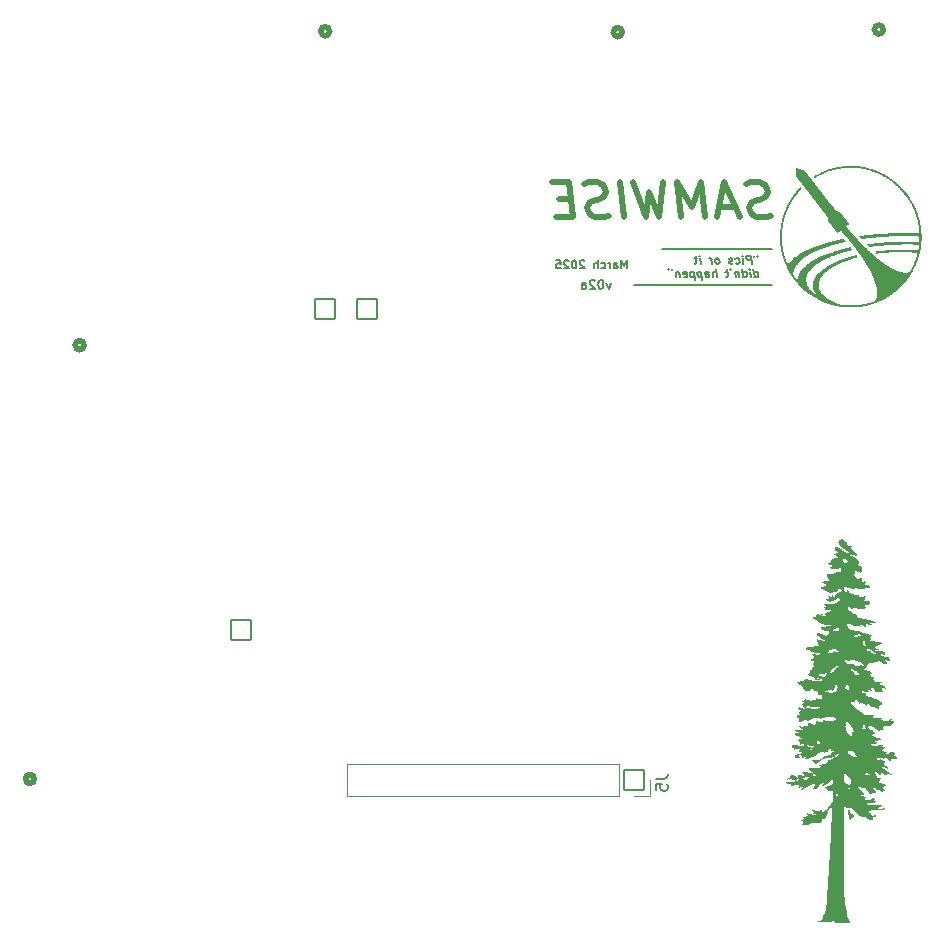
<source format=gbo>
%TF.GenerationSoftware,KiCad,Pcbnew,9.0.5-9.0.5~ubuntu24.04.1*%
%TF.CreationDate,2025-10-12T17:01:00-07:00*%
%TF.ProjectId,motor_board,6d6f746f-725f-4626-9f61-72642e6b6963,1.3*%
%TF.SameCoordinates,Original*%
%TF.FileFunction,Legend,Bot*%
%TF.FilePolarity,Positive*%
%FSLAX46Y46*%
G04 Gerber Fmt 4.6, Leading zero omitted, Abs format (unit mm)*
G04 Created by KiCad (PCBNEW 9.0.5-9.0.5~ubuntu24.04.1) date 2025-10-12 17:01:00*
%MOMM*%
%LPD*%
G01*
G04 APERTURE LIST*
G04 Aperture macros list*
%AMRoundRect*
0 Rectangle with rounded corners*
0 $1 Rounding radius*
0 $2 $3 $4 $5 $6 $7 $8 $9 X,Y pos of 4 corners*
0 Add a 4 corners polygon primitive as box body*
4,1,4,$2,$3,$4,$5,$6,$7,$8,$9,$2,$3,0*
0 Add four circle primitives for the rounded corners*
1,1,$1+$1,$2,$3*
1,1,$1+$1,$4,$5*
1,1,$1+$1,$6,$7*
1,1,$1+$1,$8,$9*
0 Add four rect primitives between the rounded corners*
20,1,$1+$1,$2,$3,$4,$5,0*
20,1,$1+$1,$4,$5,$6,$7,0*
20,1,$1+$1,$6,$7,$8,$9,0*
20,1,$1+$1,$8,$9,$2,$3,0*%
G04 Aperture macros list end*
%ADD10C,0.127000*%
%ADD11C,0.500000*%
%ADD12C,0.150000*%
%ADD13C,0.508000*%
%ADD14C,0.120000*%
%ADD15C,0.000000*%
%ADD16C,5.701600*%
%ADD17C,0.701600*%
%ADD18O,2.251600X1.151600*%
%ADD19O,1.951600X1.151600*%
%ADD20C,0.401600*%
%ADD21RoundRect,0.050800X-0.850000X0.850000X-0.850000X-0.850000X0.850000X-0.850000X0.850000X0.850000X0*%
%ADD22C,1.801600*%
%ADD23RoundRect,0.050800X0.850000X0.850000X-0.850000X0.850000X-0.850000X-0.850000X0.850000X-0.850000X0*%
%ADD24C,2.000000*%
%ADD25RoundRect,0.050800X0.850000X-0.850000X0.850000X0.850000X-0.850000X0.850000X-0.850000X-0.850000X0*%
G04 APERTURE END LIST*
D10*
X167980000Y-89288000D02*
X156296000Y-89288000D01*
X167980000Y-86240000D02*
X158709000Y-86240000D01*
X154337590Y-89102141D02*
X154156162Y-89610141D01*
X154156162Y-89610141D02*
X153974733Y-89102141D01*
X153539305Y-88848141D02*
X153466734Y-88848141D01*
X153466734Y-88848141D02*
X153394162Y-88884427D01*
X153394162Y-88884427D02*
X153357877Y-88920713D01*
X153357877Y-88920713D02*
X153321591Y-88993284D01*
X153321591Y-88993284D02*
X153285305Y-89138427D01*
X153285305Y-89138427D02*
X153285305Y-89319856D01*
X153285305Y-89319856D02*
X153321591Y-89464998D01*
X153321591Y-89464998D02*
X153357877Y-89537570D01*
X153357877Y-89537570D02*
X153394162Y-89573856D01*
X153394162Y-89573856D02*
X153466734Y-89610141D01*
X153466734Y-89610141D02*
X153539305Y-89610141D01*
X153539305Y-89610141D02*
X153611877Y-89573856D01*
X153611877Y-89573856D02*
X153648162Y-89537570D01*
X153648162Y-89537570D02*
X153684448Y-89464998D01*
X153684448Y-89464998D02*
X153720734Y-89319856D01*
X153720734Y-89319856D02*
X153720734Y-89138427D01*
X153720734Y-89138427D02*
X153684448Y-88993284D01*
X153684448Y-88993284D02*
X153648162Y-88920713D01*
X153648162Y-88920713D02*
X153611877Y-88884427D01*
X153611877Y-88884427D02*
X153539305Y-88848141D01*
X152995020Y-88920713D02*
X152958734Y-88884427D01*
X152958734Y-88884427D02*
X152886163Y-88848141D01*
X152886163Y-88848141D02*
X152704734Y-88848141D01*
X152704734Y-88848141D02*
X152632163Y-88884427D01*
X152632163Y-88884427D02*
X152595877Y-88920713D01*
X152595877Y-88920713D02*
X152559591Y-88993284D01*
X152559591Y-88993284D02*
X152559591Y-89065856D01*
X152559591Y-89065856D02*
X152595877Y-89174713D01*
X152595877Y-89174713D02*
X153031305Y-89610141D01*
X153031305Y-89610141D02*
X152559591Y-89610141D01*
X151906449Y-89610141D02*
X151906449Y-89210998D01*
X151906449Y-89210998D02*
X151942734Y-89138427D01*
X151942734Y-89138427D02*
X152015306Y-89102141D01*
X152015306Y-89102141D02*
X152160449Y-89102141D01*
X152160449Y-89102141D02*
X152233020Y-89138427D01*
X151906449Y-89573856D02*
X151979020Y-89610141D01*
X151979020Y-89610141D02*
X152160449Y-89610141D01*
X152160449Y-89610141D02*
X152233020Y-89573856D01*
X152233020Y-89573856D02*
X152269306Y-89501284D01*
X152269306Y-89501284D02*
X152269306Y-89428713D01*
X152269306Y-89428713D02*
X152233020Y-89356141D01*
X152233020Y-89356141D02*
X152160449Y-89319856D01*
X152160449Y-89319856D02*
X151979020Y-89319856D01*
X151979020Y-89319856D02*
X151906449Y-89283570D01*
X166759781Y-86783749D02*
X166776448Y-86917082D01*
X166493114Y-86783749D02*
X166509781Y-86917082D01*
X166280615Y-87483749D02*
X166193115Y-86783749D01*
X166193115Y-86783749D02*
X165926448Y-86783749D01*
X165926448Y-86783749D02*
X165863948Y-86817082D01*
X165863948Y-86817082D02*
X165834781Y-86850416D01*
X165834781Y-86850416D02*
X165809781Y-86917082D01*
X165809781Y-86917082D02*
X165822281Y-87017082D01*
X165822281Y-87017082D02*
X165863948Y-87083749D01*
X165863948Y-87083749D02*
X165901448Y-87117082D01*
X165901448Y-87117082D02*
X165972281Y-87150416D01*
X165972281Y-87150416D02*
X166238948Y-87150416D01*
X165580615Y-87483749D02*
X165522281Y-87017082D01*
X165493115Y-86783749D02*
X165530615Y-86817082D01*
X165530615Y-86817082D02*
X165501448Y-86850416D01*
X165501448Y-86850416D02*
X165463948Y-86817082D01*
X165463948Y-86817082D02*
X165493115Y-86783749D01*
X165493115Y-86783749D02*
X165501448Y-86850416D01*
X164943115Y-87450416D02*
X165013948Y-87483749D01*
X165013948Y-87483749D02*
X165147282Y-87483749D01*
X165147282Y-87483749D02*
X165209782Y-87450416D01*
X165209782Y-87450416D02*
X165238948Y-87417082D01*
X165238948Y-87417082D02*
X165263948Y-87350416D01*
X165263948Y-87350416D02*
X165238948Y-87150416D01*
X165238948Y-87150416D02*
X165197282Y-87083749D01*
X165197282Y-87083749D02*
X165159782Y-87050416D01*
X165159782Y-87050416D02*
X165088948Y-87017082D01*
X165088948Y-87017082D02*
X164955615Y-87017082D01*
X164955615Y-87017082D02*
X164893115Y-87050416D01*
X164676448Y-87450416D02*
X164613948Y-87483749D01*
X164613948Y-87483749D02*
X164480615Y-87483749D01*
X164480615Y-87483749D02*
X164409782Y-87450416D01*
X164409782Y-87450416D02*
X164368115Y-87383749D01*
X164368115Y-87383749D02*
X164363948Y-87350416D01*
X164363948Y-87350416D02*
X164388948Y-87283749D01*
X164388948Y-87283749D02*
X164451448Y-87250416D01*
X164451448Y-87250416D02*
X164551448Y-87250416D01*
X164551448Y-87250416D02*
X164613948Y-87217082D01*
X164613948Y-87217082D02*
X164638948Y-87150416D01*
X164638948Y-87150416D02*
X164634782Y-87117082D01*
X164634782Y-87117082D02*
X164593115Y-87050416D01*
X164593115Y-87050416D02*
X164522282Y-87017082D01*
X164522282Y-87017082D02*
X164422282Y-87017082D01*
X164422282Y-87017082D02*
X164359782Y-87050416D01*
X163447282Y-87483749D02*
X163509782Y-87450416D01*
X163509782Y-87450416D02*
X163538948Y-87417082D01*
X163538948Y-87417082D02*
X163563948Y-87350416D01*
X163563948Y-87350416D02*
X163538948Y-87150416D01*
X163538948Y-87150416D02*
X163497282Y-87083749D01*
X163497282Y-87083749D02*
X163459782Y-87050416D01*
X163459782Y-87050416D02*
X163388948Y-87017082D01*
X163388948Y-87017082D02*
X163288948Y-87017082D01*
X163288948Y-87017082D02*
X163226448Y-87050416D01*
X163226448Y-87050416D02*
X163197282Y-87083749D01*
X163197282Y-87083749D02*
X163172282Y-87150416D01*
X163172282Y-87150416D02*
X163197282Y-87350416D01*
X163197282Y-87350416D02*
X163238948Y-87417082D01*
X163238948Y-87417082D02*
X163276448Y-87450416D01*
X163276448Y-87450416D02*
X163347282Y-87483749D01*
X163347282Y-87483749D02*
X163447282Y-87483749D01*
X162913949Y-87483749D02*
X162855615Y-87017082D01*
X162872282Y-87150416D02*
X162830615Y-87083749D01*
X162830615Y-87083749D02*
X162793115Y-87050416D01*
X162793115Y-87050416D02*
X162722282Y-87017082D01*
X162722282Y-87017082D02*
X162655615Y-87017082D01*
X161947283Y-87483749D02*
X161888949Y-87017082D01*
X161859783Y-86783749D02*
X161897283Y-86817082D01*
X161897283Y-86817082D02*
X161868116Y-86850416D01*
X161868116Y-86850416D02*
X161830616Y-86817082D01*
X161830616Y-86817082D02*
X161859783Y-86783749D01*
X161859783Y-86783749D02*
X161868116Y-86850416D01*
X161655616Y-87017082D02*
X161388950Y-87017082D01*
X161526450Y-86783749D02*
X161601450Y-87383749D01*
X161601450Y-87383749D02*
X161576450Y-87450416D01*
X161576450Y-87450416D02*
X161513950Y-87483749D01*
X161513950Y-87483749D02*
X161447283Y-87483749D01*
X166513948Y-88610710D02*
X166426448Y-87910710D01*
X166509781Y-88577377D02*
X166580614Y-88610710D01*
X166580614Y-88610710D02*
X166713948Y-88610710D01*
X166713948Y-88610710D02*
X166776448Y-88577377D01*
X166776448Y-88577377D02*
X166805614Y-88544043D01*
X166805614Y-88544043D02*
X166830614Y-88477377D01*
X166830614Y-88477377D02*
X166805614Y-88277377D01*
X166805614Y-88277377D02*
X166763948Y-88210710D01*
X166763948Y-88210710D02*
X166726448Y-88177377D01*
X166726448Y-88177377D02*
X166655614Y-88144043D01*
X166655614Y-88144043D02*
X166522281Y-88144043D01*
X166522281Y-88144043D02*
X166459781Y-88177377D01*
X166180615Y-88610710D02*
X166122281Y-88144043D01*
X166093115Y-87910710D02*
X166130615Y-87944043D01*
X166130615Y-87944043D02*
X166101448Y-87977377D01*
X166101448Y-87977377D02*
X166063948Y-87944043D01*
X166063948Y-87944043D02*
X166093115Y-87910710D01*
X166093115Y-87910710D02*
X166101448Y-87977377D01*
X165547282Y-88610710D02*
X165459782Y-87910710D01*
X165543115Y-88577377D02*
X165613948Y-88610710D01*
X165613948Y-88610710D02*
X165747282Y-88610710D01*
X165747282Y-88610710D02*
X165809782Y-88577377D01*
X165809782Y-88577377D02*
X165838948Y-88544043D01*
X165838948Y-88544043D02*
X165863948Y-88477377D01*
X165863948Y-88477377D02*
X165838948Y-88277377D01*
X165838948Y-88277377D02*
X165797282Y-88210710D01*
X165797282Y-88210710D02*
X165759782Y-88177377D01*
X165759782Y-88177377D02*
X165688948Y-88144043D01*
X165688948Y-88144043D02*
X165555615Y-88144043D01*
X165555615Y-88144043D02*
X165493115Y-88177377D01*
X165155615Y-88144043D02*
X165213949Y-88610710D01*
X165163949Y-88210710D02*
X165126449Y-88177377D01*
X165126449Y-88177377D02*
X165055615Y-88144043D01*
X165055615Y-88144043D02*
X164955615Y-88144043D01*
X164955615Y-88144043D02*
X164893115Y-88177377D01*
X164893115Y-88177377D02*
X164868115Y-88244043D01*
X164868115Y-88244043D02*
X164913949Y-88610710D01*
X164459782Y-87910710D02*
X164543116Y-88044043D01*
X164288949Y-88144043D02*
X164022283Y-88144043D01*
X164159783Y-87910710D02*
X164234783Y-88510710D01*
X164234783Y-88510710D02*
X164209783Y-88577377D01*
X164209783Y-88577377D02*
X164147283Y-88610710D01*
X164147283Y-88610710D02*
X164080616Y-88610710D01*
X163313950Y-88610710D02*
X163226450Y-87910710D01*
X163013950Y-88610710D02*
X162968116Y-88244043D01*
X162968116Y-88244043D02*
X162993116Y-88177377D01*
X162993116Y-88177377D02*
X163055616Y-88144043D01*
X163055616Y-88144043D02*
X163155616Y-88144043D01*
X163155616Y-88144043D02*
X163226450Y-88177377D01*
X163226450Y-88177377D02*
X163263950Y-88210710D01*
X162380617Y-88610710D02*
X162334783Y-88244043D01*
X162334783Y-88244043D02*
X162359783Y-88177377D01*
X162359783Y-88177377D02*
X162422283Y-88144043D01*
X162422283Y-88144043D02*
X162555617Y-88144043D01*
X162555617Y-88144043D02*
X162626450Y-88177377D01*
X162376450Y-88577377D02*
X162447283Y-88610710D01*
X162447283Y-88610710D02*
X162613950Y-88610710D01*
X162613950Y-88610710D02*
X162676450Y-88577377D01*
X162676450Y-88577377D02*
X162701450Y-88510710D01*
X162701450Y-88510710D02*
X162693117Y-88444043D01*
X162693117Y-88444043D02*
X162651450Y-88377377D01*
X162651450Y-88377377D02*
X162580617Y-88344043D01*
X162580617Y-88344043D02*
X162413950Y-88344043D01*
X162413950Y-88344043D02*
X162343117Y-88310710D01*
X161988950Y-88144043D02*
X162076450Y-88844043D01*
X161993117Y-88177377D02*
X161922284Y-88144043D01*
X161922284Y-88144043D02*
X161788950Y-88144043D01*
X161788950Y-88144043D02*
X161726450Y-88177377D01*
X161726450Y-88177377D02*
X161697284Y-88210710D01*
X161697284Y-88210710D02*
X161672284Y-88277377D01*
X161672284Y-88277377D02*
X161697284Y-88477377D01*
X161697284Y-88477377D02*
X161738950Y-88544043D01*
X161738950Y-88544043D02*
X161776450Y-88577377D01*
X161776450Y-88577377D02*
X161847284Y-88610710D01*
X161847284Y-88610710D02*
X161980617Y-88610710D01*
X161980617Y-88610710D02*
X162043117Y-88577377D01*
X161355617Y-88144043D02*
X161443117Y-88844043D01*
X161359784Y-88177377D02*
X161288951Y-88144043D01*
X161288951Y-88144043D02*
X161155617Y-88144043D01*
X161155617Y-88144043D02*
X161093117Y-88177377D01*
X161093117Y-88177377D02*
X161063951Y-88210710D01*
X161063951Y-88210710D02*
X161038951Y-88277377D01*
X161038951Y-88277377D02*
X161063951Y-88477377D01*
X161063951Y-88477377D02*
X161105617Y-88544043D01*
X161105617Y-88544043D02*
X161143117Y-88577377D01*
X161143117Y-88577377D02*
X161213951Y-88610710D01*
X161213951Y-88610710D02*
X161347284Y-88610710D01*
X161347284Y-88610710D02*
X161409784Y-88577377D01*
X160509784Y-88577377D02*
X160580618Y-88610710D01*
X160580618Y-88610710D02*
X160713951Y-88610710D01*
X160713951Y-88610710D02*
X160776451Y-88577377D01*
X160776451Y-88577377D02*
X160801451Y-88510710D01*
X160801451Y-88510710D02*
X160768118Y-88244043D01*
X160768118Y-88244043D02*
X160726451Y-88177377D01*
X160726451Y-88177377D02*
X160655618Y-88144043D01*
X160655618Y-88144043D02*
X160522284Y-88144043D01*
X160522284Y-88144043D02*
X160459784Y-88177377D01*
X160459784Y-88177377D02*
X160434784Y-88244043D01*
X160434784Y-88244043D02*
X160443118Y-88310710D01*
X160443118Y-88310710D02*
X160784784Y-88377377D01*
X160122284Y-88144043D02*
X160180618Y-88610710D01*
X160130618Y-88210710D02*
X160093118Y-88177377D01*
X160093118Y-88177377D02*
X160022284Y-88144043D01*
X160022284Y-88144043D02*
X159922284Y-88144043D01*
X159922284Y-88144043D02*
X159859784Y-88177377D01*
X159859784Y-88177377D02*
X159834784Y-88244043D01*
X159834784Y-88244043D02*
X159880618Y-88610710D01*
X159493118Y-87910710D02*
X159509785Y-88044043D01*
X159226451Y-87910710D02*
X159243118Y-88044043D01*
D11*
X167871428Y-83419000D02*
X167460714Y-83561857D01*
X167460714Y-83561857D02*
X166746428Y-83561857D01*
X166746428Y-83561857D02*
X166442857Y-83419000D01*
X166442857Y-83419000D02*
X166282142Y-83276142D01*
X166282142Y-83276142D02*
X166103571Y-82990428D01*
X166103571Y-82990428D02*
X166067857Y-82704714D01*
X166067857Y-82704714D02*
X166174999Y-82419000D01*
X166174999Y-82419000D02*
X166299999Y-82276142D01*
X166299999Y-82276142D02*
X166567857Y-82133285D01*
X166567857Y-82133285D02*
X167121428Y-81990428D01*
X167121428Y-81990428D02*
X167389285Y-81847571D01*
X167389285Y-81847571D02*
X167514285Y-81704714D01*
X167514285Y-81704714D02*
X167621428Y-81419000D01*
X167621428Y-81419000D02*
X167585714Y-81133285D01*
X167585714Y-81133285D02*
X167407142Y-80847571D01*
X167407142Y-80847571D02*
X167246428Y-80704714D01*
X167246428Y-80704714D02*
X166942857Y-80561857D01*
X166942857Y-80561857D02*
X166228571Y-80561857D01*
X166228571Y-80561857D02*
X165817857Y-80704714D01*
X164924999Y-82704714D02*
X163496428Y-82704714D01*
X165317856Y-83561857D02*
X163942856Y-80561857D01*
X163942856Y-80561857D02*
X163317856Y-83561857D01*
X162317856Y-83561857D02*
X161942856Y-80561857D01*
X161942856Y-80561857D02*
X161210713Y-82704714D01*
X161210713Y-82704714D02*
X159942856Y-80561857D01*
X159942856Y-80561857D02*
X160317856Y-83561857D01*
X158799999Y-80561857D02*
X158460714Y-83561857D01*
X158460714Y-83561857D02*
X157621428Y-81419000D01*
X157621428Y-81419000D02*
X157317856Y-83561857D01*
X157317856Y-83561857D02*
X156228571Y-80561857D01*
X155460714Y-83561857D02*
X155085714Y-80561857D01*
X154157143Y-83419000D02*
X153746429Y-83561857D01*
X153746429Y-83561857D02*
X153032143Y-83561857D01*
X153032143Y-83561857D02*
X152728572Y-83419000D01*
X152728572Y-83419000D02*
X152567857Y-83276142D01*
X152567857Y-83276142D02*
X152389286Y-82990428D01*
X152389286Y-82990428D02*
X152353572Y-82704714D01*
X152353572Y-82704714D02*
X152460714Y-82419000D01*
X152460714Y-82419000D02*
X152585714Y-82276142D01*
X152585714Y-82276142D02*
X152853572Y-82133285D01*
X152853572Y-82133285D02*
X153407143Y-81990428D01*
X153407143Y-81990428D02*
X153675000Y-81847571D01*
X153675000Y-81847571D02*
X153800000Y-81704714D01*
X153800000Y-81704714D02*
X153907143Y-81419000D01*
X153907143Y-81419000D02*
X153871429Y-81133285D01*
X153871429Y-81133285D02*
X153692857Y-80847571D01*
X153692857Y-80847571D02*
X153532143Y-80704714D01*
X153532143Y-80704714D02*
X153228572Y-80561857D01*
X153228572Y-80561857D02*
X152514286Y-80561857D01*
X152514286Y-80561857D02*
X152103572Y-80704714D01*
X150978571Y-81990428D02*
X149978571Y-81990428D01*
X149746429Y-83561857D02*
X151175000Y-83561857D01*
X151175000Y-83561857D02*
X150800000Y-80561857D01*
X150800000Y-80561857D02*
X149371429Y-80561857D01*
D10*
X155703333Y-87877229D02*
X155703333Y-87177229D01*
X155703333Y-87177229D02*
X155470000Y-87677229D01*
X155470000Y-87677229D02*
X155236666Y-87177229D01*
X155236666Y-87177229D02*
X155236666Y-87877229D01*
X154603333Y-87877229D02*
X154603333Y-87510562D01*
X154603333Y-87510562D02*
X154636666Y-87443896D01*
X154636666Y-87443896D02*
X154703333Y-87410562D01*
X154703333Y-87410562D02*
X154836666Y-87410562D01*
X154836666Y-87410562D02*
X154903333Y-87443896D01*
X154603333Y-87843896D02*
X154670000Y-87877229D01*
X154670000Y-87877229D02*
X154836666Y-87877229D01*
X154836666Y-87877229D02*
X154903333Y-87843896D01*
X154903333Y-87843896D02*
X154936666Y-87777229D01*
X154936666Y-87777229D02*
X154936666Y-87710562D01*
X154936666Y-87710562D02*
X154903333Y-87643896D01*
X154903333Y-87643896D02*
X154836666Y-87610562D01*
X154836666Y-87610562D02*
X154670000Y-87610562D01*
X154670000Y-87610562D02*
X154603333Y-87577229D01*
X154270000Y-87877229D02*
X154270000Y-87410562D01*
X154270000Y-87543896D02*
X154236667Y-87477229D01*
X154236667Y-87477229D02*
X154203333Y-87443896D01*
X154203333Y-87443896D02*
X154136667Y-87410562D01*
X154136667Y-87410562D02*
X154070000Y-87410562D01*
X153536667Y-87843896D02*
X153603334Y-87877229D01*
X153603334Y-87877229D02*
X153736667Y-87877229D01*
X153736667Y-87877229D02*
X153803334Y-87843896D01*
X153803334Y-87843896D02*
X153836667Y-87810562D01*
X153836667Y-87810562D02*
X153870000Y-87743896D01*
X153870000Y-87743896D02*
X153870000Y-87543896D01*
X153870000Y-87543896D02*
X153836667Y-87477229D01*
X153836667Y-87477229D02*
X153803334Y-87443896D01*
X153803334Y-87443896D02*
X153736667Y-87410562D01*
X153736667Y-87410562D02*
X153603334Y-87410562D01*
X153603334Y-87410562D02*
X153536667Y-87443896D01*
X153236667Y-87877229D02*
X153236667Y-87177229D01*
X152936667Y-87877229D02*
X152936667Y-87510562D01*
X152936667Y-87510562D02*
X152970000Y-87443896D01*
X152970000Y-87443896D02*
X153036667Y-87410562D01*
X153036667Y-87410562D02*
X153136667Y-87410562D01*
X153136667Y-87410562D02*
X153203334Y-87443896D01*
X153203334Y-87443896D02*
X153236667Y-87477229D01*
X152103334Y-87243896D02*
X152070001Y-87210562D01*
X152070001Y-87210562D02*
X152003334Y-87177229D01*
X152003334Y-87177229D02*
X151836668Y-87177229D01*
X151836668Y-87177229D02*
X151770001Y-87210562D01*
X151770001Y-87210562D02*
X151736668Y-87243896D01*
X151736668Y-87243896D02*
X151703334Y-87310562D01*
X151703334Y-87310562D02*
X151703334Y-87377229D01*
X151703334Y-87377229D02*
X151736668Y-87477229D01*
X151736668Y-87477229D02*
X152136668Y-87877229D01*
X152136668Y-87877229D02*
X151703334Y-87877229D01*
X151270001Y-87177229D02*
X151203334Y-87177229D01*
X151203334Y-87177229D02*
X151136667Y-87210562D01*
X151136667Y-87210562D02*
X151103334Y-87243896D01*
X151103334Y-87243896D02*
X151070001Y-87310562D01*
X151070001Y-87310562D02*
X151036667Y-87443896D01*
X151036667Y-87443896D02*
X151036667Y-87610562D01*
X151036667Y-87610562D02*
X151070001Y-87743896D01*
X151070001Y-87743896D02*
X151103334Y-87810562D01*
X151103334Y-87810562D02*
X151136667Y-87843896D01*
X151136667Y-87843896D02*
X151203334Y-87877229D01*
X151203334Y-87877229D02*
X151270001Y-87877229D01*
X151270001Y-87877229D02*
X151336667Y-87843896D01*
X151336667Y-87843896D02*
X151370001Y-87810562D01*
X151370001Y-87810562D02*
X151403334Y-87743896D01*
X151403334Y-87743896D02*
X151436667Y-87610562D01*
X151436667Y-87610562D02*
X151436667Y-87443896D01*
X151436667Y-87443896D02*
X151403334Y-87310562D01*
X151403334Y-87310562D02*
X151370001Y-87243896D01*
X151370001Y-87243896D02*
X151336667Y-87210562D01*
X151336667Y-87210562D02*
X151270001Y-87177229D01*
X150770000Y-87243896D02*
X150736667Y-87210562D01*
X150736667Y-87210562D02*
X150670000Y-87177229D01*
X150670000Y-87177229D02*
X150503334Y-87177229D01*
X150503334Y-87177229D02*
X150436667Y-87210562D01*
X150436667Y-87210562D02*
X150403334Y-87243896D01*
X150403334Y-87243896D02*
X150370000Y-87310562D01*
X150370000Y-87310562D02*
X150370000Y-87377229D01*
X150370000Y-87377229D02*
X150403334Y-87477229D01*
X150403334Y-87477229D02*
X150803334Y-87877229D01*
X150803334Y-87877229D02*
X150370000Y-87877229D01*
X149736667Y-87177229D02*
X150070000Y-87177229D01*
X150070000Y-87177229D02*
X150103333Y-87510562D01*
X150103333Y-87510562D02*
X150070000Y-87477229D01*
X150070000Y-87477229D02*
X150003333Y-87443896D01*
X150003333Y-87443896D02*
X149836667Y-87443896D01*
X149836667Y-87443896D02*
X149770000Y-87477229D01*
X149770000Y-87477229D02*
X149736667Y-87510562D01*
X149736667Y-87510562D02*
X149703333Y-87577229D01*
X149703333Y-87577229D02*
X149703333Y-87743896D01*
X149703333Y-87743896D02*
X149736667Y-87810562D01*
X149736667Y-87810562D02*
X149770000Y-87843896D01*
X149770000Y-87843896D02*
X149836667Y-87877229D01*
X149836667Y-87877229D02*
X150003333Y-87877229D01*
X150003333Y-87877229D02*
X150070000Y-87843896D01*
X150070000Y-87843896D02*
X150103333Y-87810562D01*
D12*
X158162719Y-131092766D02*
X158877004Y-131092766D01*
X158877004Y-131092766D02*
X159019861Y-131045147D01*
X159019861Y-131045147D02*
X159115100Y-130949909D01*
X159115100Y-130949909D02*
X159162719Y-130807052D01*
X159162719Y-130807052D02*
X159162719Y-130711814D01*
X158162719Y-132045147D02*
X158162719Y-131568957D01*
X158162719Y-131568957D02*
X158638909Y-131521338D01*
X158638909Y-131521338D02*
X158591290Y-131568957D01*
X158591290Y-131568957D02*
X158543671Y-131664195D01*
X158543671Y-131664195D02*
X158543671Y-131902290D01*
X158543671Y-131902290D02*
X158591290Y-131997528D01*
X158591290Y-131997528D02*
X158638909Y-132045147D01*
X158638909Y-132045147D02*
X158734147Y-132092766D01*
X158734147Y-132092766D02*
X158972242Y-132092766D01*
X158972242Y-132092766D02*
X159067480Y-132045147D01*
X159067480Y-132045147D02*
X159115100Y-131997528D01*
X159115100Y-131997528D02*
X159162719Y-131902290D01*
X159162719Y-131902290D02*
X159162719Y-131664195D01*
X159162719Y-131664195D02*
X159115100Y-131568957D01*
X159115100Y-131568957D02*
X159067480Y-131521338D01*
D13*
X155316500Y-67868100D02*
G75*
G02*
X154554500Y-67868100I-381000J0D01*
G01*
X154554500Y-67868100D02*
G75*
G02*
X155316500Y-67868100I381000J0D01*
G01*
X105550951Y-131098850D02*
G75*
G02*
X104788951Y-131098850I-381000J0D01*
G01*
X104788951Y-131098850D02*
G75*
G02*
X105550951Y-131098850I381000J0D01*
G01*
X177419532Y-67651933D02*
G75*
G02*
X176657532Y-67651933I-381000J0D01*
G01*
X176657532Y-67651933D02*
G75*
G02*
X177419532Y-67651933I381000J0D01*
G01*
X109754592Y-94374514D02*
G75*
G02*
X108992592Y-94374514I-381000J0D01*
G01*
X108992592Y-94374514D02*
G75*
G02*
X109754592Y-94374514I381000J0D01*
G01*
X130544532Y-67796133D02*
G75*
G02*
X129782532Y-67796133I-381000J0D01*
G01*
X129782532Y-67796133D02*
G75*
G02*
X130544532Y-67796133I381000J0D01*
G01*
D14*
X132042000Y-132580000D02*
X132042000Y-129820000D01*
X155012000Y-129820000D02*
X132042000Y-129820000D01*
X155012000Y-132580000D02*
X132042000Y-132580000D01*
X155012000Y-132580000D02*
X155012000Y-129820000D01*
X156282000Y-132580000D02*
X157662000Y-132580000D01*
X157662000Y-132580000D02*
X157662000Y-131200000D01*
D15*
G36*
X173796433Y-91395512D02*
G01*
X173807721Y-91400845D01*
X173829309Y-91405355D01*
X173839308Y-91407108D01*
X173846426Y-91414602D01*
X173842084Y-91418139D01*
X173826096Y-91419287D01*
X173803585Y-91417051D01*
X173780158Y-91412067D01*
X173761419Y-91404969D01*
X173759044Y-91403622D01*
X173754106Y-91397690D01*
X173764670Y-91391834D01*
X173776595Y-91390087D01*
X173796433Y-91395512D01*
G37*
G36*
X174921781Y-79198694D02*
G01*
X175164859Y-79215367D01*
X175411039Y-79242410D01*
X175657068Y-79279602D01*
X175674067Y-79282536D01*
X175746984Y-79295312D01*
X175810086Y-79306819D01*
X175867125Y-79317859D01*
X175921849Y-79329234D01*
X175978010Y-79341746D01*
X176039357Y-79356197D01*
X176109640Y-79373389D01*
X176192611Y-79394123D01*
X176195347Y-79394813D01*
X176292139Y-79420941D01*
X176399635Y-79452868D01*
X176513349Y-79489079D01*
X176628795Y-79528062D01*
X176741488Y-79568303D01*
X176846941Y-79608289D01*
X176940670Y-79646506D01*
X177030553Y-79685221D01*
X177135330Y-79731676D01*
X177231292Y-79776046D01*
X177322513Y-79820318D01*
X177413067Y-79866480D01*
X177507027Y-79916521D01*
X177608469Y-79972429D01*
X177648551Y-79994948D01*
X177687805Y-80017395D01*
X177725288Y-80039390D01*
X177762981Y-80062184D01*
X177802861Y-80087028D01*
X177846909Y-80115172D01*
X177897103Y-80147867D01*
X177955423Y-80186363D01*
X178023849Y-80231911D01*
X178104359Y-80285762D01*
X178107064Y-80287592D01*
X178128340Y-80302550D01*
X178158054Y-80324039D01*
X178193435Y-80349989D01*
X178231710Y-80378333D01*
X178270107Y-80407002D01*
X178305855Y-80433928D01*
X178336181Y-80457042D01*
X178358314Y-80474278D01*
X178369480Y-80483565D01*
X178371278Y-80485233D01*
X178386088Y-80497676D01*
X178409317Y-80516220D01*
X178436783Y-80537514D01*
X178443159Y-80542406D01*
X178470267Y-80563596D01*
X178492342Y-80581442D01*
X178505109Y-80592503D01*
X178506664Y-80593976D01*
X178520402Y-80606284D01*
X178543604Y-80626580D01*
X178573450Y-80652409D01*
X178607121Y-80681317D01*
X178611705Y-80685265D01*
X178647591Y-80717412D01*
X178692657Y-80759405D01*
X178744745Y-80809096D01*
X178801695Y-80864341D01*
X178861349Y-80922992D01*
X178921547Y-80982902D01*
X178980131Y-81041924D01*
X179034941Y-81097913D01*
X179083818Y-81148720D01*
X179124603Y-81192201D01*
X179155138Y-81226207D01*
X179179168Y-81253978D01*
X179206216Y-81285197D01*
X179228662Y-81311060D01*
X179243249Y-81327811D01*
X179247029Y-81332187D01*
X179266589Y-81355603D01*
X179292946Y-81387895D01*
X179323240Y-81425485D01*
X179354617Y-81464800D01*
X179384218Y-81502264D01*
X179409187Y-81534302D01*
X179426666Y-81557339D01*
X179435392Y-81569004D01*
X179449264Y-81586747D01*
X179457056Y-81595582D01*
X179457809Y-81596312D01*
X179466507Y-81607295D01*
X179481488Y-81627818D01*
X179500009Y-81654139D01*
X179501717Y-81656604D01*
X179534609Y-81704074D01*
X179560434Y-81741294D01*
X179581682Y-81771836D01*
X179600840Y-81799270D01*
X179620397Y-81827169D01*
X179642843Y-81859103D01*
X179671340Y-81900858D01*
X179713919Y-81966522D01*
X179761392Y-82042804D01*
X179812192Y-82127132D01*
X179864749Y-82216934D01*
X179917498Y-82309638D01*
X179927335Y-82327445D01*
X179950493Y-82370732D01*
X179977228Y-82422073D01*
X180006104Y-82478580D01*
X180035683Y-82537366D01*
X180064529Y-82595543D01*
X180091204Y-82650225D01*
X180114272Y-82698524D01*
X180132295Y-82737553D01*
X180143837Y-82764424D01*
X180150860Y-82781801D01*
X180166448Y-82818768D01*
X180181830Y-82853681D01*
X180192630Y-82878551D01*
X180207983Y-82915548D01*
X180225335Y-82958541D01*
X180242607Y-83002443D01*
X180244030Y-83006111D01*
X180259542Y-83045945D01*
X180273255Y-83080884D01*
X180283728Y-83107271D01*
X180289519Y-83121452D01*
X180295537Y-83136717D01*
X180306555Y-83167087D01*
X180320419Y-83206848D01*
X180335859Y-83252260D01*
X180351605Y-83299579D01*
X180366388Y-83345064D01*
X180378938Y-83384973D01*
X180392268Y-83428464D01*
X180410759Y-83489110D01*
X180425240Y-83537151D01*
X180436377Y-83574849D01*
X180444833Y-83604464D01*
X180451272Y-83628258D01*
X180456360Y-83648494D01*
X180458292Y-83656334D01*
X180463800Y-83678556D01*
X180472118Y-83712058D01*
X180482536Y-83753992D01*
X180494349Y-83801506D01*
X180503725Y-83839621D01*
X180514759Y-83885632D01*
X180523873Y-83924949D01*
X180530313Y-83954309D01*
X180533328Y-83970452D01*
X180533588Y-83972438D01*
X180538309Y-83998570D01*
X180544989Y-84026905D01*
X180545292Y-84028043D01*
X180552158Y-84060078D01*
X180556825Y-84092299D01*
X180558320Y-84105380D01*
X180563092Y-84138285D01*
X180568947Y-84171857D01*
X180572785Y-84192091D01*
X180582356Y-84245237D01*
X180591343Y-84298609D01*
X180599076Y-84347978D01*
X180604880Y-84389119D01*
X180608083Y-84417804D01*
X180609997Y-84437824D01*
X180613785Y-84472246D01*
X180618715Y-84514020D01*
X180624202Y-84558065D01*
X180629835Y-84607183D01*
X180637349Y-84691335D01*
X180643761Y-84786008D01*
X180649000Y-84888153D01*
X180652998Y-84994723D01*
X180655685Y-85102669D01*
X180656991Y-85208943D01*
X180656846Y-85310496D01*
X180655181Y-85404281D01*
X180651927Y-85487249D01*
X180647012Y-85556352D01*
X180644458Y-85585099D01*
X180641097Y-85628742D01*
X180638697Y-85667337D01*
X180637657Y-85694951D01*
X180637241Y-85706842D01*
X180634632Y-85741077D01*
X180630210Y-85782513D01*
X180624626Y-85824665D01*
X180621743Y-85844673D01*
X180616045Y-85886761D01*
X180611347Y-85924705D01*
X180608453Y-85952175D01*
X180607545Y-85961470D01*
X180603560Y-85994160D01*
X180597910Y-86034361D01*
X180591508Y-86075435D01*
X180579250Y-86149453D01*
X180567387Y-86219970D01*
X180557762Y-86275742D01*
X180550185Y-86317871D01*
X180544464Y-86347456D01*
X180542892Y-86355253D01*
X180536763Y-86387540D01*
X180531956Y-86415462D01*
X180529571Y-86428758D01*
X180523007Y-86459592D01*
X180515177Y-86491968D01*
X180513186Y-86499716D01*
X180505551Y-86529952D01*
X180495381Y-86570695D01*
X180483765Y-86617578D01*
X180471789Y-86666231D01*
X180467320Y-86684320D01*
X180455037Y-86732852D01*
X180443230Y-86777976D01*
X180433056Y-86815316D01*
X180425674Y-86840495D01*
X180420632Y-86856520D01*
X180409610Y-86892011D01*
X180396684Y-86934019D01*
X180383715Y-86976506D01*
X180376333Y-87000671D01*
X180353737Y-87072643D01*
X180331456Y-87140010D01*
X180308259Y-87206115D01*
X180282914Y-87274303D01*
X180254188Y-87347917D01*
X180220849Y-87430301D01*
X180181664Y-87524799D01*
X180173733Y-87543692D01*
X180144604Y-87611615D01*
X180119958Y-87666598D01*
X180100149Y-87707891D01*
X180085535Y-87734741D01*
X180076471Y-87746401D01*
X180075628Y-87747151D01*
X180067643Y-87759180D01*
X180054379Y-87782782D01*
X180037422Y-87814777D01*
X180018364Y-87851990D01*
X179998791Y-87891241D01*
X179980292Y-87929354D01*
X179964458Y-87963151D01*
X179952875Y-87989454D01*
X179947133Y-88005087D01*
X179944882Y-88011187D01*
X179934689Y-88032095D01*
X179918127Y-88062760D01*
X179896875Y-88100117D01*
X179872615Y-88141098D01*
X179851689Y-88175808D01*
X179821990Y-88225234D01*
X179799167Y-88263497D01*
X179781968Y-88292714D01*
X179769141Y-88315004D01*
X179759434Y-88332482D01*
X179758420Y-88334308D01*
X179746307Y-88353869D01*
X179731014Y-88376298D01*
X179727482Y-88381295D01*
X179716367Y-88398155D01*
X179711888Y-88406934D01*
X179711888Y-88406940D01*
X179709597Y-88411632D01*
X179702250Y-88423472D01*
X179689084Y-88443602D01*
X179669335Y-88473165D01*
X179642240Y-88513305D01*
X179607034Y-88565164D01*
X179562954Y-88629886D01*
X179517432Y-88694474D01*
X179427115Y-88812731D01*
X179414364Y-88828695D01*
X179386259Y-88863878D01*
X179354936Y-88903089D01*
X179325107Y-88940428D01*
X179261341Y-89018462D01*
X179152195Y-89145165D01*
X179035886Y-89272700D01*
X178915008Y-89398462D01*
X178792151Y-89519849D01*
X178669908Y-89634259D01*
X178550871Y-89739087D01*
X178437632Y-89831731D01*
X178412767Y-89851728D01*
X178381424Y-89878095D01*
X178356031Y-89900658D01*
X178345356Y-89910278D01*
X178314054Y-89936391D01*
X178283775Y-89959382D01*
X178259441Y-89976827D01*
X178226494Y-90000838D01*
X178194518Y-90024470D01*
X178192141Y-90026233D01*
X178165081Y-90045568D01*
X178126530Y-90072250D01*
X178078978Y-90104612D01*
X178024918Y-90140984D01*
X177966840Y-90179696D01*
X177907237Y-90219081D01*
X177848598Y-90257468D01*
X177793416Y-90293189D01*
X177745515Y-90323181D01*
X177663159Y-90372099D01*
X177571804Y-90423799D01*
X177475305Y-90476242D01*
X177377515Y-90527385D01*
X177282287Y-90575188D01*
X177193475Y-90617608D01*
X177114933Y-90652605D01*
X177081067Y-90667172D01*
X177040986Y-90684878D01*
X177006705Y-90700510D01*
X176983173Y-90711842D01*
X176979622Y-90713610D01*
X176951018Y-90726342D01*
X176909474Y-90743217D01*
X176857609Y-90763300D01*
X176798041Y-90785660D01*
X176733388Y-90809364D01*
X176666268Y-90833477D01*
X176599301Y-90857067D01*
X176535103Y-90879201D01*
X176476293Y-90898946D01*
X176425489Y-90915368D01*
X176385310Y-90927535D01*
X176358374Y-90934514D01*
X176358326Y-90934524D01*
X176339052Y-90939231D01*
X176307533Y-90947649D01*
X176267803Y-90958660D01*
X176223900Y-90971145D01*
X176179860Y-90983985D01*
X176162157Y-90989214D01*
X176110065Y-91004488D01*
X176070662Y-91015772D01*
X176041169Y-91023801D01*
X176018805Y-91029312D01*
X176000790Y-91033041D01*
X175984344Y-91035722D01*
X175978212Y-91036645D01*
X175954302Y-91040875D01*
X175938780Y-91044579D01*
X175930284Y-91047032D01*
X175903023Y-91053350D01*
X175863037Y-91061566D01*
X175812974Y-91071196D01*
X175755477Y-91081759D01*
X175693192Y-91092775D01*
X175628764Y-91103761D01*
X175564837Y-91114236D01*
X175504056Y-91123719D01*
X175481062Y-91127161D01*
X175404512Y-91137930D01*
X175332189Y-91146813D01*
X175258787Y-91154371D01*
X175179001Y-91161166D01*
X175087524Y-91167758D01*
X175054728Y-91170027D01*
X175010220Y-91173310D01*
X174973254Y-91176279D01*
X174946970Y-91178677D01*
X174934512Y-91180248D01*
X174931489Y-91180707D01*
X174912093Y-91181732D01*
X174878735Y-91182313D01*
X174833674Y-91182487D01*
X174779171Y-91182292D01*
X174717485Y-91181765D01*
X174650876Y-91180943D01*
X174581603Y-91179865D01*
X174511928Y-91178566D01*
X174444108Y-91177086D01*
X174380406Y-91175461D01*
X174323079Y-91173730D01*
X174274388Y-91171928D01*
X174236594Y-91170095D01*
X174211955Y-91168266D01*
X174196475Y-91166639D01*
X174142144Y-91160870D01*
X174084417Y-91154671D01*
X174033441Y-91149132D01*
X174005648Y-91146180D01*
X173970972Y-91142786D01*
X173944843Y-91140576D01*
X173931433Y-91139928D01*
X173929365Y-91139910D01*
X173912021Y-91138140D01*
X173884136Y-91134161D01*
X173850676Y-91128666D01*
X173847054Y-91128038D01*
X173808609Y-91121660D01*
X173771898Y-91116005D01*
X173744418Y-91112233D01*
X173740957Y-91111778D01*
X173717488Y-91108053D01*
X173681271Y-91101739D01*
X173635457Y-91093407D01*
X173583200Y-91083627D01*
X173527651Y-91072972D01*
X173510222Y-91069587D01*
X173457616Y-91059373D01*
X173410773Y-91050281D01*
X173372424Y-91042841D01*
X173345301Y-91037582D01*
X173332135Y-91035036D01*
X173308046Y-91029787D01*
X173273166Y-91021433D01*
X173233377Y-91011444D01*
X173194442Y-91001266D01*
X173162122Y-90992347D01*
X173162115Y-90992345D01*
X173137225Y-90985168D01*
X173100883Y-90974682D01*
X173057968Y-90962297D01*
X173013360Y-90949421D01*
X172942301Y-90928306D01*
X172858180Y-90902092D01*
X172771369Y-90873950D01*
X172685685Y-90845163D01*
X172604945Y-90817017D01*
X172532967Y-90790796D01*
X172473568Y-90767785D01*
X172405728Y-90739874D01*
X172176014Y-90638632D01*
X171950640Y-90529042D01*
X171732751Y-90412760D01*
X171525488Y-90291439D01*
X171331996Y-90166735D01*
X171306795Y-90149635D01*
X171254479Y-90114016D01*
X171212570Y-90085223D01*
X171178440Y-90061383D01*
X171149459Y-90040623D01*
X171122998Y-90021071D01*
X171096428Y-90000855D01*
X171067120Y-89978102D01*
X171045366Y-89961152D01*
X171014344Y-89937115D01*
X170988642Y-89917358D01*
X170972289Y-89904986D01*
X170937911Y-89878931D01*
X170864301Y-89819878D01*
X170783341Y-89751313D01*
X170697449Y-89675499D01*
X170609045Y-89594701D01*
X170520546Y-89511183D01*
X170434371Y-89427207D01*
X170352940Y-89345039D01*
X170278670Y-89266942D01*
X170213981Y-89195181D01*
X170198912Y-89177925D01*
X170169972Y-89145035D01*
X170145533Y-89117592D01*
X170127805Y-89098064D01*
X170118995Y-89088922D01*
X170118014Y-89087965D01*
X170107872Y-89076412D01*
X170089718Y-89054745D01*
X170065651Y-89025551D01*
X170037771Y-88991415D01*
X170008175Y-88954924D01*
X169978963Y-88918663D01*
X169952234Y-88885218D01*
X169930086Y-88857175D01*
X169914619Y-88837121D01*
X169903895Y-88822863D01*
X169885096Y-88797877D01*
X169861352Y-88766323D01*
X169835385Y-88731818D01*
X169813826Y-88702683D01*
X169769877Y-88640967D01*
X169721851Y-88571026D01*
X169671302Y-88495309D01*
X169619783Y-88416267D01*
X169568846Y-88336348D01*
X169520046Y-88258002D01*
X169474936Y-88183679D01*
X169435067Y-88115827D01*
X169401994Y-88056897D01*
X169377270Y-88009337D01*
X169370325Y-87995244D01*
X169356098Y-87966618D01*
X169337163Y-87928664D01*
X169315136Y-87884624D01*
X169291637Y-87837742D01*
X169276889Y-87808067D01*
X169250149Y-87753053D01*
X169224071Y-87698051D01*
X169201029Y-87648097D01*
X169183395Y-87608224D01*
X169169015Y-87574617D01*
X169153309Y-87538186D01*
X169140521Y-87508814D01*
X169132513Y-87490796D01*
X169126825Y-87477773D01*
X169115186Y-87449363D01*
X169103205Y-87418541D01*
X169095476Y-87398392D01*
X169084956Y-87372025D01*
X169077572Y-87354786D01*
X169076117Y-87351636D01*
X169063431Y-87321096D01*
X169046935Y-87277474D01*
X169027564Y-87223573D01*
X169006256Y-87162192D01*
X168983946Y-87096135D01*
X168961571Y-87028201D01*
X168940065Y-86961194D01*
X168920365Y-86897914D01*
X168903407Y-86841162D01*
X168890127Y-86793741D01*
X168878882Y-86751561D01*
X168866120Y-86703813D01*
X168854908Y-86661981D01*
X168847249Y-86632425D01*
X168834656Y-86580627D01*
X168821036Y-86521611D01*
X168807109Y-86458768D01*
X168793594Y-86395490D01*
X168781212Y-86335168D01*
X168770683Y-86281193D01*
X168762727Y-86236957D01*
X168758063Y-86205850D01*
X168757766Y-86203425D01*
X168754022Y-86177312D01*
X168748408Y-86142274D01*
X168742019Y-86105187D01*
X168740161Y-86094672D01*
X168723476Y-85986497D01*
X168708881Y-85864946D01*
X168696293Y-85729137D01*
X168685629Y-85578186D01*
X168676807Y-85411209D01*
X168676015Y-85392854D01*
X168671954Y-85204020D01*
X168674638Y-85007444D01*
X168683782Y-84807905D01*
X168699098Y-84610181D01*
X168720301Y-84419050D01*
X168747102Y-84239290D01*
X168753466Y-84202288D01*
X168772161Y-84096302D01*
X168789072Y-84005035D01*
X168804528Y-83926868D01*
X168818859Y-83860179D01*
X168832393Y-83803347D01*
X168845460Y-83754752D01*
X168850135Y-83738258D01*
X168860698Y-83699827D01*
X168869764Y-83665495D01*
X168881368Y-83621162D01*
X168904975Y-83535913D01*
X168930997Y-83447227D01*
X168958506Y-83357951D01*
X168986574Y-83270935D01*
X169014272Y-83189027D01*
X169040671Y-83115077D01*
X169064843Y-83051932D01*
X169085860Y-83002443D01*
X169086196Y-83001702D01*
X169093389Y-82984567D01*
X169104225Y-82957472D01*
X169116494Y-82925937D01*
X169129519Y-82893167D01*
X169147319Y-82850652D01*
X169163595Y-82813871D01*
X169175495Y-82787571D01*
X169191493Y-82750937D01*
X169204245Y-82720364D01*
X169208931Y-82708933D01*
X169231463Y-82658277D01*
X169261354Y-82595968D01*
X169297421Y-82524254D01*
X169338482Y-82445383D01*
X169383353Y-82361601D01*
X169430852Y-82275156D01*
X169479797Y-82188295D01*
X169529005Y-82103265D01*
X169530173Y-82101286D01*
X169547006Y-82073864D01*
X169571286Y-82035588D01*
X169601090Y-81989383D01*
X169634496Y-81938169D01*
X169669580Y-81884871D01*
X169704418Y-81832411D01*
X169737089Y-81783712D01*
X169765669Y-81741696D01*
X169788234Y-81709287D01*
X169798021Y-81695671D01*
X169827695Y-81655491D01*
X169864419Y-81606846D01*
X169905616Y-81553066D01*
X169948711Y-81497482D01*
X169991129Y-81443424D01*
X170030293Y-81394222D01*
X170063628Y-81353207D01*
X170082276Y-81330952D01*
X170114881Y-81293102D01*
X170151638Y-81251396D01*
X170190838Y-81207681D01*
X170230772Y-81163804D01*
X170269730Y-81121610D01*
X170306003Y-81082948D01*
X170337883Y-81049662D01*
X170363659Y-81023601D01*
X170381623Y-81006609D01*
X170390065Y-81000535D01*
X170398734Y-81005913D01*
X170414344Y-81022284D01*
X170433391Y-81046018D01*
X170452924Y-81073414D01*
X170469992Y-81100772D01*
X170470857Y-81102343D01*
X170473508Y-81109679D01*
X170472656Y-81118044D01*
X170466933Y-81129323D01*
X170454971Y-81145398D01*
X170435405Y-81168151D01*
X170406864Y-81199466D01*
X170367984Y-81241226D01*
X170319168Y-81294017D01*
X170263604Y-81355854D01*
X170210167Y-81417577D01*
X170156926Y-81481559D01*
X170101950Y-81550173D01*
X170043308Y-81625793D01*
X169979070Y-81710794D01*
X169907303Y-81807548D01*
X169899256Y-81818665D01*
X169878470Y-81848303D01*
X169852840Y-81885676D01*
X169824172Y-81928063D01*
X169794273Y-81972745D01*
X169764950Y-82017001D01*
X169738009Y-82058113D01*
X169715258Y-82093359D01*
X169698502Y-82120019D01*
X169689549Y-82135375D01*
X169685632Y-82142402D01*
X169674362Y-82161754D01*
X169658374Y-82188796D01*
X169640010Y-82219574D01*
X169621609Y-82250134D01*
X169601508Y-82284235D01*
X169569863Y-82340370D01*
X169534767Y-82404808D01*
X169497922Y-82474258D01*
X169461031Y-82545426D01*
X169425794Y-82615020D01*
X169393914Y-82679746D01*
X169367093Y-82736312D01*
X169347032Y-82781426D01*
X169335322Y-82808760D01*
X169317287Y-82849790D01*
X169300200Y-82887684D01*
X169286445Y-82918714D01*
X169268089Y-82962343D01*
X169252131Y-83002443D01*
X169239138Y-83036450D01*
X169226844Y-83068541D01*
X169217939Y-83091700D01*
X169211422Y-83108778D01*
X169199753Y-83139808D01*
X169187616Y-83172456D01*
X169178452Y-83197121D01*
X169168478Y-83223610D01*
X169161972Y-83240462D01*
X169153867Y-83262452D01*
X169141975Y-83296974D01*
X169127574Y-83340107D01*
X169111906Y-83388015D01*
X169096214Y-83436865D01*
X169081740Y-83482825D01*
X169069726Y-83522060D01*
X169061416Y-83550736D01*
X169059444Y-83557934D01*
X169047895Y-83599692D01*
X169034671Y-83647017D01*
X169022260Y-83690997D01*
X169018754Y-83703555D01*
X169008002Y-83744497D01*
X168998757Y-83783045D01*
X168992711Y-83812255D01*
X168989472Y-83829627D01*
X168984582Y-83851928D01*
X168981059Y-83863259D01*
X168980317Y-83864835D01*
X168976302Y-83879612D01*
X168972049Y-83902208D01*
X168971459Y-83905857D01*
X168965673Y-83938070D01*
X168959164Y-83970214D01*
X168958655Y-83972560D01*
X168952921Y-83999906D01*
X168945593Y-84035945D01*
X168938126Y-84073527D01*
X168929860Y-84115220D01*
X168920551Y-84161399D01*
X168912419Y-84201037D01*
X168906311Y-84232750D01*
X168899516Y-84273380D01*
X168894884Y-84307296D01*
X168893978Y-84315124D01*
X168889520Y-84349298D01*
X168883594Y-84390754D01*
X168877227Y-84432217D01*
X168874357Y-84450666D01*
X168869791Y-84482757D01*
X168867014Y-84506315D01*
X168866543Y-84517223D01*
X168866503Y-84526568D01*
X168864953Y-84549632D01*
X168862113Y-84582597D01*
X168858272Y-84621820D01*
X168858153Y-84622977D01*
X168849888Y-84718927D01*
X168843281Y-84827569D01*
X168838437Y-84944719D01*
X168835459Y-85066194D01*
X168834448Y-85187809D01*
X168835509Y-85305381D01*
X168838744Y-85414727D01*
X168841174Y-85469265D01*
X168844446Y-85534867D01*
X168847889Y-85596750D01*
X168851306Y-85651597D01*
X168854500Y-85696088D01*
X168857275Y-85726907D01*
X168859255Y-85745485D01*
X168862842Y-85781760D01*
X168865401Y-85811255D01*
X168866474Y-85828916D01*
X168867360Y-85844550D01*
X168871111Y-85880514D01*
X168877335Y-85928363D01*
X168885554Y-85985189D01*
X168895289Y-86048081D01*
X168906062Y-86114132D01*
X168917394Y-86180433D01*
X168928807Y-86244075D01*
X168939823Y-86302149D01*
X168949963Y-86351747D01*
X168958749Y-86389960D01*
X168965352Y-86418924D01*
X168971266Y-86449464D01*
X168971804Y-86452553D01*
X168977942Y-86482558D01*
X168985358Y-86513219D01*
X168986922Y-86519204D01*
X168993078Y-86545086D01*
X168996752Y-86564223D01*
X168997187Y-86566813D01*
X169001516Y-86586031D01*
X169009373Y-86617326D01*
X169019846Y-86657306D01*
X169032027Y-86702580D01*
X169045005Y-86749756D01*
X169057871Y-86795442D01*
X169069715Y-86836245D01*
X169080088Y-86870574D01*
X169114611Y-86977764D01*
X169155443Y-87095851D01*
X169201457Y-87221728D01*
X169251528Y-87352287D01*
X169304529Y-87484421D01*
X169307075Y-87489264D01*
X169316717Y-87494381D01*
X169331393Y-87487321D01*
X169352320Y-87467271D01*
X169380712Y-87433417D01*
X169423059Y-87382537D01*
X169498863Y-87300120D01*
X169586142Y-87213707D01*
X169682571Y-87125333D01*
X169785822Y-87037031D01*
X169893571Y-86950834D01*
X170003492Y-86868775D01*
X170113259Y-86792890D01*
X170129550Y-86782142D01*
X170286462Y-86682592D01*
X170449611Y-86586303D01*
X170621116Y-86492150D01*
X170803098Y-86399005D01*
X170997675Y-86305740D01*
X171206968Y-86211228D01*
X171222747Y-86204321D01*
X171268691Y-86184489D01*
X171311831Y-86166240D01*
X171347924Y-86151353D01*
X171372731Y-86141611D01*
X171389391Y-86135265D01*
X171428651Y-86119446D01*
X171464365Y-86104113D01*
X171483903Y-86095810D01*
X171507294Y-86087253D01*
X171521243Y-86083936D01*
X171526198Y-86083356D01*
X171537912Y-86076377D01*
X171547334Y-86069689D01*
X171566041Y-86062956D01*
X171569801Y-86061892D01*
X171590440Y-86054949D01*
X171622117Y-86043456D01*
X171661249Y-86028731D01*
X171704257Y-86012093D01*
X171725303Y-86003996D01*
X171775038Y-85985596D01*
X171835491Y-85963933D01*
X171904232Y-85939821D01*
X171978831Y-85914076D01*
X172056856Y-85887513D01*
X172135878Y-85860945D01*
X172213466Y-85835189D01*
X172287188Y-85811057D01*
X172354615Y-85789367D01*
X172413317Y-85770931D01*
X172460862Y-85756565D01*
X172494819Y-85747083D01*
X172496850Y-85746561D01*
X172549537Y-85732451D01*
X172611473Y-85714827D01*
X172686084Y-85692718D01*
X172736365Y-85677966D01*
X172804987Y-85658650D01*
X172873099Y-85640266D01*
X172880778Y-85638210D01*
X172913567Y-85629004D01*
X172946082Y-85619387D01*
X172957158Y-85616079D01*
X172984647Y-85608463D01*
X173004860Y-85603648D01*
X173011554Y-85602192D01*
X173035751Y-85595910D01*
X173063637Y-85587750D01*
X173084463Y-85581876D01*
X173119068Y-85572996D01*
X173160792Y-85562873D01*
X173204625Y-85552750D01*
X173243573Y-85543873D01*
X173286704Y-85533770D01*
X173323624Y-85524843D01*
X173349137Y-85518331D01*
X173363016Y-85514687D01*
X173393494Y-85507316D01*
X173417142Y-85502379D01*
X173434917Y-85498830D01*
X173464945Y-85492128D01*
X173497898Y-85484250D01*
X173537562Y-85474495D01*
X173599001Y-85459764D01*
X173650896Y-85447925D01*
X173697664Y-85437952D01*
X173718704Y-85433470D01*
X173757651Y-85424588D01*
X173791172Y-85416308D01*
X173803779Y-85413132D01*
X173838011Y-85405460D01*
X173867413Y-85400010D01*
X173881607Y-85397579D01*
X173914608Y-85390890D01*
X173948170Y-85383100D01*
X173965896Y-85378845D01*
X174000992Y-85371220D01*
X174030173Y-85365794D01*
X174044631Y-85363810D01*
X174061060Y-85364780D01*
X174073899Y-85373703D01*
X174089703Y-85393647D01*
X174103831Y-85411966D01*
X174127869Y-85441277D01*
X174152475Y-85469706D01*
X174194073Y-85517083D01*
X174228473Y-85558487D01*
X174252018Y-85589745D01*
X174264274Y-85610279D01*
X174264805Y-85619508D01*
X174262854Y-85620402D01*
X174247614Y-85624586D01*
X174224641Y-85629139D01*
X174221820Y-85629635D01*
X174195083Y-85635025D01*
X174159756Y-85642897D01*
X174122698Y-85651731D01*
X174121000Y-85652150D01*
X174080144Y-85662146D01*
X174038092Y-85672287D01*
X174003688Y-85680439D01*
X173976074Y-85686888D01*
X173933842Y-85696765D01*
X173894169Y-85706055D01*
X173864126Y-85713016D01*
X173821090Y-85722799D01*
X173783660Y-85731121D01*
X173771614Y-85733854D01*
X173738255Y-85741856D01*
X173694963Y-85752600D01*
X173646007Y-85765022D01*
X173595656Y-85778054D01*
X173564372Y-85786205D01*
X173520393Y-85797548D01*
X173483328Y-85806968D01*
X173456354Y-85813663D01*
X173442644Y-85816826D01*
X173439216Y-85817583D01*
X173420080Y-85822539D01*
X173389318Y-85830981D01*
X173350359Y-85841958D01*
X173306633Y-85854518D01*
X173295483Y-85857746D01*
X173248344Y-85871316D01*
X173203815Y-85884021D01*
X173166467Y-85894560D01*
X173140870Y-85901636D01*
X173075479Y-85919875D01*
X172941105Y-85960827D01*
X172905602Y-85972036D01*
X172859756Y-85986226D01*
X172817845Y-85998938D01*
X172783268Y-86009621D01*
X172731783Y-86026269D01*
X172671302Y-86046404D01*
X172604106Y-86069222D01*
X172532481Y-86093912D01*
X172458709Y-86119669D01*
X172385075Y-86145683D01*
X172313862Y-86171149D01*
X172247353Y-86195258D01*
X172187832Y-86217202D01*
X172137584Y-86236175D01*
X172098890Y-86251368D01*
X172074036Y-86261974D01*
X172072440Y-86262705D01*
X172055820Y-86269910D01*
X172027665Y-86281815D01*
X171991481Y-86296946D01*
X171950777Y-86313826D01*
X171906578Y-86332250D01*
X171855825Y-86353723D01*
X171808245Y-86374146D01*
X171770126Y-86390839D01*
X171750788Y-86399399D01*
X171721748Y-86412036D01*
X171701110Y-86420728D01*
X171692425Y-86423962D01*
X171690974Y-86424480D01*
X171677507Y-86430526D01*
X171651863Y-86442510D01*
X171616310Y-86459360D01*
X171573116Y-86480002D01*
X171524548Y-86503365D01*
X171362189Y-86584502D01*
X171167087Y-86689994D01*
X170982849Y-86798785D01*
X170810348Y-86910249D01*
X170650454Y-87023761D01*
X170504040Y-87138695D01*
X170371977Y-87254427D01*
X170255138Y-87370331D01*
X170154395Y-87485783D01*
X170105293Y-87547929D01*
X170059870Y-87608416D01*
X170021754Y-87663388D01*
X169988609Y-87716405D01*
X169958096Y-87771030D01*
X169927877Y-87830823D01*
X169909458Y-87870364D01*
X169862771Y-87989518D01*
X169828470Y-88109287D01*
X169807326Y-88226615D01*
X169800107Y-88338447D01*
X169800107Y-88339049D01*
X169800087Y-88357688D01*
X169800800Y-88373044D01*
X169803370Y-88387272D01*
X169808921Y-88402523D01*
X169818578Y-88420952D01*
X169833465Y-88444712D01*
X169854707Y-88475956D01*
X169883426Y-88516837D01*
X169920749Y-88569509D01*
X169966657Y-88633629D01*
X170013768Y-88697850D01*
X170055999Y-88753708D01*
X170092439Y-88800048D01*
X170122177Y-88835713D01*
X170144303Y-88859547D01*
X170157903Y-88870394D01*
X170158691Y-88870156D01*
X170162242Y-88859787D01*
X170166108Y-88837328D01*
X170169581Y-88806639D01*
X170170786Y-88793642D01*
X170182213Y-88694418D01*
X170197198Y-88606626D01*
X170217113Y-88525404D01*
X170243328Y-88445889D01*
X170277213Y-88363221D01*
X170320139Y-88272538D01*
X170338092Y-88237958D01*
X170399225Y-88135588D01*
X170473147Y-88030168D01*
X170557706Y-87924290D01*
X170650754Y-87820544D01*
X170750137Y-87721520D01*
X170853707Y-87629809D01*
X170894526Y-87595967D01*
X170943432Y-87555789D01*
X170984858Y-87522453D01*
X171022015Y-87493521D01*
X171058117Y-87466557D01*
X171096376Y-87439126D01*
X171140005Y-87408791D01*
X171192217Y-87373116D01*
X171323005Y-87287526D01*
X171517168Y-87171003D01*
X171726213Y-87056746D01*
X171948941Y-86945298D01*
X172184153Y-86837204D01*
X172430652Y-86733008D01*
X172687238Y-86633255D01*
X172952712Y-86538490D01*
X173225877Y-86449257D01*
X173227401Y-86448781D01*
X173277745Y-86433054D01*
X173330233Y-86416622D01*
X173378741Y-86401404D01*
X173417142Y-86389320D01*
X173457291Y-86376833D01*
X173514970Y-86359456D01*
X173569314Y-86343691D01*
X173616052Y-86330770D01*
X173650910Y-86321924D01*
X173659866Y-86319731D01*
X173687303Y-86312546D01*
X173722957Y-86302843D01*
X173761419Y-86292082D01*
X173782920Y-86286013D01*
X173816180Y-86276761D01*
X173841599Y-86269863D01*
X173854927Y-86266483D01*
X173856994Y-86266015D01*
X173873644Y-86261904D01*
X173902367Y-86254607D01*
X173939765Y-86244991D01*
X173982437Y-86233925D01*
X174022853Y-86223416D01*
X174094174Y-86204979D01*
X174153388Y-86189871D01*
X174203392Y-86177387D01*
X174247081Y-86166818D01*
X174287351Y-86157460D01*
X174327098Y-86148606D01*
X174369217Y-86139548D01*
X174371266Y-86139113D01*
X174417086Y-86129181D01*
X174460883Y-86119351D01*
X174497780Y-86110736D01*
X174522903Y-86104451D01*
X174536449Y-86100951D01*
X174570509Y-86093105D01*
X174599409Y-86087582D01*
X174606033Y-86086532D01*
X174626745Y-86083078D01*
X174637404Y-86081022D01*
X174638157Y-86080988D01*
X174648196Y-86088034D01*
X174665449Y-86105858D01*
X174687895Y-86131823D01*
X174713509Y-86163288D01*
X174740270Y-86197616D01*
X174766153Y-86232166D01*
X174789137Y-86264302D01*
X174807199Y-86291383D01*
X174818315Y-86310771D01*
X174820464Y-86319826D01*
X174813499Y-86323613D01*
X174796157Y-86328099D01*
X174792731Y-86328669D01*
X174769980Y-86333462D01*
X174743280Y-86340105D01*
X174737366Y-86341676D01*
X174711456Y-86348202D01*
X174692276Y-86352514D01*
X174688336Y-86353340D01*
X174667860Y-86358054D01*
X174635212Y-86365845D01*
X174593524Y-86375948D01*
X174545925Y-86387598D01*
X174495546Y-86400031D01*
X174445517Y-86412481D01*
X174398969Y-86424184D01*
X174362387Y-86433647D01*
X174314461Y-86446434D01*
X174271459Y-86458270D01*
X174268964Y-86458972D01*
X174233566Y-86468745D01*
X174200973Y-86477455D01*
X174177952Y-86483292D01*
X174176676Y-86483598D01*
X174152722Y-86489800D01*
X174119731Y-86498858D01*
X174084445Y-86508926D01*
X174078621Y-86510617D01*
X174047112Y-86519612D01*
X174021880Y-86526568D01*
X174007939Y-86530098D01*
X173998252Y-86532512D01*
X173973548Y-86539544D01*
X173940467Y-86549485D01*
X173903635Y-86560936D01*
X173867678Y-86572499D01*
X173860274Y-86574891D01*
X173831912Y-86583773D01*
X173795539Y-86594913D01*
X173757169Y-86606460D01*
X173693913Y-86625894D01*
X173606918Y-86653993D01*
X173511742Y-86685957D01*
X173411439Y-86720682D01*
X173309067Y-86757068D01*
X173207679Y-86794012D01*
X173110333Y-86830411D01*
X173020084Y-86865165D01*
X172939988Y-86897170D01*
X172873099Y-86925325D01*
X172811557Y-86952246D01*
X172738100Y-86984648D01*
X172674753Y-87013022D01*
X172618297Y-87038866D01*
X172565517Y-87063677D01*
X172513196Y-87088952D01*
X172458116Y-87116188D01*
X172397062Y-87146882D01*
X172344438Y-87173694D01*
X172280788Y-87206882D01*
X172220565Y-87239356D01*
X172160228Y-87273104D01*
X172096237Y-87310116D01*
X172025051Y-87352381D01*
X171943128Y-87401888D01*
X171928107Y-87411403D01*
X171903007Y-87427856D01*
X171875123Y-87446530D01*
X171851420Y-87462582D01*
X171819453Y-87484225D01*
X171793514Y-87501785D01*
X171740980Y-87538464D01*
X171638410Y-87616047D01*
X171536106Y-87700731D01*
X171437122Y-87789715D01*
X171344514Y-87880200D01*
X171261335Y-87969385D01*
X171190639Y-88054470D01*
X171135855Y-88129331D01*
X171054957Y-88259146D01*
X170990619Y-88390494D01*
X170942903Y-88523077D01*
X170911871Y-88656593D01*
X170897583Y-88790745D01*
X170900102Y-88925232D01*
X170919490Y-89059755D01*
X170955808Y-89194015D01*
X170976452Y-89251759D01*
X171026565Y-89367037D01*
X171087645Y-89477972D01*
X171161068Y-89586699D01*
X171248212Y-89695354D01*
X171350453Y-89806074D01*
X171361015Y-89816755D01*
X171406492Y-89861156D01*
X171457095Y-89908498D01*
X171509974Y-89956277D01*
X171562279Y-90001993D01*
X171611161Y-90043144D01*
X171653770Y-90077227D01*
X171687256Y-90101742D01*
X171699223Y-90110031D01*
X171727317Y-90130329D01*
X171755261Y-90151342D01*
X171766099Y-90159458D01*
X171792957Y-90176334D01*
X171809269Y-90180505D01*
X171814766Y-90171878D01*
X171812688Y-90166796D01*
X171801825Y-90150191D01*
X171783761Y-90126000D01*
X171760867Y-90097497D01*
X171739601Y-90071392D01*
X171711073Y-90035181D01*
X171683294Y-89998784D01*
X171658244Y-89964890D01*
X171637900Y-89936187D01*
X171624243Y-89915365D01*
X171619250Y-89905111D01*
X171619239Y-89904866D01*
X171614441Y-89893882D01*
X171603560Y-89876546D01*
X171584041Y-89845276D01*
X171555781Y-89790573D01*
X171527456Y-89726155D01*
X171500705Y-89656102D01*
X171477167Y-89584494D01*
X171458481Y-89515410D01*
X171455814Y-89503282D01*
X171446484Y-89441417D01*
X171441052Y-89369510D01*
X171439520Y-89292862D01*
X171441888Y-89216771D01*
X171448159Y-89146540D01*
X171458335Y-89087468D01*
X171464426Y-89062349D01*
X171500244Y-88940549D01*
X171545650Y-88824369D01*
X171601739Y-88711992D01*
X171669608Y-88601604D01*
X171750352Y-88491386D01*
X171845066Y-88379522D01*
X171954846Y-88264197D01*
X171982027Y-88237253D01*
X172029009Y-88191658D01*
X172074900Y-88148225D01*
X172117006Y-88109458D01*
X172152633Y-88077859D01*
X172179086Y-88055930D01*
X172193128Y-88045045D01*
X172234563Y-88012952D01*
X172277157Y-87979996D01*
X172313614Y-87951820D01*
X172326757Y-87941803D01*
X172383243Y-87900764D01*
X172450454Y-87854418D01*
X172525054Y-87804918D01*
X172603706Y-87754416D01*
X172683071Y-87705063D01*
X172759814Y-87659013D01*
X172830596Y-87618417D01*
X172887408Y-87586936D01*
X172958519Y-87548228D01*
X173022685Y-87514338D01*
X173084379Y-87482960D01*
X173148072Y-87451788D01*
X173218238Y-87418515D01*
X173231320Y-87412385D01*
X173281986Y-87388632D01*
X173328784Y-87366679D01*
X173368830Y-87347877D01*
X173399243Y-87333580D01*
X173417142Y-87325141D01*
X173454393Y-87308269D01*
X173505366Y-87286359D01*
X173566631Y-87260811D01*
X173635333Y-87232757D01*
X173708613Y-87203326D01*
X173783615Y-87173649D01*
X173857481Y-87144857D01*
X173927354Y-87118080D01*
X173990377Y-87094447D01*
X174043693Y-87075091D01*
X174084445Y-87061140D01*
X174091628Y-87058795D01*
X174121307Y-87048976D01*
X174161228Y-87035648D01*
X174207056Y-87020261D01*
X174254458Y-87004265D01*
X174270307Y-86998916D01*
X174318310Y-86982877D01*
X174363709Y-86967923D01*
X174402011Y-86955526D01*
X174428722Y-86947159D01*
X174451620Y-86940146D01*
X174486202Y-86929259D01*
X174513728Y-86920263D01*
X174537012Y-86912792D01*
X174572500Y-86901937D01*
X174614306Y-86889469D01*
X174657293Y-86876902D01*
X174696319Y-86865755D01*
X174726245Y-86857545D01*
X174741474Y-86853443D01*
X174770746Y-86845378D01*
X174802751Y-86836417D01*
X174823003Y-86830705D01*
X174912200Y-86805797D01*
X174985880Y-86785688D01*
X175044651Y-86770217D01*
X175089123Y-86759222D01*
X175119905Y-86752543D01*
X175133999Y-86750735D01*
X175151396Y-86754793D01*
X175168515Y-86770476D01*
X175171192Y-86773575D01*
X175183937Y-86790302D01*
X175189263Y-86800852D01*
X175189521Y-86802133D01*
X175196161Y-86815185D01*
X175209566Y-86836481D01*
X175226786Y-86861672D01*
X175244868Y-86886408D01*
X175260861Y-86906342D01*
X175269657Y-86917133D01*
X175273072Y-86926906D01*
X175263733Y-86932599D01*
X175239570Y-86937212D01*
X175238388Y-86937401D01*
X175211276Y-86943037D01*
X175188566Y-86949722D01*
X175182956Y-86951635D01*
X175160225Y-86958276D01*
X175128148Y-86966838D01*
X175091774Y-86975950D01*
X175076167Y-86979774D01*
X175040772Y-86988737D01*
X175011681Y-86996487D01*
X174994016Y-87001676D01*
X174992482Y-87002189D01*
X174972445Y-87008540D01*
X174942672Y-87017653D01*
X174909010Y-87027733D01*
X174883727Y-87035264D01*
X174749921Y-87076487D01*
X174612622Y-87120919D01*
X174474049Y-87167737D01*
X174336421Y-87216119D01*
X174201957Y-87265240D01*
X174072875Y-87314278D01*
X173951393Y-87362410D01*
X173839730Y-87408812D01*
X173740104Y-87452661D01*
X173654735Y-87493134D01*
X173575182Y-87532699D01*
X173501326Y-87569560D01*
X173438812Y-87600981D01*
X173385605Y-87628044D01*
X173339667Y-87651829D01*
X173298960Y-87673419D01*
X173261449Y-87693896D01*
X173225096Y-87714340D01*
X173187865Y-87735833D01*
X173147717Y-87759458D01*
X173102617Y-87786295D01*
X173051109Y-87817619D01*
X172911981Y-87908027D01*
X172777493Y-88003748D01*
X172650012Y-88102887D01*
X172531908Y-88203549D01*
X172425550Y-88303838D01*
X172333307Y-88401858D01*
X172242196Y-88512199D01*
X172154732Y-88634961D01*
X172083454Y-88756398D01*
X172028055Y-88877306D01*
X171988228Y-88998482D01*
X171963666Y-89120720D01*
X171954061Y-89244817D01*
X171959107Y-89371569D01*
X171960525Y-89385611D01*
X171978750Y-89502155D01*
X172008460Y-89612636D01*
X172050629Y-89719194D01*
X172106232Y-89823971D01*
X172176242Y-89929108D01*
X172261632Y-90036747D01*
X172273915Y-90050968D01*
X172371239Y-90152709D01*
X172484063Y-90253674D01*
X172611074Y-90352998D01*
X172750955Y-90449813D01*
X172902393Y-90543255D01*
X173064072Y-90632457D01*
X173234676Y-90716553D01*
X173412892Y-90794679D01*
X173435951Y-90804211D01*
X173469456Y-90818157D01*
X173495780Y-90829232D01*
X173510649Y-90835644D01*
X173517759Y-90838714D01*
X173546032Y-90849879D01*
X173584599Y-90864243D01*
X173629199Y-90880306D01*
X173675569Y-90896564D01*
X173719446Y-90911517D01*
X173756568Y-90923661D01*
X173782671Y-90931495D01*
X173805654Y-90936769D01*
X173845520Y-90944207D01*
X173894473Y-90952212D01*
X173948218Y-90960181D01*
X174002461Y-90967511D01*
X174052907Y-90973599D01*
X174095261Y-90977840D01*
X174125229Y-90979632D01*
X174130310Y-90979771D01*
X174159300Y-90981493D01*
X174196702Y-90984657D01*
X174235738Y-90988707D01*
X174243115Y-90989442D01*
X174277103Y-90991579D01*
X174324843Y-90993364D01*
X174383857Y-90994796D01*
X174451669Y-90995873D01*
X174525802Y-90996593D01*
X174603781Y-90996954D01*
X174683129Y-90996956D01*
X174761368Y-90996595D01*
X174836024Y-90995870D01*
X174904618Y-90994780D01*
X174964675Y-90993322D01*
X175013718Y-90991494D01*
X175049271Y-90989296D01*
X175074797Y-90987139D01*
X175123185Y-90983131D01*
X175169153Y-90979412D01*
X175205441Y-90976572D01*
X175239818Y-90973503D01*
X175283294Y-90968701D01*
X175320200Y-90963716D01*
X175341890Y-90960509D01*
X175382890Y-90955040D01*
X175419050Y-90950848D01*
X175420407Y-90950708D01*
X175453257Y-90946590D01*
X175493881Y-90940561D01*
X175533809Y-90933875D01*
X175536469Y-90933398D01*
X175572572Y-90926916D01*
X175619146Y-90918554D01*
X175670471Y-90909338D01*
X175720823Y-90900296D01*
X175734231Y-90897888D01*
X175778026Y-90890029D01*
X175816246Y-90883176D01*
X175845172Y-90877997D01*
X175861084Y-90875158D01*
X175865365Y-90874364D01*
X175891839Y-90868803D01*
X175927752Y-90860660D01*
X175967426Y-90851271D01*
X176005183Y-90841973D01*
X176035348Y-90834105D01*
X176038833Y-90833160D01*
X176070188Y-90825210D01*
X176099103Y-90818626D01*
X176127307Y-90812038D01*
X176172729Y-90800018D01*
X176228438Y-90784294D01*
X176291301Y-90765827D01*
X176358183Y-90745583D01*
X176425948Y-90724523D01*
X176491461Y-90703612D01*
X176551589Y-90683813D01*
X176603195Y-90666090D01*
X176643146Y-90651407D01*
X176659156Y-90644940D01*
X176696601Y-90626967D01*
X176720043Y-90610670D01*
X176728153Y-90596900D01*
X176730109Y-90591412D01*
X176739363Y-90574700D01*
X176753655Y-90552356D01*
X176763506Y-90537344D01*
X176774771Y-90518725D01*
X176779157Y-90509257D01*
X176779858Y-90506715D01*
X176786783Y-90492696D01*
X176798719Y-90472237D01*
X176801815Y-90466835D01*
X176813608Y-90441398D01*
X176826861Y-90407207D01*
X176840502Y-90367781D01*
X176853458Y-90326643D01*
X176864656Y-90287311D01*
X176873024Y-90253307D01*
X176877489Y-90228151D01*
X176876978Y-90215364D01*
X176875511Y-90208190D01*
X176879929Y-90192060D01*
X176881573Y-90187703D01*
X176885759Y-90167171D01*
X176889653Y-90136487D01*
X176892587Y-90100502D01*
X176893614Y-90083882D01*
X176895727Y-90052313D01*
X176897476Y-90029577D01*
X176898560Y-90019745D01*
X176898575Y-90019690D01*
X176898968Y-90009596D01*
X176899050Y-89986050D01*
X176898828Y-89952501D01*
X176898312Y-89912397D01*
X176898089Y-89899893D01*
X176895751Y-89827553D01*
X176891839Y-89757836D01*
X176886640Y-89694333D01*
X176880438Y-89640640D01*
X176873518Y-89600350D01*
X176870999Y-89588624D01*
X176864894Y-89557411D01*
X176860746Y-89532344D01*
X176858761Y-89519768D01*
X176852403Y-89487001D01*
X176843531Y-89446319D01*
X176833140Y-89401813D01*
X176822226Y-89357578D01*
X176811785Y-89317708D01*
X176802814Y-89286296D01*
X176796306Y-89267436D01*
X176790344Y-89249639D01*
X176784958Y-89224933D01*
X176782889Y-89213706D01*
X176771928Y-89174698D01*
X176752875Y-89122925D01*
X176750907Y-89117474D01*
X176743965Y-89095990D01*
X176734522Y-89065064D01*
X176724033Y-89029418D01*
X176719291Y-89013238D01*
X176708537Y-88978073D01*
X176699118Y-88949199D01*
X176692652Y-88931660D01*
X176681884Y-88906437D01*
X176671284Y-88879006D01*
X176663823Y-88855154D01*
X176662433Y-88850510D01*
X176653864Y-88826587D01*
X176642849Y-88799899D01*
X176638744Y-88790426D01*
X176625377Y-88757749D01*
X176612945Y-88725241D01*
X176607291Y-88710714D01*
X176597753Y-88690117D01*
X176590881Y-88680111D01*
X176587951Y-88677230D01*
X176583641Y-88663208D01*
X176580328Y-88649934D01*
X176571420Y-88626372D01*
X176558877Y-88597830D01*
X176546532Y-88571187D01*
X176529504Y-88533841D01*
X176515441Y-88502376D01*
X176513413Y-88497765D01*
X176485443Y-88435428D01*
X176458222Y-88376877D01*
X176434534Y-88328112D01*
X176422570Y-88304054D01*
X176405414Y-88269223D01*
X176388503Y-88234605D01*
X176387960Y-88233489D01*
X176373500Y-88204345D01*
X176361100Y-88180349D01*
X176353389Y-88166600D01*
X176349209Y-88159400D01*
X176340134Y-88138972D01*
X176336286Y-88131010D01*
X176327630Y-88124096D01*
X176324540Y-88123065D01*
X176320121Y-88112520D01*
X176319767Y-88110141D01*
X176313981Y-88093983D01*
X176302571Y-88068532D01*
X176287447Y-88038139D01*
X176282158Y-88027981D01*
X176248929Y-87964706D01*
X176220584Y-87911689D01*
X176197801Y-87870170D01*
X176181257Y-87841385D01*
X176171630Y-87826573D01*
X176170612Y-87825233D01*
X176160420Y-87807475D01*
X176150132Y-87784069D01*
X176149408Y-87782200D01*
X176137403Y-87757108D01*
X176124431Y-87737316D01*
X176118626Y-87729526D01*
X176104561Y-87706773D01*
X176090298Y-87679936D01*
X176082274Y-87664468D01*
X176071288Y-87646542D01*
X176064425Y-87639558D01*
X176057378Y-87632808D01*
X176048824Y-87616181D01*
X176047572Y-87613186D01*
X176035727Y-87588810D01*
X176021261Y-87563052D01*
X176021167Y-87562898D01*
X175994238Y-87519143D01*
X175969900Y-87480439D01*
X175949693Y-87449169D01*
X175935155Y-87427714D01*
X175927825Y-87418456D01*
X175922594Y-87410186D01*
X175916451Y-87392260D01*
X175916274Y-87391583D01*
X175906233Y-87369822D01*
X175890275Y-87348088D01*
X175887681Y-87345249D01*
X175874820Y-87329634D01*
X175869585Y-87320469D01*
X175865236Y-87311271D01*
X175853781Y-87292157D01*
X175837708Y-87267289D01*
X175821376Y-87242508D01*
X175806309Y-87219138D01*
X175797329Y-87204592D01*
X175795847Y-87202113D01*
X175785075Y-87185421D01*
X175768295Y-87160378D01*
X175748451Y-87131393D01*
X175742004Y-87121987D01*
X175724686Y-87095752D01*
X175712609Y-87075977D01*
X175708072Y-87066363D01*
X175706693Y-87062467D01*
X175697515Y-87047650D01*
X175682570Y-87027510D01*
X175674203Y-87016672D01*
X175661905Y-86999378D01*
X175657068Y-86990407D01*
X175655522Y-86986007D01*
X175646557Y-86970990D01*
X175632666Y-86950898D01*
X175617397Y-86930565D01*
X175604298Y-86914822D01*
X175596919Y-86908501D01*
X175592889Y-86906128D01*
X175585668Y-86893624D01*
X175580460Y-86881331D01*
X175565039Y-86854149D01*
X175540184Y-86817755D01*
X175537075Y-86813300D01*
X175525671Y-86794278D01*
X175521058Y-86781803D01*
X175520680Y-86779063D01*
X175512557Y-86772490D01*
X175509100Y-86771496D01*
X175504056Y-86761056D01*
X175499295Y-86749055D01*
X175486037Y-86733429D01*
X175477206Y-86723958D01*
X175461323Y-86703630D01*
X175443673Y-86678750D01*
X175427299Y-86653818D01*
X175415244Y-86633334D01*
X175410549Y-86621796D01*
X175408887Y-86618095D01*
X175398532Y-86604440D01*
X175381838Y-86585833D01*
X175379524Y-86583336D01*
X175362352Y-86562838D01*
X175338864Y-86532676D01*
X175311853Y-86496501D01*
X175284108Y-86457965D01*
X175277895Y-86449191D01*
X175251090Y-86411898D01*
X175226471Y-86378473D01*
X175206542Y-86352279D01*
X175193809Y-86336684D01*
X175190681Y-86333142D01*
X175177768Y-86316279D01*
X175172530Y-86305413D01*
X175170944Y-86299802D01*
X175161516Y-86286434D01*
X175157522Y-86281893D01*
X175143747Y-86264657D01*
X175124320Y-86239299D01*
X175102093Y-86209513D01*
X175090645Y-86194030D01*
X175069069Y-86165130D01*
X175051579Y-86142057D01*
X175041151Y-86128756D01*
X175035540Y-86121916D01*
X175007811Y-86086303D01*
X174977027Y-86044521D01*
X174948088Y-86003179D01*
X174935442Y-85985536D01*
X174912872Y-85957302D01*
X174892889Y-85935709D01*
X174886417Y-85929348D01*
X174872183Y-85913174D01*
X174866506Y-85903047D01*
X174864026Y-85895475D01*
X174852258Y-85877695D01*
X174830032Y-85850276D01*
X174796490Y-85812105D01*
X174771666Y-85784326D01*
X174748216Y-85757352D01*
X174731674Y-85736977D01*
X174719409Y-85719928D01*
X174708791Y-85702928D01*
X174706294Y-85698831D01*
X174694423Y-85682516D01*
X174686159Y-85675903D01*
X174684605Y-85675669D01*
X174679491Y-85667403D01*
X174675969Y-85658149D01*
X174664615Y-85642957D01*
X174641487Y-85617561D01*
X174609964Y-85581563D01*
X174578812Y-85544746D01*
X174551763Y-85511536D01*
X174532550Y-85486359D01*
X174523709Y-85474302D01*
X174505998Y-85451759D01*
X174492522Y-85436601D01*
X174483063Y-85426565D01*
X174465056Y-85405821D01*
X174444874Y-85381347D01*
X174442157Y-85377979D01*
X174422393Y-85353863D01*
X174395430Y-85321372D01*
X174364464Y-85284345D01*
X174332689Y-85246620D01*
X174329557Y-85242915D01*
X174295608Y-85202741D01*
X174260965Y-85161709D01*
X174229518Y-85124432D01*
X174205162Y-85095521D01*
X174187835Y-85075064D01*
X174156335Y-85038238D01*
X174119023Y-84994913D01*
X174078307Y-84947859D01*
X174036599Y-84899852D01*
X173996309Y-84853663D01*
X173959848Y-84812066D01*
X173929627Y-84777835D01*
X173908056Y-84753741D01*
X173902839Y-84746285D01*
X173897430Y-84728820D01*
X173896788Y-84725082D01*
X173888324Y-84708321D01*
X173873174Y-84688449D01*
X173848919Y-84661303D01*
X173822725Y-84677689D01*
X173802947Y-84691004D01*
X173775487Y-84710703D01*
X173746588Y-84732329D01*
X173718298Y-84753829D01*
X173691726Y-84773738D01*
X173672835Y-84787584D01*
X173671915Y-84788242D01*
X173652749Y-84802411D01*
X173639331Y-84813086D01*
X173621796Y-84828011D01*
X173595914Y-84848829D01*
X173571669Y-84867192D01*
X173552843Y-84880260D01*
X173543221Y-84885194D01*
X173535534Y-84881608D01*
X173520276Y-84867854D01*
X173503755Y-84848405D01*
X173490568Y-84828234D01*
X173489697Y-84826647D01*
X173476155Y-84806836D01*
X173458448Y-84785731D01*
X173449176Y-84775371D01*
X173432169Y-84755061D01*
X173408994Y-84726226D01*
X173378645Y-84687595D01*
X173340117Y-84637897D01*
X173292403Y-84575862D01*
X173276707Y-84555467D01*
X173247023Y-84517096D01*
X173208004Y-84466828D01*
X173159361Y-84404293D01*
X173100807Y-84329119D01*
X173032052Y-84240937D01*
X173025911Y-84233052D01*
X172998440Y-84197560D01*
X172971312Y-84162221D01*
X172949605Y-84133644D01*
X172931786Y-84110520D01*
X172905750Y-84077548D01*
X172875793Y-84040179D01*
X172845472Y-84002878D01*
X172827680Y-83981034D01*
X172804120Y-83951025D01*
X172788873Y-83929066D01*
X172780169Y-83912073D01*
X172776240Y-83896963D01*
X172775314Y-83880653D01*
X172775233Y-83876107D01*
X172773100Y-83847370D01*
X172768664Y-83810304D01*
X172762716Y-83771754D01*
X172761225Y-83763117D01*
X172754860Y-83724869D01*
X172749414Y-83690123D01*
X172745933Y-83665495D01*
X172744082Y-83650752D01*
X172736946Y-83600138D01*
X172729332Y-83561591D01*
X172719763Y-83531194D01*
X172706762Y-83505032D01*
X172688850Y-83479187D01*
X172664551Y-83449742D01*
X172651130Y-83433977D01*
X172625134Y-83402627D01*
X172602922Y-83374840D01*
X172588212Y-83355221D01*
X172585277Y-83351053D01*
X172566146Y-83325723D01*
X172548190Y-83304304D01*
X172547080Y-83303073D01*
X172534148Y-83285738D01*
X172528822Y-83272848D01*
X172527835Y-83267961D01*
X172517943Y-83255760D01*
X172511048Y-83249116D01*
X172494282Y-83229933D01*
X172469468Y-83200005D01*
X172437834Y-83160865D01*
X172400606Y-83114046D01*
X172359011Y-83061082D01*
X172314274Y-83003505D01*
X172267623Y-82942850D01*
X172260785Y-82934212D01*
X172245903Y-82915725D01*
X172227048Y-82892481D01*
X172211791Y-82873314D01*
X172189309Y-82843849D01*
X172171794Y-82819517D01*
X172166088Y-82811326D01*
X172144963Y-82782631D01*
X172123424Y-82755126D01*
X172114109Y-82743590D01*
X172092638Y-82716585D01*
X172066763Y-82683705D01*
X172040206Y-82649665D01*
X172040082Y-82649506D01*
X171997277Y-82594818D01*
X171962318Y-82551095D01*
X171935945Y-82519247D01*
X171918899Y-82500189D01*
X171913639Y-82493723D01*
X171908273Y-82480967D01*
X171908160Y-82479444D01*
X171901026Y-82469734D01*
X171892480Y-82462705D01*
X171876155Y-82444769D01*
X171855222Y-82419479D01*
X171832276Y-82390228D01*
X171809912Y-82360407D01*
X171790726Y-82333407D01*
X171777311Y-82312620D01*
X171772263Y-82301438D01*
X171770782Y-82296518D01*
X171759512Y-82287210D01*
X171753540Y-82283958D01*
X171746761Y-82274119D01*
X171745296Y-82268428D01*
X171736135Y-82254666D01*
X171733470Y-82251791D01*
X171724785Y-82241821D01*
X171712994Y-82227391D01*
X171696671Y-82206680D01*
X171674391Y-82177863D01*
X171644726Y-82139118D01*
X171606251Y-82088621D01*
X171557576Y-82024701D01*
X171498987Y-81947957D01*
X171448852Y-81882578D01*
X171406156Y-81827275D01*
X171369886Y-81780759D01*
X171339028Y-81741741D01*
X171312567Y-81708930D01*
X171289490Y-81681037D01*
X171268784Y-81656774D01*
X171249433Y-81634850D01*
X171241964Y-81626283D01*
X171218783Y-81598070D01*
X171192343Y-81564343D01*
X171167266Y-81531065D01*
X171148172Y-81504200D01*
X171138901Y-81491143D01*
X171125098Y-81474558D01*
X171116555Y-81468072D01*
X171113389Y-81466889D01*
X171109210Y-81456030D01*
X171108590Y-81450924D01*
X171101963Y-81441153D01*
X171096749Y-81436931D01*
X171082483Y-81421575D01*
X171062755Y-81398322D01*
X171040343Y-81370559D01*
X171018025Y-81341676D01*
X170998578Y-81315060D01*
X170998368Y-81314761D01*
X170984774Y-81296258D01*
X170963531Y-81268286D01*
X170937508Y-81234587D01*
X170909572Y-81198904D01*
X170883338Y-81165507D01*
X170850316Y-81123187D01*
X170819345Y-81083228D01*
X170794686Y-81051109D01*
X170787748Y-81042019D01*
X170762828Y-81009632D01*
X170739635Y-80979841D01*
X170722430Y-80958131D01*
X170717120Y-80951534D01*
X170694724Y-80923431D01*
X170674466Y-80897660D01*
X170660282Y-80879626D01*
X170637970Y-80851621D01*
X170614962Y-80823038D01*
X170595561Y-80798755D01*
X170577188Y-80775116D01*
X170565467Y-80759283D01*
X170559104Y-80750235D01*
X170540125Y-80724260D01*
X170518242Y-80695260D01*
X170496686Y-80667425D01*
X170478682Y-80644948D01*
X170467461Y-80632022D01*
X170466928Y-80631483D01*
X170452498Y-80615127D01*
X170429020Y-80586450D01*
X170397505Y-80546726D01*
X170358960Y-80497226D01*
X170314398Y-80439222D01*
X170294136Y-80412788D01*
X170267868Y-80378760D01*
X170245167Y-80349608D01*
X170229391Y-80329662D01*
X170223192Y-80321891D01*
X170203166Y-80296021D01*
X170186888Y-80274009D01*
X170185407Y-80271936D01*
X170167300Y-80247926D01*
X170147753Y-80223622D01*
X170136466Y-80209724D01*
X170102240Y-80158745D01*
X170079744Y-80106222D01*
X170067382Y-80047497D01*
X170063558Y-79977911D01*
X170063551Y-79975680D01*
X170062309Y-79935169D01*
X170059367Y-79888184D01*
X170055325Y-79844444D01*
X170054227Y-79834113D01*
X170050897Y-79798313D01*
X170046902Y-79750630D01*
X170042528Y-79694678D01*
X170038062Y-79634071D01*
X170033788Y-79572423D01*
X170031410Y-79537619D01*
X170027509Y-79483527D01*
X170023852Y-79436302D01*
X170020647Y-79398470D01*
X170018102Y-79372556D01*
X170016423Y-79361085D01*
X170016426Y-79353949D01*
X170027404Y-79355689D01*
X170044359Y-79361674D01*
X170067878Y-79368601D01*
X170086184Y-79373823D01*
X170116012Y-79382906D01*
X170148635Y-79393260D01*
X170149288Y-79393472D01*
X170200222Y-79409964D01*
X170237523Y-79421955D01*
X170263690Y-79430223D01*
X170281222Y-79435544D01*
X170292617Y-79438695D01*
X170300373Y-79440454D01*
X170312407Y-79443744D01*
X170336399Y-79451509D01*
X170365402Y-79461655D01*
X170398508Y-79473257D01*
X170440355Y-79487332D01*
X170480161Y-79500218D01*
X170528074Y-79515568D01*
X170597346Y-79538750D01*
X170657024Y-79559990D01*
X170705409Y-79578649D01*
X170740799Y-79594092D01*
X170761492Y-79605680D01*
X170778356Y-79620940D01*
X170800942Y-79645694D01*
X170823144Y-79673585D01*
X170842424Y-79699446D01*
X170867682Y-79732633D01*
X170889135Y-79760130D01*
X170911609Y-79788536D01*
X170942526Y-79827929D01*
X170978566Y-79874075D01*
X171017059Y-79923555D01*
X171055333Y-79972949D01*
X171063796Y-79983878D01*
X171088403Y-80015557D01*
X171116866Y-80052105D01*
X171144590Y-80087619D01*
X171154128Y-80099841D01*
X171185568Y-80140364D01*
X171217820Y-80182209D01*
X171245221Y-80218035D01*
X171249282Y-80223360D01*
X171279252Y-80261915D01*
X171312651Y-80303943D01*
X171342979Y-80341249D01*
X171348700Y-80348222D01*
X171379919Y-80387476D01*
X171413170Y-80430829D01*
X171442158Y-80470103D01*
X171453179Y-80485208D01*
X171476905Y-80516230D01*
X171498114Y-80542141D01*
X171513236Y-80558501D01*
X171527057Y-80573062D01*
X171548108Y-80598464D01*
X171569082Y-80626506D01*
X171572129Y-80630803D01*
X171595043Y-80662119D01*
X171622487Y-80698443D01*
X171649177Y-80732764D01*
X171653224Y-80737878D01*
X171682996Y-80775751D01*
X171715687Y-80817669D01*
X171744921Y-80855461D01*
X171796827Y-80922708D01*
X171857521Y-81000552D01*
X171921024Y-81081069D01*
X171929479Y-81091765D01*
X171957512Y-81127546D01*
X171984650Y-81162582D01*
X172006031Y-81190608D01*
X172009255Y-81194892D01*
X172049754Y-81248620D01*
X172081341Y-81290309D01*
X172105179Y-81321449D01*
X172122430Y-81343529D01*
X172134257Y-81358041D01*
X172141824Y-81366472D01*
X172146292Y-81370314D01*
X172149869Y-81373610D01*
X172162682Y-81388532D01*
X172181294Y-81412104D01*
X172203027Y-81440988D01*
X172215273Y-81457407D01*
X172235222Y-81483162D01*
X172250394Y-81501473D01*
X172258214Y-81509159D01*
X172260835Y-81511014D01*
X172265301Y-81523326D01*
X172265818Y-81527722D01*
X172272549Y-81537494D01*
X172277420Y-81541888D01*
X172291836Y-81558106D01*
X172313769Y-81584279D01*
X172341598Y-81618372D01*
X172373702Y-81658349D01*
X172408458Y-81702174D01*
X172444245Y-81747811D01*
X172479441Y-81793223D01*
X172512424Y-81836376D01*
X172541573Y-81875232D01*
X172553692Y-81891381D01*
X172577635Y-81922687D01*
X172605811Y-81959058D01*
X172635311Y-81996781D01*
X172663225Y-82032139D01*
X172686642Y-82061415D01*
X172702652Y-82080895D01*
X172716634Y-82097798D01*
X172739861Y-82126892D01*
X172762591Y-82156276D01*
X172805757Y-82212401D01*
X172847506Y-82264945D01*
X172883896Y-82308869D01*
X172913459Y-82342407D01*
X172934730Y-82363790D01*
X172935283Y-82364288D01*
X172949768Y-82380419D01*
X172968959Y-82405539D01*
X172988857Y-82434432D01*
X172991928Y-82439101D01*
X173009360Y-82463988D01*
X173023439Y-82481520D01*
X173031360Y-82488152D01*
X173034803Y-82489583D01*
X173038862Y-82500903D01*
X173039570Y-82506741D01*
X173045238Y-82513804D01*
X173048533Y-82515817D01*
X173057437Y-82524872D01*
X173072217Y-82542042D01*
X173093602Y-82568236D01*
X173122319Y-82604363D01*
X173159098Y-82651331D01*
X173204666Y-82710049D01*
X173259752Y-82781426D01*
X173265664Y-82789103D01*
X173307833Y-82843914D01*
X173341292Y-82887167D01*
X173367648Y-82920467D01*
X173388506Y-82945417D01*
X173405472Y-82963622D01*
X173420150Y-82976687D01*
X173434145Y-82986215D01*
X173449064Y-82993812D01*
X173466512Y-83001081D01*
X173488093Y-83009627D01*
X173502458Y-83015485D01*
X173548227Y-83034864D01*
X173597695Y-83056598D01*
X173642410Y-83076997D01*
X173666325Y-83088054D01*
X173700403Y-83103326D01*
X173727892Y-83115076D01*
X173744418Y-83121399D01*
X173757732Y-83126160D01*
X173780709Y-83139141D01*
X173802776Y-83159893D01*
X173828286Y-83192084D01*
X173828531Y-83192419D01*
X173842919Y-83211464D01*
X173865935Y-83241291D01*
X173895652Y-83279456D01*
X173930147Y-83323515D01*
X173967495Y-83371024D01*
X174005770Y-83419538D01*
X174043049Y-83466614D01*
X174077406Y-83509808D01*
X174106918Y-83546675D01*
X174129658Y-83574772D01*
X174146730Y-83596023D01*
X174173151Y-83629751D01*
X174197663Y-83661835D01*
X174216568Y-83686698D01*
X174242912Y-83720900D01*
X174272856Y-83759462D01*
X174302889Y-83797845D01*
X174319447Y-83818921D01*
X174373615Y-83887983D01*
X174418265Y-83945147D01*
X174454229Y-83991523D01*
X174482344Y-84028218D01*
X174503443Y-84056339D01*
X174518361Y-84076996D01*
X174527931Y-84091295D01*
X174532988Y-84100345D01*
X174534366Y-84105254D01*
X174529981Y-84113358D01*
X174515307Y-84129426D01*
X174493988Y-84148349D01*
X174461621Y-84174367D01*
X174423176Y-84204651D01*
X174385719Y-84233592D01*
X174351706Y-84259334D01*
X174323596Y-84280019D01*
X174303843Y-84293792D01*
X174294905Y-84298795D01*
X174289782Y-84301183D01*
X174288950Y-84313774D01*
X174296570Y-84333818D01*
X174311558Y-84357497D01*
X174317491Y-84365234D01*
X174342169Y-84396267D01*
X174375625Y-84437188D01*
X174416028Y-84485827D01*
X174461551Y-84540013D01*
X174510362Y-84597575D01*
X174560634Y-84656344D01*
X174610536Y-84714149D01*
X174658240Y-84768820D01*
X174669573Y-84781774D01*
X174704578Y-84822193D01*
X174740789Y-84864477D01*
X174771953Y-84901341D01*
X174780657Y-84911662D01*
X174812743Y-84948795D01*
X174846002Y-84986182D01*
X174874482Y-85017102D01*
X174875617Y-85018301D01*
X174904251Y-85049574D01*
X174933138Y-85082666D01*
X174956189Y-85110609D01*
X174970324Y-85127450D01*
X174995458Y-85155586D01*
X175027602Y-85190418D01*
X175064101Y-85229075D01*
X175102304Y-85268689D01*
X175103982Y-85270410D01*
X175139046Y-85306756D01*
X175169526Y-85339046D01*
X175193579Y-85365272D01*
X175209363Y-85383426D01*
X175215034Y-85391501D01*
X175215034Y-85391516D01*
X175220984Y-85400133D01*
X175238017Y-85419620D01*
X175265096Y-85448932D01*
X175301181Y-85487030D01*
X175345236Y-85532872D01*
X175396222Y-85585415D01*
X175453100Y-85643618D01*
X175514832Y-85706439D01*
X175580380Y-85772837D01*
X175648706Y-85841769D01*
X175718771Y-85912195D01*
X175789538Y-85983072D01*
X175859968Y-86053359D01*
X175929023Y-86122014D01*
X175995664Y-86187995D01*
X176058854Y-86250261D01*
X176117554Y-86307769D01*
X176170726Y-86359479D01*
X176217332Y-86404349D01*
X176256333Y-86441336D01*
X176286692Y-86469399D01*
X176307370Y-86487497D01*
X176332377Y-86509005D01*
X176366198Y-86539500D01*
X176403279Y-86573991D01*
X176439130Y-86608357D01*
X176443219Y-86612339D01*
X176475112Y-86642893D01*
X176504096Y-86669826D01*
X176527121Y-86690350D01*
X176541138Y-86701675D01*
X176550482Y-86708709D01*
X176572120Y-86726477D01*
X176600001Y-86750379D01*
X176630395Y-86777257D01*
X176646162Y-86791311D01*
X176684328Y-86824685D01*
X176722569Y-86857404D01*
X176754582Y-86884048D01*
X176754660Y-86884112D01*
X176790391Y-86913272D01*
X176830059Y-86945783D01*
X176865090Y-86974618D01*
X176878077Y-86985322D01*
X176947586Y-87041973D01*
X177019101Y-87099303D01*
X177088900Y-87154370D01*
X177153259Y-87204231D01*
X177208455Y-87245945D01*
X177214747Y-87250622D01*
X177247523Y-87275122D01*
X177278584Y-87298532D01*
X177301948Y-87316348D01*
X177314182Y-87325784D01*
X177344817Y-87349399D01*
X177374204Y-87372037D01*
X177386064Y-87381065D01*
X177431123Y-87414132D01*
X177482908Y-87450682D01*
X177535548Y-87486546D01*
X177561531Y-87503883D01*
X177631029Y-87550052D01*
X177687876Y-87587469D01*
X177733089Y-87616800D01*
X177767685Y-87638712D01*
X177791668Y-87653762D01*
X177827783Y-87676775D01*
X177858862Y-87696938D01*
X177877765Y-87709064D01*
X177896463Y-87720249D01*
X177905533Y-87724565D01*
X177912861Y-87728107D01*
X177931868Y-87739104D01*
X177959380Y-87755773D01*
X177992342Y-87776295D01*
X178018852Y-87792068D01*
X178059552Y-87814684D01*
X178109665Y-87841448D01*
X178166750Y-87871146D01*
X178228363Y-87902566D01*
X178292063Y-87934494D01*
X178355406Y-87965717D01*
X178415951Y-87995023D01*
X178471256Y-88021197D01*
X178518876Y-88043028D01*
X178556372Y-88059302D01*
X178581299Y-88068806D01*
X178613339Y-88079229D01*
X178648147Y-88091051D01*
X178686403Y-88104671D01*
X178734311Y-88122257D01*
X178735109Y-88122552D01*
X178774853Y-88136529D01*
X178817798Y-88150482D01*
X178860097Y-88163288D01*
X178897900Y-88173825D01*
X178927361Y-88180970D01*
X178944629Y-88183601D01*
X178962845Y-88186005D01*
X178986652Y-88192965D01*
X178993283Y-88195114D01*
X179018370Y-88201038D01*
X179054014Y-88207902D01*
X179095836Y-88214986D01*
X179139460Y-88221573D01*
X179180506Y-88226943D01*
X179214599Y-88230378D01*
X179224137Y-88231035D01*
X179264773Y-88232848D01*
X179311608Y-88233827D01*
X179358847Y-88233944D01*
X179400697Y-88233169D01*
X179431366Y-88231472D01*
X179440932Y-88230504D01*
X179480057Y-88225371D01*
X179521061Y-88218507D01*
X179560198Y-88210705D01*
X179593722Y-88202759D01*
X179617885Y-88195463D01*
X179628941Y-88189610D01*
X179643705Y-88166339D01*
X179668919Y-88123566D01*
X179699129Y-88069858D01*
X179733017Y-88007746D01*
X179769261Y-87939763D01*
X179806542Y-87868438D01*
X179843541Y-87796304D01*
X179878936Y-87725892D01*
X179911409Y-87659734D01*
X179939638Y-87600359D01*
X179962305Y-87550301D01*
X179977451Y-87515642D01*
X179994510Y-87476707D01*
X180008903Y-87443963D01*
X180018570Y-87422106D01*
X180024841Y-87407654D01*
X180038568Y-87374541D01*
X180051705Y-87341350D01*
X180059276Y-87321842D01*
X180069744Y-87295552D01*
X180076951Y-87278280D01*
X180079886Y-87271014D01*
X180088223Y-87248443D01*
X180099422Y-87216800D01*
X180111897Y-87180522D01*
X180119443Y-87159121D01*
X180132746Y-87124908D01*
X180144769Y-87097964D01*
X180153603Y-87082764D01*
X180153787Y-87082542D01*
X180163105Y-87065506D01*
X180176080Y-87033243D01*
X180192275Y-86986993D01*
X180211258Y-86927997D01*
X180232592Y-86857496D01*
X180232968Y-86856227D01*
X180242381Y-86826405D01*
X180252651Y-86796312D01*
X180253934Y-86792681D01*
X180262265Y-86766474D01*
X180267652Y-86745308D01*
X180268070Y-86743220D01*
X180272694Y-86723442D01*
X180280188Y-86693849D01*
X180289150Y-86660012D01*
X180297194Y-86629660D01*
X180304531Y-86597470D01*
X180306362Y-86577067D01*
X180302310Y-86565782D01*
X180292000Y-86560947D01*
X180275057Y-86559896D01*
X180254634Y-86558921D01*
X180221638Y-86556266D01*
X180180871Y-86552340D01*
X180136921Y-86547553D01*
X180100832Y-86543679D01*
X180043217Y-86538329D01*
X179985898Y-86533818D01*
X179937155Y-86530837D01*
X179914676Y-86529729D01*
X179865988Y-86527194D01*
X179808842Y-86524093D01*
X179748603Y-86520719D01*
X179690636Y-86517367D01*
X179630694Y-86514123D01*
X179502496Y-86508729D01*
X179361546Y-86504554D01*
X179210624Y-86501591D01*
X179052509Y-86499835D01*
X178889980Y-86499281D01*
X178725817Y-86499922D01*
X178562798Y-86501753D01*
X178403702Y-86504769D01*
X178251310Y-86508964D01*
X178108400Y-86514331D01*
X177977751Y-86520866D01*
X177937908Y-86523139D01*
X177880834Y-86526317D01*
X177829729Y-86529074D01*
X177787343Y-86531264D01*
X177756427Y-86532743D01*
X177739732Y-86533366D01*
X177731435Y-86533715D01*
X177705138Y-86535520D01*
X177667657Y-86538574D01*
X177622698Y-86542567D01*
X177573969Y-86547189D01*
X177567928Y-86547780D01*
X177504879Y-86553902D01*
X177434042Y-86560717D01*
X177363653Y-86567434D01*
X177301948Y-86573265D01*
X177287488Y-86574637D01*
X177229350Y-86580391D01*
X177169211Y-86586658D01*
X177113383Y-86592770D01*
X177068180Y-86598056D01*
X177035051Y-86602107D01*
X176991322Y-86607383D01*
X176953173Y-86611910D01*
X176926250Y-86615014D01*
X176882079Y-86619942D01*
X176815004Y-86562330D01*
X176796999Y-86546903D01*
X176765646Y-86520196D01*
X176738352Y-86497132D01*
X176719522Y-86481442D01*
X176711808Y-86474886D01*
X176698390Y-86461760D01*
X176694758Y-86455154D01*
X176696053Y-86454616D01*
X176710600Y-86451671D01*
X176739212Y-86447165D01*
X176779710Y-86441366D01*
X176829918Y-86434545D01*
X176887657Y-86426972D01*
X176950751Y-86418915D01*
X177017021Y-86410645D01*
X177084291Y-86402431D01*
X177150383Y-86394544D01*
X177213118Y-86387251D01*
X177270321Y-86380825D01*
X177319813Y-86375533D01*
X177359417Y-86371645D01*
X177386955Y-86369432D01*
X177388692Y-86369323D01*
X177414867Y-86367490D01*
X177452714Y-86364630D01*
X177497432Y-86361114D01*
X177544217Y-86357311D01*
X177574712Y-86354805D01*
X177746204Y-86341373D01*
X177906239Y-86330129D01*
X178058878Y-86320889D01*
X178208184Y-86313470D01*
X178358220Y-86307690D01*
X178513046Y-86303366D01*
X178676726Y-86300314D01*
X178853320Y-86298352D01*
X178975842Y-86297663D01*
X179131016Y-86297829D01*
X179275151Y-86299369D01*
X179411666Y-86302387D01*
X179543981Y-86306983D01*
X179675513Y-86313262D01*
X179809682Y-86321325D01*
X179949906Y-86331276D01*
X180001633Y-86335079D01*
X180065316Y-86339570D01*
X180130129Y-86343982D01*
X180187925Y-86347751D01*
X180203648Y-86348772D01*
X180248504Y-86351997D01*
X180287658Y-86355247D01*
X180317350Y-86358196D01*
X180333826Y-86360513D01*
X180348161Y-86361665D01*
X180358477Y-86355117D01*
X180365208Y-86337534D01*
X180370350Y-86305935D01*
X180371881Y-86295142D01*
X180376658Y-86266239D01*
X180382449Y-86234919D01*
X180388582Y-86202719D01*
X180398397Y-86147538D01*
X180407731Y-86090982D01*
X180416224Y-86035636D01*
X180423517Y-85984090D01*
X180429250Y-85938929D01*
X180433063Y-85902741D01*
X180434597Y-85878114D01*
X180433493Y-85867634D01*
X180433416Y-85867583D01*
X180423454Y-85866485D01*
X180398504Y-85865025D01*
X180360469Y-85863279D01*
X180311247Y-85861323D01*
X180252738Y-85859233D01*
X180186844Y-85857085D01*
X180115464Y-85854953D01*
X180097237Y-85854445D01*
X179974671Y-85851549D01*
X179844643Y-85849299D01*
X179709872Y-85847696D01*
X179573072Y-85846741D01*
X179436961Y-85846434D01*
X179304255Y-85846776D01*
X179177672Y-85847767D01*
X179059927Y-85849409D01*
X178953738Y-85851701D01*
X178861821Y-85854646D01*
X178840508Y-85855473D01*
X178761683Y-85858483D01*
X178673980Y-85861773D01*
X178583617Y-85865111D01*
X178496813Y-85868267D01*
X178419786Y-85871011D01*
X178394248Y-85871922D01*
X178312522Y-85875073D01*
X178235798Y-85878469D01*
X178160419Y-85882317D01*
X178082730Y-85886826D01*
X177999074Y-85892205D01*
X177905795Y-85898663D01*
X177799237Y-85906408D01*
X177791794Y-85906955D01*
X177740074Y-85910610D01*
X177688453Y-85914037D01*
X177642546Y-85916875D01*
X177607972Y-85918760D01*
X177558437Y-85921497D01*
X177472362Y-85927515D01*
X177374734Y-85935601D01*
X177268708Y-85945489D01*
X177157437Y-85956911D01*
X177092065Y-85963929D01*
X177001448Y-85973694D01*
X176925043Y-85981985D01*
X176861200Y-85988983D01*
X176808265Y-85994872D01*
X176764588Y-85999834D01*
X176728517Y-86004052D01*
X176698400Y-86007708D01*
X176696985Y-86007884D01*
X176656673Y-86012563D01*
X176616027Y-86016798D01*
X176583641Y-86019691D01*
X176556798Y-86022130D01*
X176516387Y-86026610D01*
X176477383Y-86031651D01*
X176473300Y-86032228D01*
X176433527Y-86037783D01*
X176387254Y-86044165D01*
X176343674Y-86050106D01*
X176269470Y-86060142D01*
X176237416Y-86034393D01*
X176236163Y-86033378D01*
X176217269Y-86016878D01*
X176192412Y-85993672D01*
X176163874Y-85966069D01*
X176133932Y-85936379D01*
X176104866Y-85906909D01*
X176078957Y-85879969D01*
X176058482Y-85857868D01*
X176045722Y-85842914D01*
X176042955Y-85837416D01*
X176046631Y-85837098D01*
X176064533Y-85834734D01*
X176092982Y-85830570D01*
X176127803Y-85825205D01*
X176130167Y-85824833D01*
X176260133Y-85805399D01*
X176396084Y-85786875D01*
X176532376Y-85769963D01*
X176663365Y-85755363D01*
X176783407Y-85743777D01*
X176829252Y-85739590D01*
X176888090Y-85733897D01*
X176949041Y-85727739D01*
X177004425Y-85721877D01*
X177016966Y-85720520D01*
X177061030Y-85715934D01*
X177099520Y-85712197D01*
X177128663Y-85709664D01*
X177144686Y-85708690D01*
X177147739Y-85708589D01*
X177167253Y-85707359D01*
X177199939Y-85704911D01*
X177242964Y-85701471D01*
X177293496Y-85697263D01*
X177348702Y-85692511D01*
X177352882Y-85692146D01*
X177431053Y-85685402D01*
X177504097Y-85679303D01*
X177573858Y-85673739D01*
X177642179Y-85668597D01*
X177710902Y-85663764D01*
X177781869Y-85659131D01*
X177856924Y-85654583D01*
X177937910Y-85650011D01*
X178026669Y-85645301D01*
X178125044Y-85640342D01*
X178234877Y-85635022D01*
X178358013Y-85629230D01*
X178496292Y-85622853D01*
X178505839Y-85622437D01*
X178559758Y-85620604D01*
X178628051Y-85618943D01*
X178708975Y-85617455D01*
X178800787Y-85616144D01*
X178901744Y-85615013D01*
X179010103Y-85614065D01*
X179124122Y-85613303D01*
X179242056Y-85612729D01*
X179362164Y-85612348D01*
X179482702Y-85612161D01*
X179601927Y-85612172D01*
X179718096Y-85612384D01*
X179829466Y-85612800D01*
X179934294Y-85613423D01*
X180030838Y-85614255D01*
X180117353Y-85615301D01*
X180192098Y-85616562D01*
X180253329Y-85618043D01*
X180299303Y-85619745D01*
X180340535Y-85621619D01*
X180388227Y-85623301D01*
X180422391Y-85623673D01*
X180445068Y-85622693D01*
X180458298Y-85620323D01*
X180464120Y-85616523D01*
X180465714Y-85608732D01*
X180467800Y-85585619D01*
X180469896Y-85549874D01*
X180471885Y-85503918D01*
X180473649Y-85450170D01*
X180475071Y-85391049D01*
X180479336Y-85176393D01*
X180369758Y-85170331D01*
X180353324Y-85169436D01*
X180299857Y-85166647D01*
X180238165Y-85163562D01*
X180174638Y-85160498D01*
X180115670Y-85157771D01*
X180101254Y-85157224D01*
X180059701Y-85156172D01*
X180003538Y-85155226D01*
X179934344Y-85154384D01*
X179853700Y-85153649D01*
X179763186Y-85153019D01*
X179664384Y-85152495D01*
X179558874Y-85152077D01*
X179448237Y-85151766D01*
X179334052Y-85151562D01*
X179217902Y-85151464D01*
X179101365Y-85151474D01*
X178986024Y-85151591D01*
X178873458Y-85151815D01*
X178765248Y-85152147D01*
X178662975Y-85152587D01*
X178568220Y-85153136D01*
X178482562Y-85153793D01*
X178407583Y-85154558D01*
X178344863Y-85155433D01*
X178295983Y-85156417D01*
X178262524Y-85157510D01*
X178121629Y-85164078D01*
X177951220Y-85172511D01*
X177797227Y-85180735D01*
X177659844Y-85188736D01*
X177539267Y-85196507D01*
X177514468Y-85198175D01*
X177461697Y-85201554D01*
X177415692Y-85204269D01*
X177379000Y-85206183D01*
X177354171Y-85207158D01*
X177343751Y-85207056D01*
X177339334Y-85206541D01*
X177318487Y-85206725D01*
X177283306Y-85208468D01*
X177235530Y-85211614D01*
X177176895Y-85216007D01*
X177109138Y-85221490D01*
X177033994Y-85227908D01*
X176953202Y-85235104D01*
X176868498Y-85242922D01*
X176781618Y-85251206D01*
X176694300Y-85259799D01*
X176608280Y-85268546D01*
X176525294Y-85277291D01*
X176447081Y-85285876D01*
X176375375Y-85294146D01*
X176367032Y-85295122D01*
X176323014Y-85299889D01*
X176279078Y-85304134D01*
X176243615Y-85307037D01*
X176217702Y-85309293D01*
X176179210Y-85313926D01*
X176147564Y-85319109D01*
X176138681Y-85320745D01*
X176101250Y-85325474D01*
X176065796Y-85327376D01*
X176061897Y-85327424D01*
X176031354Y-85329423D01*
X175992786Y-85333773D01*
X175953580Y-85339665D01*
X175950191Y-85340244D01*
X175907495Y-85346827D01*
X175863451Y-85352580D01*
X175827082Y-85356315D01*
X175826792Y-85356338D01*
X175789663Y-85360342D01*
X175745507Y-85366604D01*
X175703822Y-85373778D01*
X175696662Y-85375135D01*
X175662150Y-85381085D01*
X175632884Y-85385244D01*
X175614565Y-85386782D01*
X175601363Y-85381741D01*
X175579310Y-85365327D01*
X175548500Y-85337122D01*
X175508516Y-85296717D01*
X175458936Y-85243705D01*
X175399342Y-85177677D01*
X175368214Y-85142737D01*
X175429760Y-85133506D01*
X175441511Y-85131749D01*
X175503388Y-85122679D01*
X175563791Y-85114102D01*
X175619652Y-85106432D01*
X175667905Y-85100083D01*
X175705485Y-85095470D01*
X175729324Y-85093007D01*
X175737140Y-85092342D01*
X175754076Y-85090649D01*
X175777214Y-85088055D01*
X175808331Y-85084343D01*
X175849202Y-85079296D01*
X175901603Y-85072695D01*
X175967310Y-85064323D01*
X176048099Y-85053963D01*
X176054709Y-85053124D01*
X176095031Y-85048386D01*
X176133594Y-85044393D01*
X176162858Y-85041936D01*
X176171813Y-85041299D01*
X176204523Y-85038519D01*
X176244866Y-85034659D01*
X176286118Y-85030352D01*
X176320812Y-85026571D01*
X176435746Y-85014298D01*
X176545209Y-85002991D01*
X176647774Y-84992781D01*
X176742014Y-84983796D01*
X176826504Y-84976167D01*
X176899816Y-84970024D01*
X176960525Y-84965498D01*
X177007204Y-84962717D01*
X177038427Y-84961811D01*
X177040062Y-84961811D01*
X177065875Y-84961126D01*
X177104723Y-84959342D01*
X177153028Y-84956656D01*
X177207211Y-84953266D01*
X177263695Y-84949369D01*
X177328651Y-84944793D01*
X177447234Y-84937097D01*
X177569908Y-84930008D01*
X177699901Y-84923355D01*
X177840440Y-84916968D01*
X177994752Y-84910676D01*
X178029483Y-84909327D01*
X178110413Y-84906184D01*
X178196793Y-84902830D01*
X178283013Y-84899482D01*
X178363465Y-84896357D01*
X178432537Y-84893675D01*
X178436960Y-84893505D01*
X178540182Y-84890265D01*
X178657891Y-84887789D01*
X178787703Y-84886056D01*
X178927233Y-84885046D01*
X179074097Y-84884739D01*
X179225910Y-84885112D01*
X179380288Y-84886147D01*
X179534846Y-84887821D01*
X179687199Y-84890115D01*
X179834963Y-84893007D01*
X179975753Y-84896478D01*
X180107185Y-84900505D01*
X180226875Y-84905070D01*
X180332437Y-84910150D01*
X180373917Y-84912092D01*
X180421387Y-84913044D01*
X180452433Y-84911725D01*
X180466841Y-84908138D01*
X180471880Y-84900828D01*
X180474862Y-84881093D01*
X180473305Y-84847742D01*
X180471946Y-84832741D01*
X180464515Y-84751061D01*
X180458245Y-84683107D01*
X180452832Y-84626122D01*
X180447975Y-84577354D01*
X180443372Y-84534048D01*
X180438720Y-84493450D01*
X180433719Y-84452804D01*
X180428066Y-84409358D01*
X180421459Y-84360357D01*
X180413597Y-84303045D01*
X180412680Y-84296649D01*
X180407172Y-84262277D01*
X180399230Y-84216498D01*
X180389635Y-84163497D01*
X180379165Y-84107462D01*
X180368599Y-84052579D01*
X180358718Y-84003036D01*
X180350301Y-83963019D01*
X180348659Y-83955530D01*
X180338676Y-83909879D01*
X180328365Y-83862580D01*
X180319715Y-83822758D01*
X180318681Y-83818031D01*
X180308510Y-83774421D01*
X180295623Y-83722681D01*
X180281627Y-83668992D01*
X180268129Y-83619535D01*
X180256736Y-83580488D01*
X180252990Y-83568308D01*
X180244549Y-83540780D01*
X180233604Y-83505033D01*
X180221583Y-83465729D01*
X180206420Y-83417139D01*
X180173858Y-83318076D01*
X180138433Y-83216226D01*
X180101572Y-83115437D01*
X180064699Y-83019559D01*
X180029238Y-82932440D01*
X179996615Y-82857932D01*
X179988990Y-82841232D01*
X179973829Y-82807793D01*
X179955888Y-82768039D01*
X179937618Y-82727393D01*
X179918820Y-82686342D01*
X179882923Y-82611389D01*
X179844437Y-82534576D01*
X179806333Y-82461785D01*
X179771584Y-82398895D01*
X179768536Y-82393565D01*
X179751051Y-82362578D01*
X179736222Y-82335664D01*
X179726986Y-82318139D01*
X179719192Y-82303214D01*
X179699797Y-82268804D01*
X179673817Y-82224714D01*
X179642997Y-82173745D01*
X179609081Y-82118699D01*
X179573817Y-82062376D01*
X179538950Y-82007579D01*
X179506224Y-81957109D01*
X179477387Y-81913767D01*
X179454184Y-81880355D01*
X179407145Y-81815298D01*
X179332384Y-81713444D01*
X179263659Y-81622149D01*
X179199016Y-81539018D01*
X179136506Y-81461656D01*
X179074175Y-81387669D01*
X179010072Y-81314662D01*
X178942246Y-81240240D01*
X178868745Y-81162007D01*
X178856542Y-81149249D01*
X178807299Y-81098862D01*
X178752399Y-81044105D01*
X178694334Y-80987353D01*
X178635593Y-80930982D01*
X178578670Y-80877365D01*
X178526055Y-80828880D01*
X178480239Y-80787900D01*
X178443715Y-80756801D01*
X178378105Y-80703272D01*
X178320328Y-80656321D01*
X178273595Y-80618582D01*
X178236853Y-80589211D01*
X178209052Y-80567364D01*
X178189141Y-80552196D01*
X178187881Y-80551261D01*
X178161617Y-80531646D01*
X178128990Y-80507139D01*
X178096761Y-80482814D01*
X178074206Y-80466203D01*
X178034398Y-80437935D01*
X177985864Y-80404248D01*
X177931771Y-80367278D01*
X177875284Y-80329156D01*
X177819570Y-80292018D01*
X177767795Y-80257997D01*
X177723126Y-80229226D01*
X177688728Y-80207840D01*
X177623516Y-80169040D01*
X177515323Y-80106606D01*
X177408270Y-80047112D01*
X177304917Y-79991917D01*
X177207827Y-79942375D01*
X177119560Y-79899845D01*
X177042678Y-79865682D01*
X177013608Y-79853375D01*
X176977845Y-79838017D01*
X176949170Y-79825475D01*
X176944525Y-79823409D01*
X176906412Y-79806530D01*
X176880784Y-79795380D01*
X176864902Y-79788822D01*
X176856025Y-79785721D01*
X176851412Y-79784940D01*
X176850728Y-79784883D01*
X176838304Y-79780841D01*
X176818694Y-79772373D01*
X176809546Y-79768297D01*
X176778397Y-79755667D01*
X176735302Y-79739226D01*
X176683187Y-79720004D01*
X176624978Y-79699030D01*
X176563602Y-79677333D01*
X176501984Y-79655942D01*
X176443050Y-79635887D01*
X176389728Y-79618196D01*
X176344942Y-79603899D01*
X176311620Y-79594025D01*
X176271444Y-79583074D01*
X176223174Y-79570092D01*
X176171803Y-79556416D01*
X176120117Y-79542774D01*
X176070907Y-79529897D01*
X176026961Y-79518513D01*
X175991067Y-79509353D01*
X175966014Y-79503145D01*
X175954592Y-79500621D01*
X175954299Y-79500584D01*
X175939448Y-79497873D01*
X175913661Y-79492460D01*
X175882336Y-79485477D01*
X175840129Y-79476301D01*
X175762556Y-79461119D01*
X175674303Y-79445459D01*
X175579190Y-79429913D01*
X175481037Y-79415074D01*
X175383663Y-79401533D01*
X175290889Y-79389883D01*
X175206533Y-79380716D01*
X175187138Y-79378950D01*
X175121029Y-79374284D01*
X175042082Y-79370274D01*
X174953379Y-79366967D01*
X174858003Y-79364409D01*
X174759036Y-79362645D01*
X174659560Y-79361723D01*
X174562657Y-79361689D01*
X174471410Y-79362589D01*
X174388901Y-79364469D01*
X174318213Y-79367376D01*
X174289966Y-79368952D01*
X174179877Y-79376135D01*
X174075542Y-79384573D01*
X173979772Y-79393998D01*
X173895379Y-79404138D01*
X173825174Y-79414725D01*
X173794218Y-79420014D01*
X173745424Y-79428246D01*
X173692471Y-79437092D01*
X173642410Y-79445370D01*
X173628761Y-79447617D01*
X173563012Y-79458672D01*
X173504733Y-79469014D01*
X173450947Y-79479316D01*
X173398677Y-79490250D01*
X173344946Y-79502489D01*
X173286776Y-79516708D01*
X173221190Y-79533578D01*
X173145212Y-79553773D01*
X173055864Y-79577966D01*
X173033127Y-79584399D01*
X172991182Y-79596950D01*
X172941217Y-79612455D01*
X172886266Y-79629920D01*
X172829362Y-79648351D01*
X172773540Y-79666753D01*
X172721833Y-79684134D01*
X172677275Y-79699499D01*
X172642900Y-79711854D01*
X172621740Y-79720205D01*
X172611977Y-79724394D01*
X172584773Y-79735544D01*
X172549671Y-79749531D01*
X172511821Y-79764290D01*
X172475423Y-79778510D01*
X172276288Y-79862749D01*
X172071756Y-79959719D01*
X171864795Y-80067953D01*
X171658375Y-80185984D01*
X171640203Y-80195873D01*
X171618653Y-80204871D01*
X171605895Y-80206667D01*
X171603865Y-80205423D01*
X171592037Y-80193698D01*
X171574769Y-80173412D01*
X171555336Y-80148689D01*
X171537015Y-80123653D01*
X171523083Y-80102429D01*
X171522760Y-80100495D01*
X171530912Y-80089231D01*
X171552320Y-80071758D01*
X171585547Y-80049300D01*
X171602998Y-80038295D01*
X171629906Y-80021665D01*
X171649150Y-80010218D01*
X171657411Y-80005957D01*
X171663222Y-80003450D01*
X171680188Y-79994312D01*
X171703698Y-79980785D01*
X171725486Y-79968145D01*
X171793589Y-79930481D01*
X171873072Y-79888653D01*
X171960714Y-79844207D01*
X172053297Y-79798687D01*
X172147600Y-79753641D01*
X172240404Y-79710615D01*
X172328491Y-79671154D01*
X172408640Y-79636805D01*
X172477632Y-79609114D01*
X172557051Y-79579327D01*
X172675469Y-79536888D01*
X172794949Y-79496226D01*
X172912185Y-79458398D01*
X173023872Y-79424461D01*
X173126704Y-79395472D01*
X173217376Y-79372489D01*
X173220080Y-79371852D01*
X173241126Y-79366879D01*
X173271859Y-79359601D01*
X173306633Y-79351354D01*
X173349142Y-79341372D01*
X173396892Y-79330565D01*
X173441852Y-79321010D01*
X173487939Y-79311942D01*
X173539073Y-79302595D01*
X173599175Y-79292206D01*
X173672162Y-79280009D01*
X173711316Y-79273588D01*
X173825037Y-79255768D01*
X173928654Y-79241061D01*
X174026686Y-79228993D01*
X174123650Y-79219085D01*
X174224061Y-79210862D01*
X174332438Y-79203846D01*
X174453298Y-79197560D01*
X174457943Y-79197343D01*
X174685058Y-79192612D01*
X174921781Y-79198694D01*
G37*
G36*
X169862376Y-130789020D02*
G01*
X169953348Y-130811672D01*
X170019028Y-130861957D01*
X170081559Y-130950150D01*
X170158466Y-131074589D01*
X170062797Y-131156881D01*
X170007217Y-131204051D01*
X169957321Y-131232149D01*
X169906209Y-131223836D01*
X169822779Y-131182423D01*
X169821374Y-131181700D01*
X169732811Y-131149958D01*
X169617842Y-131137562D01*
X169455418Y-131142206D01*
X169197799Y-131158739D01*
X169275213Y-131076335D01*
X169345957Y-131023133D01*
X169451624Y-130993931D01*
X169501208Y-130990903D01*
X169541733Y-130963441D01*
X169550621Y-130888827D01*
X169552385Y-130838679D01*
X169569539Y-130800739D01*
X169620314Y-130786125D01*
X169722928Y-130783724D01*
X169723966Y-130783724D01*
X169862376Y-130789020D01*
G37*
G36*
X174497317Y-133628583D02*
G01*
X174526753Y-133683829D01*
X174556090Y-133775966D01*
X174558994Y-133787185D01*
X174597124Y-133887239D01*
X174661509Y-133969856D01*
X174770456Y-134059226D01*
X174828971Y-134105046D01*
X174915367Y-134191946D01*
X174945931Y-134258870D01*
X174936307Y-134303961D01*
X174893379Y-134309537D01*
X174857801Y-134308150D01*
X174840828Y-134358341D01*
X174840826Y-134359159D01*
X174820238Y-134412112D01*
X174749493Y-134427310D01*
X174685103Y-134438454D01*
X174677010Y-134476437D01*
X174683097Y-134499799D01*
X174674920Y-134546506D01*
X174666353Y-134555451D01*
X174654571Y-134559994D01*
X174637329Y-134540968D01*
X174604967Y-134485889D01*
X174547824Y-134382274D01*
X174546121Y-134379176D01*
X174499125Y-134282846D01*
X174471604Y-134190248D01*
X174458673Y-134076836D01*
X174455448Y-133918067D01*
X174455962Y-133864224D01*
X174461665Y-133740130D01*
X174472345Y-133653856D01*
X174486324Y-133621517D01*
X174497317Y-133628583D01*
G37*
G36*
X175332669Y-112878564D02*
G01*
X175309983Y-112930988D01*
X175315293Y-112978639D01*
X175366295Y-113021784D01*
X175473106Y-113074540D01*
X175618286Y-113140008D01*
X175594356Y-113369659D01*
X175578976Y-113484622D01*
X175559050Y-113581894D01*
X175539988Y-113631059D01*
X175507162Y-113636805D01*
X175422003Y-113616810D01*
X175302188Y-113569749D01*
X175198623Y-113526253D01*
X175098221Y-113490439D01*
X175037895Y-113476690D01*
X174994804Y-113493132D01*
X174984248Y-113544634D01*
X175022179Y-113608993D01*
X175023401Y-113610229D01*
X175042042Y-113655883D01*
X175004662Y-113715103D01*
X174967574Y-113763927D01*
X174947448Y-113812276D01*
X174947555Y-113813254D01*
X174972342Y-113855917D01*
X175031925Y-113933054D01*
X175114000Y-114028681D01*
X175279034Y-114212810D01*
X175409429Y-114120033D01*
X175420952Y-114111986D01*
X175523548Y-114059743D01*
X175593640Y-114068056D01*
X175633805Y-114138589D01*
X175646621Y-114273003D01*
X175646621Y-114274288D01*
X175650944Y-114370023D01*
X175667624Y-114410154D01*
X175702427Y-114408702D01*
X175736166Y-114396110D01*
X175847413Y-114363858D01*
X175908347Y-114367606D01*
X175926897Y-114407305D01*
X175914170Y-114459946D01*
X175867928Y-114534815D01*
X175840985Y-114566603D01*
X175828346Y-114608962D01*
X175865999Y-114657013D01*
X175944567Y-114697539D01*
X176078470Y-114711703D01*
X176081761Y-114711656D01*
X176182123Y-114716490D01*
X176238165Y-114741742D01*
X176274401Y-114798238D01*
X176299285Y-114862105D01*
X176304331Y-114897692D01*
X176272881Y-114905601D01*
X176184976Y-114921461D01*
X176054970Y-114942539D01*
X175897089Y-114966434D01*
X175783142Y-114982524D01*
X175623675Y-115000728D01*
X175500556Y-115006201D01*
X175393072Y-114999428D01*
X175280511Y-114980896D01*
X175164224Y-114961496D01*
X175030890Y-114956157D01*
X174906923Y-114976852D01*
X174891570Y-114980762D01*
X174794343Y-114998799D01*
X174726968Y-114988691D01*
X174657282Y-114946530D01*
X174580660Y-114904466D01*
X174473095Y-114898684D01*
X174410545Y-114903465D01*
X174298771Y-114864414D01*
X174230691Y-114825643D01*
X174180304Y-114808000D01*
X174154993Y-114822277D01*
X174130075Y-114888399D01*
X174121686Y-114991227D01*
X174130813Y-115111705D01*
X174158440Y-115230777D01*
X174196402Y-115332603D01*
X174232724Y-115393319D01*
X174258249Y-115384875D01*
X174272932Y-115307241D01*
X174296277Y-115231481D01*
X174358163Y-115152521D01*
X174381349Y-115135494D01*
X174424819Y-115116366D01*
X174462470Y-115139397D01*
X174516189Y-115212957D01*
X174531044Y-115233955D01*
X174599423Y-115315111D01*
X174658231Y-115364578D01*
X174659278Y-115365137D01*
X174770583Y-115414199D01*
X174911341Y-115462545D01*
X175058033Y-115503584D01*
X175187137Y-115530730D01*
X175275134Y-115537392D01*
X175291174Y-115536107D01*
X175360898Y-115545762D01*
X175379305Y-115592883D01*
X175351177Y-115686872D01*
X175345463Y-115707525D01*
X175360515Y-115727707D01*
X175417903Y-115733074D01*
X175531216Y-115726626D01*
X175546325Y-115725357D01*
X175706163Y-115696398D01*
X175806534Y-115644788D01*
X175861999Y-115600003D01*
X175902879Y-115578759D01*
X175915686Y-115583695D01*
X175925399Y-115633623D01*
X175905737Y-115726206D01*
X175858952Y-115847638D01*
X175831651Y-115912317D01*
X175818633Y-115978294D01*
X175847304Y-116014979D01*
X175927084Y-116030805D01*
X176067398Y-116034207D01*
X176098118Y-116034947D01*
X176227592Y-116057811D01*
X176315139Y-116107575D01*
X176347310Y-116177362D01*
X176341356Y-116194775D01*
X176289805Y-116243543D01*
X176204476Y-116293925D01*
X176108775Y-116333384D01*
X176026107Y-116349386D01*
X175935819Y-116353336D01*
X175867132Y-116374459D01*
X175857691Y-116419736D01*
X175901909Y-116495752D01*
X175922388Y-116523605D01*
X175957859Y-116580948D01*
X175953107Y-116615723D01*
X175909326Y-116653312D01*
X175857662Y-116673667D01*
X175744566Y-116689299D01*
X175595745Y-116694094D01*
X175429838Y-116688765D01*
X175265485Y-116674025D01*
X175121326Y-116650586D01*
X175016000Y-116619160D01*
X175000612Y-116612416D01*
X174923344Y-116584858D01*
X174872840Y-116591690D01*
X174817813Y-116635489D01*
X174742246Y-116705949D01*
X174621304Y-116573979D01*
X174500362Y-116442008D01*
X174439965Y-116534185D01*
X174427703Y-116554091D01*
X174398722Y-116638940D01*
X174418468Y-116720691D01*
X174492029Y-116809896D01*
X174624488Y-116917109D01*
X174625714Y-116918006D01*
X174729190Y-116997327D01*
X174810209Y-117065898D01*
X174851327Y-117108964D01*
X174857839Y-117116671D01*
X174920423Y-117144251D01*
X175016153Y-117155310D01*
X175037854Y-117155411D01*
X175117098Y-117163580D01*
X175155051Y-117197977D01*
X175175782Y-117276944D01*
X175189744Y-117335345D01*
X175214847Y-117377026D01*
X175264993Y-117410400D01*
X175354253Y-117444785D01*
X175496699Y-117489503D01*
X175512974Y-117494404D01*
X175703803Y-117545730D01*
X175916726Y-117594652D01*
X176108626Y-117631186D01*
X176145294Y-117637273D01*
X176322552Y-117670089D01*
X176496289Y-117706834D01*
X176633576Y-117740641D01*
X176744707Y-117773335D01*
X176800791Y-117797515D01*
X176809118Y-117819870D01*
X176779936Y-117847913D01*
X176758092Y-117860832D01*
X176656808Y-117883645D01*
X176496207Y-117883342D01*
X176392031Y-117879558D01*
X176309051Y-117881941D01*
X176277241Y-117890579D01*
X176278740Y-117894780D01*
X176316655Y-117929328D01*
X176389680Y-117977380D01*
X176428227Y-118002119D01*
X176465343Y-118041557D01*
X176438656Y-118059818D01*
X176350418Y-118056266D01*
X176202881Y-118030262D01*
X176106831Y-118012829D01*
X176016333Y-118003519D01*
X175972712Y-118008714D01*
X175969857Y-118013241D01*
X175968689Y-118067808D01*
X175987817Y-118153823D01*
X175993912Y-118174483D01*
X176010377Y-118247078D01*
X176008256Y-118276414D01*
X176000907Y-118274087D01*
X175945315Y-118247690D01*
X175849430Y-118198113D01*
X175728522Y-118133174D01*
X175680042Y-118107237D01*
X175566791Y-118051036D01*
X175483837Y-118016212D01*
X175446448Y-118009460D01*
X175446276Y-118009638D01*
X175449841Y-118049619D01*
X175485028Y-118117665D01*
X175502939Y-118145659D01*
X175522146Y-118187214D01*
X175504219Y-118200977D01*
X175439300Y-118189061D01*
X175317534Y-118153579D01*
X175264952Y-118138068D01*
X175183491Y-118119884D01*
X175137800Y-118125534D01*
X175106906Y-118155178D01*
X175093057Y-118169833D01*
X175059771Y-118179125D01*
X175003710Y-118164875D01*
X174912313Y-118123123D01*
X174773021Y-118049909D01*
X174697702Y-118009736D01*
X174579597Y-117948696D01*
X174493320Y-117906676D01*
X174453664Y-117891034D01*
X174434680Y-117898377D01*
X174387920Y-117940525D01*
X174372905Y-117964869D01*
X174369803Y-118026060D01*
X174402820Y-118123978D01*
X174451229Y-118224930D01*
X174558232Y-118368979D01*
X174697739Y-118465323D01*
X174880073Y-118519974D01*
X175115559Y-118538942D01*
X175182307Y-118539979D01*
X175305515Y-118545492D01*
X175382880Y-118558509D01*
X175384886Y-118559523D01*
X175431641Y-118583156D01*
X175469035Y-118623559D01*
X175507930Y-118662444D01*
X175574509Y-118696608D01*
X175679830Y-118725378D01*
X175839444Y-118754239D01*
X175880612Y-118761211D01*
X176045515Y-118795499D01*
X176197910Y-118835896D01*
X176309279Y-118875067D01*
X176469931Y-118946386D01*
X176374881Y-119024238D01*
X176348026Y-119046234D01*
X176226120Y-119146083D01*
X176356784Y-119170596D01*
X176413816Y-119183604D01*
X176476826Y-119212488D01*
X176472624Y-119242930D01*
X176399862Y-119271766D01*
X176341957Y-119293932D01*
X176312276Y-119324124D01*
X176323818Y-119349474D01*
X176388556Y-119392425D01*
X176494525Y-119430304D01*
X176623661Y-119457296D01*
X176757902Y-119467586D01*
X176826953Y-119470175D01*
X176960036Y-119485255D01*
X177094483Y-119510171D01*
X177212520Y-119540734D01*
X177296375Y-119572755D01*
X177328276Y-119602043D01*
X177325345Y-119608664D01*
X177279889Y-119639644D01*
X177196897Y-119674812D01*
X177138032Y-119697783D01*
X177025126Y-119749777D01*
X176907524Y-119810975D01*
X176802338Y-119871805D01*
X176783347Y-119884579D01*
X176726678Y-119922696D01*
X176697655Y-119954075D01*
X176712970Y-119971274D01*
X176777212Y-120010410D01*
X176874527Y-120057203D01*
X176946147Y-120092461D01*
X177012882Y-120137485D01*
X177030114Y-120168872D01*
X177021594Y-120178257D01*
X176956683Y-120199820D01*
X176861529Y-120200717D01*
X176764574Y-120182742D01*
X176694262Y-120147688D01*
X176643745Y-120117080D01*
X176568883Y-120107335D01*
X176548904Y-120123457D01*
X176583536Y-120155350D01*
X176680138Y-120206156D01*
X176682316Y-120207193D01*
X176784248Y-120248702D01*
X176893699Y-120275919D01*
X177031494Y-120292567D01*
X177218462Y-120302366D01*
X177581613Y-120315024D01*
X177561546Y-120438681D01*
X177552075Y-120492345D01*
X177549452Y-120507209D01*
X177528323Y-120566636D01*
X177491198Y-120576879D01*
X177422624Y-120550361D01*
X177419128Y-120548794D01*
X177322600Y-120526330D01*
X177251113Y-120546345D01*
X177223173Y-120603875D01*
X177235668Y-120645943D01*
X177300903Y-120693476D01*
X177426035Y-120726070D01*
X177615664Y-120745383D01*
X177701842Y-120750803D01*
X177799706Y-120761396D01*
X177855625Y-120780643D01*
X177887113Y-120816270D01*
X177911683Y-120876007D01*
X177912375Y-120877925D01*
X177942288Y-120982555D01*
X177956231Y-121072775D01*
X177955760Y-121099634D01*
X177941920Y-121130898D01*
X177900832Y-121135042D01*
X177820303Y-121111465D01*
X177688145Y-121059566D01*
X177616413Y-121037341D01*
X177563276Y-121040866D01*
X177564118Y-121074090D01*
X177626370Y-121128699D01*
X177694628Y-121199028D01*
X177709193Y-121283188D01*
X177660716Y-121359770D01*
X177607702Y-121378557D01*
X177506360Y-121364403D01*
X177382791Y-121312854D01*
X177252468Y-121230766D01*
X177130866Y-121124996D01*
X176981604Y-120971417D01*
X176958066Y-121096883D01*
X176947769Y-121148218D01*
X176925808Y-121198399D01*
X176879343Y-121211210D01*
X176785990Y-121200074D01*
X176770715Y-121197830D01*
X176682667Y-121190380D01*
X176638946Y-121205981D01*
X176618282Y-121251106D01*
X176613053Y-121266523D01*
X176559670Y-121316406D01*
X176471889Y-121317147D01*
X176363595Y-121267833D01*
X176312851Y-121236536D01*
X176283038Y-121231767D01*
X176277241Y-121267833D01*
X176255847Y-121308979D01*
X176176996Y-121324414D01*
X176131557Y-121326430D01*
X176091252Y-121347714D01*
X176092464Y-121406611D01*
X176094742Y-121428379D01*
X176080472Y-121481330D01*
X176079319Y-121485610D01*
X176025465Y-121554962D01*
X175923574Y-121650295D01*
X175859109Y-121705678D01*
X175801676Y-121758407D01*
X175779577Y-121796582D01*
X175798902Y-121827935D01*
X175865744Y-121860195D01*
X175986196Y-121901094D01*
X176166349Y-121958362D01*
X176275294Y-121996924D01*
X176395770Y-122053890D01*
X176458378Y-122105753D01*
X176459614Y-122149122D01*
X176456582Y-122150622D01*
X176395972Y-122180604D01*
X176334451Y-122208677D01*
X176326608Y-122257160D01*
X176335743Y-122284316D01*
X176347310Y-122343563D01*
X176352588Y-122354422D01*
X176402980Y-122391551D01*
X176489432Y-122432881D01*
X176554505Y-122461997D01*
X176606385Y-122502584D01*
X176606679Y-122516417D01*
X176607317Y-122546460D01*
X176590381Y-122591126D01*
X176580793Y-122683306D01*
X176625827Y-122755580D01*
X176732690Y-122823897D01*
X176820554Y-122863142D01*
X176944342Y-122892063D01*
X177097171Y-122893966D01*
X177203961Y-122894487D01*
X177287762Y-122908246D01*
X177324077Y-122931050D01*
X177305478Y-122957706D01*
X177224541Y-122983023D01*
X177147297Y-123012431D01*
X177118069Y-123069687D01*
X177118273Y-123075524D01*
X177138348Y-123116011D01*
X177200879Y-123148210D01*
X177319517Y-123179566D01*
X177335019Y-123183025D01*
X177474024Y-123219998D01*
X177557355Y-123259866D01*
X177597901Y-123311787D01*
X177608552Y-123384917D01*
X177607539Y-123426792D01*
X177596506Y-123450603D01*
X177564759Y-123416068D01*
X177549706Y-123398933D01*
X177489979Y-123372472D01*
X177389586Y-123378921D01*
X177357065Y-123384785D01*
X177278593Y-123409882D01*
X177264617Y-123444959D01*
X177310759Y-123496552D01*
X177346852Y-123542098D01*
X177359426Y-123627407D01*
X177316698Y-123701829D01*
X177293606Y-123714598D01*
X177237179Y-123706538D01*
X177150285Y-123651783D01*
X177030483Y-123563051D01*
X177019505Y-123669939D01*
X177012219Y-123717513D01*
X176982030Y-123765589D01*
X176912156Y-123776827D01*
X176906439Y-123776769D01*
X176853809Y-123766714D01*
X176806061Y-123730765D01*
X176751365Y-123656544D01*
X176677893Y-123531670D01*
X176658490Y-123497487D01*
X176594954Y-123390172D01*
X176546542Y-123315358D01*
X176522483Y-123287543D01*
X176497325Y-123298990D01*
X176439564Y-123338106D01*
X176407117Y-123367633D01*
X176391979Y-123417402D01*
X176393555Y-123423501D01*
X176413288Y-123499875D01*
X176417042Y-123510680D01*
X176442144Y-123585257D01*
X176452414Y-123620097D01*
X176442783Y-123621716D01*
X176382768Y-123618978D01*
X176286000Y-123609909D01*
X176119586Y-123591736D01*
X176186521Y-123666979D01*
X176227644Y-123725015D01*
X176233952Y-123761726D01*
X176196281Y-123767870D01*
X176108280Y-123759893D01*
X175991640Y-123740096D01*
X175866811Y-123712544D01*
X175754242Y-123681306D01*
X175674385Y-123650447D01*
X175614722Y-123622149D01*
X175583068Y-123622374D01*
X175577088Y-123662066D01*
X175578433Y-123688734D01*
X175603737Y-123758542D01*
X175671535Y-123802098D01*
X175795517Y-123829922D01*
X175841743Y-123837299D01*
X175920625Y-123857702D01*
X175954818Y-123890092D01*
X175962468Y-123947219D01*
X175968942Y-124015219D01*
X175988743Y-124074621D01*
X176001025Y-124083717D01*
X176069927Y-124112640D01*
X176182430Y-124149001D01*
X176321548Y-124187062D01*
X176364996Y-124198693D01*
X176512359Y-124245359D01*
X176673777Y-124304807D01*
X176835864Y-124371107D01*
X176985232Y-124438334D01*
X177108497Y-124500559D01*
X177192273Y-124551857D01*
X177223173Y-124586298D01*
X177235114Y-124604056D01*
X177290640Y-124617655D01*
X177313661Y-124618236D01*
X177339120Y-124629713D01*
X177333991Y-124669748D01*
X177299398Y-124756102D01*
X177260945Y-124834835D01*
X177219005Y-124875997D01*
X177165165Y-124875754D01*
X177133860Y-124872508D01*
X177078692Y-124903734D01*
X177059303Y-124979559D01*
X177081275Y-125085993D01*
X177097043Y-125139129D01*
X177088107Y-125170491D01*
X177042498Y-125172873D01*
X176951095Y-125146453D01*
X176804777Y-125091411D01*
X176688981Y-125050699D01*
X176596930Y-125026959D01*
X176549321Y-125025617D01*
X176531231Y-125022392D01*
X176469940Y-124982164D01*
X176379990Y-124907049D01*
X176273670Y-124806801D01*
X176032000Y-124566983D01*
X176032000Y-124911676D01*
X175917629Y-124800823D01*
X175887121Y-124772598D01*
X175800410Y-124714996D01*
X175727121Y-124709879D01*
X175661003Y-124710253D01*
X175570939Y-124673722D01*
X175557444Y-124664477D01*
X175472733Y-124621873D01*
X175429644Y-124635436D01*
X175427839Y-124705241D01*
X175430401Y-124719899D01*
X175430476Y-124781647D01*
X175407888Y-124787289D01*
X175371514Y-124741826D01*
X175330230Y-124650258D01*
X175273856Y-124542205D01*
X175164897Y-124436610D01*
X175051035Y-124365533D01*
X175051035Y-124617655D01*
X174857112Y-124617655D01*
X174750014Y-124619062D01*
X174695530Y-124627788D01*
X174684676Y-124650525D01*
X174704030Y-124693965D01*
X174753529Y-124766563D01*
X174856376Y-124881319D01*
X174983461Y-125000606D01*
X175114724Y-125105937D01*
X175230106Y-125178824D01*
X175316167Y-125231379D01*
X175438684Y-125325292D01*
X175551802Y-125429682D01*
X175661216Y-125534541D01*
X175780967Y-125619831D01*
X175910245Y-125671448D01*
X176068937Y-125696907D01*
X176276924Y-125703724D01*
X176594167Y-125703724D01*
X176538753Y-125788297D01*
X176507246Y-125841315D01*
X176509930Y-125875850D01*
X176564221Y-125900004D01*
X176589426Y-125905904D01*
X176685089Y-125917229D01*
X176820458Y-125925518D01*
X176974823Y-125929293D01*
X177037110Y-125930057D01*
X177191475Y-125937162D01*
X177283635Y-125951968D01*
X177319329Y-125975241D01*
X177319016Y-125997682D01*
X177278644Y-126019034D01*
X177251762Y-126023297D01*
X177223173Y-126052836D01*
X177227075Y-126070279D01*
X177279259Y-126115673D01*
X177379533Y-126147300D01*
X177511656Y-126159172D01*
X177549778Y-126160399D01*
X177647258Y-126174931D01*
X177706027Y-126200592D01*
X177740520Y-126216176D01*
X177800509Y-126197755D01*
X177896965Y-126136398D01*
X178012606Y-126055523D01*
X178082146Y-126012044D01*
X178115036Y-126004109D01*
X178121589Y-126029253D01*
X178112115Y-126085014D01*
X178108214Y-126105197D01*
X178105475Y-126163532D01*
X178138256Y-126189391D01*
X178223796Y-126200617D01*
X178323873Y-126219725D01*
X178364410Y-126256211D01*
X178337039Y-126306640D01*
X178241465Y-126368210D01*
X178222999Y-126377994D01*
X178131713Y-126443883D01*
X178099035Y-126505939D01*
X178097858Y-126528112D01*
X178060564Y-126607139D01*
X177973984Y-126639633D01*
X177842322Y-126623665D01*
X177842296Y-126623658D01*
X177694958Y-126602197D01*
X177544672Y-126625048D01*
X177464366Y-126651142D01*
X177413431Y-126692099D01*
X177410960Y-126758740D01*
X177450140Y-126868621D01*
X177456571Y-126887057D01*
X177449632Y-126914672D01*
X177401181Y-126927065D01*
X177296990Y-126929931D01*
X177250521Y-126930315D01*
X177165547Y-126937320D01*
X177127091Y-126958318D01*
X177118069Y-127000000D01*
X177114037Y-127040651D01*
X177092341Y-127063197D01*
X177043864Y-127049491D01*
X176959746Y-126996479D01*
X176831129Y-126901107D01*
X176828216Y-126898884D01*
X176695560Y-126801585D01*
X176559702Y-126708147D01*
X176449611Y-126638510D01*
X176289153Y-126544874D01*
X176206799Y-126632535D01*
X176124446Y-126720196D01*
X176212320Y-126811916D01*
X176224916Y-126825063D01*
X176258728Y-126858053D01*
X176350044Y-126914739D01*
X176464398Y-126929931D01*
X176503702Y-126930083D01*
X176567779Y-126935020D01*
X176577066Y-126954125D01*
X176542745Y-126996966D01*
X176530503Y-127010718D01*
X176504711Y-127052553D01*
X176522096Y-127089395D01*
X176560922Y-127120502D01*
X176589867Y-127143693D01*
X176598606Y-127150233D01*
X176673815Y-127217554D01*
X176697169Y-127263364D01*
X176664623Y-127280276D01*
X176651816Y-127282862D01*
X176587605Y-127310363D01*
X176499451Y-127358241D01*
X176367310Y-127436206D01*
X176523724Y-127464472D01*
X176644334Y-127486909D01*
X176747791Y-127509935D01*
X176807818Y-127531929D01*
X176838854Y-127558602D01*
X176855336Y-127595668D01*
X176855522Y-127596248D01*
X176882627Y-127639511D01*
X176940401Y-127660295D01*
X177048293Y-127665655D01*
X177105938Y-127667378D01*
X177194652Y-127678318D01*
X177237796Y-127696007D01*
X177242113Y-127704991D01*
X177227663Y-127755302D01*
X177158863Y-127803486D01*
X177048773Y-127842749D01*
X176910450Y-127866298D01*
X176812202Y-127877998D01*
X176729454Y-127894388D01*
X176697655Y-127910139D01*
X176724189Y-127939334D01*
X176790915Y-127977176D01*
X176843954Y-128004154D01*
X176861230Y-128033644D01*
X176840591Y-128059693D01*
X176827011Y-128076832D01*
X176806229Y-128092602D01*
X176705130Y-128128286D01*
X176549820Y-128148877D01*
X176470154Y-128155549D01*
X176353113Y-128174011D01*
X176302301Y-128197913D01*
X176318982Y-128226306D01*
X176404420Y-128258239D01*
X176578080Y-128288577D01*
X176834854Y-128287634D01*
X177114375Y-128242431D01*
X177226646Y-128218431D01*
X177314451Y-128204540D01*
X177353696Y-128204914D01*
X177354929Y-128229914D01*
X177331114Y-128290972D01*
X177316563Y-128319608D01*
X177309729Y-128333058D01*
X177300095Y-128379290D01*
X177337479Y-128397926D01*
X177433379Y-128401379D01*
X177464756Y-128402147D01*
X177542425Y-128412652D01*
X177573517Y-128431545D01*
X177562863Y-128448071D01*
X177505778Y-128492223D01*
X177415862Y-128545347D01*
X177358694Y-128577269D01*
X177286450Y-128624031D01*
X177258207Y-128652278D01*
X177286724Y-128672463D01*
X177365599Y-128705162D01*
X177477173Y-128742577D01*
X177584423Y-128779890D01*
X177662447Y-128816105D01*
X177689975Y-128841963D01*
X177683569Y-128866786D01*
X177659951Y-128935655D01*
X177655576Y-128957629D01*
X177680465Y-128991687D01*
X177737939Y-128998185D01*
X177805637Y-128977674D01*
X177861197Y-128930704D01*
X177921751Y-128887985D01*
X178030229Y-128858087D01*
X178158962Y-128847086D01*
X178282916Y-128856970D01*
X178377058Y-128889728D01*
X178383042Y-128893624D01*
X178409329Y-128928052D01*
X178380535Y-128977972D01*
X178354920Y-129039509D01*
X178373196Y-129118512D01*
X178433817Y-129181472D01*
X178492968Y-129198414D01*
X178523546Y-129207172D01*
X178585684Y-129211373D01*
X178604898Y-129238459D01*
X178585238Y-129309491D01*
X178584442Y-129311774D01*
X178560620Y-129368274D01*
X178527028Y-129396119D01*
X178463677Y-129402589D01*
X178350578Y-129394967D01*
X178267587Y-129387383D01*
X178158254Y-129375610D01*
X178090276Y-129365997D01*
X178082475Y-129364546D01*
X178036110Y-129366849D01*
X178043396Y-129402406D01*
X178105012Y-129476293D01*
X178109120Y-129480731D01*
X178153476Y-129541504D01*
X178159911Y-129578388D01*
X178144203Y-129585611D01*
X178074688Y-129577474D01*
X177974796Y-129540500D01*
X177863516Y-129482603D01*
X177759840Y-129411694D01*
X177689575Y-129359354D01*
X177588162Y-129297009D01*
X177505236Y-129260247D01*
X177451065Y-129251901D01*
X177435918Y-129274801D01*
X177470063Y-129331780D01*
X177474338Y-129336987D01*
X177492886Y-129368776D01*
X177466873Y-129376063D01*
X177384447Y-129363195D01*
X177364987Y-129359604D01*
X177290042Y-129350741D01*
X177289046Y-129351333D01*
X177262315Y-129367214D01*
X177263944Y-129416997D01*
X177264776Y-129421859D01*
X177292172Y-129473779D01*
X177361165Y-129521173D01*
X177485228Y-129573574D01*
X177591108Y-129614768D01*
X177647806Y-129644435D01*
X177656114Y-129667219D01*
X177625366Y-129690938D01*
X177602504Y-129703909D01*
X177525927Y-129750763D01*
X177491777Y-129790453D01*
X177501575Y-129837408D01*
X177556842Y-129906060D01*
X177659100Y-130010840D01*
X177690652Y-130043233D01*
X177782172Y-130145395D01*
X177831998Y-130215299D01*
X177838583Y-130248220D01*
X177800380Y-130239434D01*
X177715843Y-130184216D01*
X177715261Y-130183786D01*
X177621175Y-130135783D01*
X177510250Y-130107453D01*
X177408879Y-130102906D01*
X177343453Y-130126248D01*
X177334380Y-130168891D01*
X177376001Y-130206857D01*
X177450619Y-130223172D01*
X177462641Y-130223932D01*
X177551707Y-130266838D01*
X177659167Y-130376176D01*
X177706357Y-130427849D01*
X177827905Y-130533443D01*
X177950547Y-130612659D01*
X178023393Y-130649270D01*
X178098747Y-130688028D01*
X178132555Y-130708974D01*
X178137694Y-130720841D01*
X178127040Y-130732363D01*
X178110998Y-130736462D01*
X178041842Y-130731882D01*
X177941351Y-130713649D01*
X177926593Y-130710385D01*
X177824434Y-130693489D01*
X177760512Y-130700951D01*
X177709277Y-130735135D01*
X177701321Y-130742215D01*
X177663496Y-130766849D01*
X177621033Y-130765542D01*
X177556317Y-130733583D01*
X177451735Y-130666262D01*
X177354892Y-130603166D01*
X177279435Y-130556366D01*
X177245479Y-130538483D01*
X177244590Y-130538663D01*
X177221920Y-130571176D01*
X177188490Y-130642737D01*
X177145306Y-130746991D01*
X176996700Y-130625220D01*
X176905518Y-130554290D01*
X176832355Y-130512877D01*
X176781696Y-130512486D01*
X176738727Y-130548726D01*
X176732972Y-130557684D01*
X176732279Y-130606514D01*
X176767870Y-130687516D01*
X176793158Y-130728655D01*
X176844072Y-130811484D01*
X176910758Y-130908916D01*
X176973783Y-130983858D01*
X177028102Y-131019751D01*
X177087566Y-131028965D01*
X177140284Y-131032309D01*
X177181129Y-131055485D01*
X177167672Y-131107865D01*
X177100552Y-131197749D01*
X177061760Y-131246385D01*
X177019734Y-131323136D01*
X177031857Y-131377812D01*
X177103307Y-131420209D01*
X177158751Y-131436485D01*
X177239266Y-131460121D01*
X177384272Y-131501824D01*
X177528730Y-131562548D01*
X177614155Y-131626651D01*
X177635061Y-131690934D01*
X177634632Y-131692865D01*
X177598815Y-131732323D01*
X177510848Y-131738280D01*
X177506151Y-131737925D01*
X177429481Y-131741764D01*
X177404114Y-131772707D01*
X177429908Y-131837777D01*
X177506724Y-131943998D01*
X177615103Y-132080838D01*
X177490332Y-132132971D01*
X177416397Y-132161128D01*
X177312538Y-132180848D01*
X177239879Y-132155118D01*
X177181792Y-132081143D01*
X177150649Y-132030940D01*
X177110608Y-131997099D01*
X177048135Y-131989200D01*
X176939776Y-131999314D01*
X176845801Y-132009327D01*
X176787132Y-132007970D01*
X176769434Y-131987316D01*
X176777334Y-131941932D01*
X176783516Y-131915108D01*
X176776365Y-131877528D01*
X176721557Y-131883366D01*
X176668650Y-131894844D01*
X176583793Y-131904349D01*
X176540141Y-131910535D01*
X176527856Y-131940194D01*
X176577955Y-131992224D01*
X176688897Y-132064281D01*
X176770298Y-132111210D01*
X176840357Y-132154326D01*
X176868173Y-132181669D01*
X176864100Y-132205182D01*
X176838496Y-132236808D01*
X176835503Y-132240174D01*
X176758738Y-132277205D01*
X176627586Y-132290207D01*
X176621338Y-132290229D01*
X176490283Y-132304718D01*
X176416040Y-132344372D01*
X176398936Y-132361852D01*
X176364944Y-132369952D01*
X176315099Y-132340123D01*
X176233609Y-132265545D01*
X176187314Y-132217560D01*
X176096030Y-132106458D01*
X176030615Y-132005673D01*
X175992150Y-131942574D01*
X175920644Y-131878063D01*
X175817483Y-131844669D01*
X175664138Y-131833699D01*
X175656104Y-131833514D01*
X175521544Y-131817586D01*
X175392621Y-131784797D01*
X175362439Y-131774723D01*
X175290151Y-131757994D01*
X175261241Y-131763885D01*
X175271106Y-131790431D01*
X175322690Y-131860833D01*
X175406390Y-131953157D01*
X175508548Y-132053542D01*
X175560271Y-132099280D01*
X175615509Y-132148127D01*
X175713618Y-132223050D01*
X175789967Y-132276913D01*
X175869253Y-132343865D01*
X175879218Y-132364403D01*
X175888124Y-132382760D01*
X175848069Y-132395506D01*
X175836724Y-132396300D01*
X175763893Y-132409668D01*
X175665370Y-132434265D01*
X175631092Y-132443954D01*
X175566124Y-132467312D01*
X175556677Y-132489371D01*
X175593239Y-132521656D01*
X175599025Y-132525582D01*
X175683608Y-132557421D01*
X175789165Y-132570483D01*
X175797636Y-132570578D01*
X175895673Y-132586768D01*
X175964095Y-132623149D01*
X175989798Y-132668789D01*
X175959678Y-132712754D01*
X175932734Y-132727876D01*
X175883104Y-132745119D01*
X175880200Y-132745358D01*
X175856828Y-132775066D01*
X175881615Y-132811128D01*
X175958862Y-132848361D01*
X176069663Y-132875373D01*
X176194584Y-132885793D01*
X176286139Y-132881522D01*
X176345925Y-132861320D01*
X176371670Y-132817725D01*
X176401176Y-132772635D01*
X176478462Y-132731435D01*
X176570707Y-132720460D01*
X176647328Y-132747501D01*
X176669726Y-132768664D01*
X176679846Y-132808397D01*
X176645893Y-132871988D01*
X176629223Y-132897824D01*
X176598069Y-132959895D01*
X176616080Y-132985875D01*
X176688897Y-132991433D01*
X176762805Y-132994914D01*
X176827606Y-133011221D01*
X176827408Y-133037013D01*
X176764137Y-133068033D01*
X176639722Y-133100025D01*
X176633065Y-133101362D01*
X176465504Y-133131385D01*
X176336735Y-133143412D01*
X176219002Y-133138280D01*
X176084552Y-133116832D01*
X175944414Y-133089805D01*
X176029399Y-133180542D01*
X176048168Y-133199678D01*
X176126444Y-133259404D01*
X176222402Y-133296999D01*
X176348799Y-133314559D01*
X176518392Y-133314179D01*
X176743935Y-133297957D01*
X176923366Y-133284472D01*
X177114624Y-133279502D01*
X177245080Y-133289152D01*
X177313054Y-133312712D01*
X177316870Y-133349470D01*
X177254850Y-133398713D01*
X177125318Y-133459732D01*
X177049244Y-133492845D01*
X176972619Y-133532576D01*
X176942930Y-133557490D01*
X176955347Y-133579977D01*
X177017749Y-133611117D01*
X177111735Y-133631908D01*
X177213569Y-133637884D01*
X177299516Y-133624580D01*
X177396517Y-133598003D01*
X177481604Y-133586483D01*
X177495003Y-133586606D01*
X177527985Y-133593501D01*
X177516794Y-133620981D01*
X177458063Y-133682827D01*
X177419402Y-133719101D01*
X177358449Y-133756945D01*
X177281208Y-133770712D01*
X177161066Y-133768039D01*
X176936720Y-133757200D01*
X176693533Y-133751135D01*
X176508365Y-133754823D01*
X176374694Y-133768446D01*
X176286000Y-133792181D01*
X176271936Y-133798301D01*
X176201017Y-133836209D01*
X176172138Y-133864520D01*
X176174394Y-133870233D01*
X176216411Y-133904285D01*
X176294759Y-133947289D01*
X176318680Y-133959313D01*
X176394920Y-134017953D01*
X176417379Y-134089626D01*
X176428398Y-134149381D01*
X176471396Y-134218319D01*
X176502036Y-134237730D01*
X176552277Y-134234847D01*
X176627633Y-134187574D01*
X176714036Y-134133222D01*
X176777958Y-134110865D01*
X176802759Y-134126652D01*
X176804735Y-134138237D01*
X176822083Y-134191662D01*
X176823563Y-134213105D01*
X176783866Y-134250163D01*
X176681945Y-134286666D01*
X176653692Y-134294783D01*
X176568911Y-134326856D01*
X176531118Y-134365872D01*
X176522483Y-134427590D01*
X176510667Y-134492772D01*
X176443655Y-134576209D01*
X176421297Y-134590094D01*
X176379633Y-134603664D01*
X176330522Y-134592247D01*
X176257754Y-134550173D01*
X176145113Y-134471769D01*
X176128187Y-134459771D01*
X176000800Y-134377386D01*
X175910461Y-134337656D01*
X175845185Y-134335119D01*
X175790887Y-134344749D01*
X175690425Y-134338840D01*
X175581793Y-134298029D01*
X175456230Y-134217250D01*
X175304975Y-134091441D01*
X175119269Y-133915538D01*
X175075180Y-133872363D01*
X174925149Y-133730308D01*
X174816991Y-133637513D01*
X174747266Y-133591215D01*
X174712537Y-133588649D01*
X174711398Y-133589727D01*
X174660863Y-133602579D01*
X174559504Y-133591308D01*
X174400134Y-133555141D01*
X174314596Y-133534068D01*
X174197973Y-133511082D01*
X174129677Y-133509021D01*
X174097954Y-133526782D01*
X174096752Y-133530800D01*
X174092167Y-133589029D01*
X174088072Y-133710240D01*
X174084460Y-133888748D01*
X174081328Y-134118866D01*
X174078667Y-134394906D01*
X174076474Y-134711182D01*
X174074742Y-135062007D01*
X174073466Y-135441694D01*
X174072640Y-135844557D01*
X174072258Y-136264909D01*
X174072314Y-136697064D01*
X174072804Y-137135333D01*
X174073721Y-137574032D01*
X174075059Y-138007472D01*
X174076814Y-138429968D01*
X174078978Y-138835833D01*
X174081548Y-139219379D01*
X174084516Y-139574920D01*
X174087877Y-139896770D01*
X174091626Y-140179241D01*
X174095757Y-140416647D01*
X174100264Y-140603301D01*
X174105142Y-140733517D01*
X174117617Y-140936808D01*
X174149299Y-141293940D01*
X174192146Y-141649068D01*
X174244288Y-141992472D01*
X174303851Y-142314433D01*
X174368964Y-142605231D01*
X174437756Y-142855146D01*
X174508353Y-143054459D01*
X174578885Y-143193449D01*
X174604012Y-143231825D01*
X174648180Y-143301951D01*
X174665673Y-143334076D01*
X174635783Y-143335702D01*
X174546422Y-143334610D01*
X174408496Y-143330929D01*
X174233009Y-143324955D01*
X174030963Y-143316983D01*
X174028690Y-143316888D01*
X173802876Y-143306979D01*
X173635847Y-143297818D01*
X173516459Y-143287685D01*
X173433570Y-143274862D01*
X173376037Y-143257630D01*
X173332716Y-143234271D01*
X173292465Y-143203065D01*
X173284062Y-143196022D01*
X173215702Y-143145880D01*
X173167998Y-143138428D01*
X173113587Y-143168357D01*
X173099279Y-143177077D01*
X173020007Y-143202397D01*
X172892888Y-143216557D01*
X172707060Y-143220965D01*
X172581519Y-143218487D01*
X172433211Y-143211071D01*
X172281212Y-143199936D01*
X172136035Y-143186314D01*
X172008192Y-143171437D01*
X171908196Y-143156539D01*
X171846559Y-143142852D01*
X171833795Y-143131608D01*
X171880414Y-143124041D01*
X171887482Y-143123568D01*
X172001769Y-143113457D01*
X172088995Y-143094444D01*
X172157870Y-143057117D01*
X172217102Y-142992060D01*
X172275397Y-142889860D01*
X172341464Y-142741102D01*
X172424012Y-142536374D01*
X172439314Y-142497763D01*
X172476631Y-142401291D01*
X172508785Y-142310982D01*
X172536541Y-142220493D01*
X172560661Y-142123481D01*
X172581910Y-142013602D01*
X172601051Y-141884514D01*
X172618848Y-141729873D01*
X172636064Y-141543337D01*
X172653463Y-141318561D01*
X172671809Y-141049203D01*
X172691865Y-140728921D01*
X172714395Y-140351369D01*
X172740162Y-139910207D01*
X172747641Y-139783088D01*
X172760716Y-139566836D01*
X172773217Y-139366771D01*
X172784017Y-139200817D01*
X172791986Y-139086896D01*
X172795277Y-139041248D01*
X172805047Y-138893585D01*
X172817664Y-138691496D01*
X172832516Y-138445716D01*
X172848992Y-138166980D01*
X172866478Y-137866024D01*
X172884364Y-137553581D01*
X172902036Y-137240389D01*
X172918883Y-136937181D01*
X172934292Y-136654692D01*
X172947653Y-136403659D01*
X172958351Y-136194815D01*
X172965776Y-136038896D01*
X172973793Y-135861579D01*
X172988701Y-135546330D01*
X173004633Y-135224892D01*
X173021113Y-134905730D01*
X173037666Y-134597309D01*
X173053813Y-134308092D01*
X173069079Y-134046545D01*
X173082986Y-133821132D01*
X173095058Y-133640318D01*
X173104817Y-133512567D01*
X173111789Y-133446345D01*
X173132144Y-133323724D01*
X172967638Y-133481379D01*
X172889318Y-133559484D01*
X172795809Y-133660265D01*
X172731009Y-133738913D01*
X172658886Y-133838792D01*
X172752299Y-133914085D01*
X172845713Y-133989379D01*
X172687902Y-134094483D01*
X172614632Y-134146061D01*
X172547797Y-134209272D01*
X172534094Y-134260821D01*
X172567308Y-134311914D01*
X172575856Y-134336590D01*
X172538456Y-134374217D01*
X172440233Y-134424025D01*
X172378769Y-134450191D01*
X172289444Y-134484106D01*
X172239443Y-134497379D01*
X172238830Y-134497393D01*
X172220349Y-134528551D01*
X172226265Y-134606289D01*
X172232396Y-134644886D01*
X172221169Y-134720020D01*
X172159103Y-134785163D01*
X172104508Y-134819013D01*
X172029175Y-134841972D01*
X171918954Y-134854606D01*
X171756307Y-134860184D01*
X171658754Y-134860868D01*
X171532934Y-134856354D01*
X171463667Y-134843563D01*
X171442469Y-134821448D01*
X171442236Y-134813930D01*
X171428178Y-134784626D01*
X171385398Y-134786711D01*
X171304176Y-134822886D01*
X171174795Y-134895854D01*
X171170356Y-134898466D01*
X171060571Y-134960051D01*
X170987783Y-134989021D01*
X170930741Y-134990483D01*
X170868192Y-134969545D01*
X170795739Y-134947434D01*
X170677138Y-134957429D01*
X170647571Y-134967885D01*
X170587591Y-134975026D01*
X170572743Y-134936953D01*
X170597185Y-134845488D01*
X170609716Y-134807242D01*
X170620436Y-134727649D01*
X170583347Y-134682467D01*
X170487391Y-134652236D01*
X170373931Y-134626529D01*
X170543475Y-134551605D01*
X170608464Y-134520640D01*
X170683608Y-134476837D01*
X170712781Y-134447586D01*
X170712410Y-134444907D01*
X170680623Y-134405152D01*
X170613306Y-134353063D01*
X170586364Y-134335026D01*
X170547940Y-134303626D01*
X170555923Y-134287737D01*
X170618175Y-134283294D01*
X170742556Y-134286232D01*
X170776896Y-134286434D01*
X170902944Y-134275034D01*
X171005314Y-134249742D01*
X171109655Y-134207966D01*
X170996076Y-134176572D01*
X170927642Y-134153763D01*
X170903871Y-134124927D01*
X170925676Y-134076037D01*
X170929261Y-134070350D01*
X170959199Y-134032213D01*
X170997655Y-134013771D01*
X171059301Y-134015059D01*
X171158806Y-134036112D01*
X171310843Y-134076965D01*
X171468382Y-134118519D01*
X171580565Y-134140844D01*
X171647307Y-134140807D01*
X171679422Y-134118300D01*
X171687724Y-134073217D01*
X171687722Y-134072056D01*
X171674480Y-134020310D01*
X171626414Y-134024557D01*
X171591873Y-134037529D01*
X171497968Y-134051894D01*
X171452093Y-134015655D01*
X171455001Y-133989820D01*
X171503793Y-133971862D01*
X171536391Y-133970488D01*
X171588334Y-133950656D01*
X171574473Y-133907730D01*
X171494848Y-133842325D01*
X171465167Y-133821239D01*
X171398870Y-133765426D01*
X171372414Y-133728465D01*
X171400731Y-133720153D01*
X171479633Y-133727584D01*
X171591379Y-133749798D01*
X171710013Y-133773098D01*
X171923569Y-133782301D01*
X172134414Y-133741878D01*
X172179774Y-133732840D01*
X172207353Y-133754638D01*
X172213241Y-133829619D01*
X172213241Y-133940789D01*
X172326660Y-133877498D01*
X172425014Y-133810029D01*
X172564805Y-133687779D01*
X172713635Y-133535658D01*
X172856006Y-133369682D01*
X172976424Y-133205870D01*
X173124138Y-132982912D01*
X173124138Y-132543463D01*
X173384055Y-132543463D01*
X173404689Y-132588332D01*
X173452545Y-132632439D01*
X173495260Y-132624324D01*
X173538928Y-132551317D01*
X173559943Y-132495525D01*
X173577128Y-132364403D01*
X173547008Y-132257947D01*
X173522368Y-132242978D01*
X173487970Y-132277873D01*
X173438427Y-132372141D01*
X173436709Y-132375802D01*
X173393691Y-132479266D01*
X173384055Y-132543463D01*
X173124138Y-132543463D01*
X173124138Y-132071044D01*
X172980238Y-132094055D01*
X172886372Y-132103039D01*
X172815330Y-132084175D01*
X172744484Y-132025211D01*
X172742360Y-132023100D01*
X172649325Y-131944344D01*
X172554410Y-131882565D01*
X172554051Y-131882379D01*
X172513624Y-131855621D01*
X174411022Y-131855621D01*
X174421517Y-131875300D01*
X174480852Y-131912560D01*
X174595586Y-131974970D01*
X174674260Y-132017122D01*
X174783415Y-132074427D01*
X174843207Y-132101299D01*
X174861917Y-132099280D01*
X174847824Y-132069910D01*
X174809211Y-132014731D01*
X174721244Y-131913344D01*
X174611686Y-131850815D01*
X174480105Y-131841743D01*
X174442806Y-131845953D01*
X174411022Y-131855621D01*
X172513624Y-131855621D01*
X172488560Y-131839032D01*
X172481843Y-131802512D01*
X172537474Y-131767569D01*
X172659029Y-131728954D01*
X172850824Y-131667553D01*
X173012511Y-131586446D01*
X173118545Y-131486918D01*
X173163170Y-131390420D01*
X174087586Y-131390420D01*
X174329394Y-131489968D01*
X174350114Y-131498488D01*
X174463381Y-131544668D01*
X174544814Y-131577207D01*
X174577964Y-131589517D01*
X174600378Y-131569867D01*
X174649912Y-131517488D01*
X174670944Y-131492810D01*
X174695572Y-131436485D01*
X174670847Y-131374605D01*
X174645288Y-131313377D01*
X174666411Y-131255779D01*
X174682493Y-131226854D01*
X174677181Y-131158438D01*
X174653618Y-131124405D01*
X174588538Y-131045450D01*
X174500212Y-130947223D01*
X174400279Y-130841656D01*
X174300384Y-130740681D01*
X174242001Y-130684790D01*
X175891665Y-130684790D01*
X175918138Y-130724985D01*
X175933927Y-130732820D01*
X176028278Y-130756723D01*
X176138819Y-130764294D01*
X176224458Y-130751920D01*
X176230805Y-130749369D01*
X176264941Y-130728655D01*
X176249277Y-130704338D01*
X176176892Y-130663561D01*
X176072100Y-130626323D01*
X175975675Y-130623885D01*
X175924841Y-130643950D01*
X175891665Y-130684790D01*
X174242001Y-130684790D01*
X174212168Y-130656231D01*
X174147272Y-130600239D01*
X174117340Y-130584637D01*
X174108973Y-130617346D01*
X174100372Y-130707835D01*
X174097391Y-130769395D01*
X174093962Y-130840206D01*
X174092464Y-130913589D01*
X174090715Y-130999276D01*
X174087586Y-131390420D01*
X173163170Y-131390420D01*
X173176564Y-131361456D01*
X173194207Y-131202547D01*
X173194207Y-131023319D01*
X173016638Y-131217607D01*
X172956772Y-131277238D01*
X172822312Y-131387245D01*
X172669295Y-131490847D01*
X172515153Y-131577681D01*
X172377320Y-131637382D01*
X172273229Y-131659586D01*
X172255339Y-131658722D01*
X172236474Y-131645171D01*
X172260566Y-131606873D01*
X172332595Y-131533233D01*
X172380587Y-131483933D01*
X172432098Y-131420924D01*
X172444542Y-131388725D01*
X172443192Y-131387888D01*
X172399643Y-131396026D01*
X172312654Y-131428877D01*
X172199423Y-131480033D01*
X172101506Y-131529896D01*
X172005735Y-131593207D01*
X171937082Y-131667617D01*
X171872950Y-131773438D01*
X171808226Y-131880836D01*
X171754933Y-131935846D01*
X171704307Y-131946015D01*
X171680880Y-131942380D01*
X171559349Y-131935919D01*
X171446280Y-131959363D01*
X171427160Y-131964891D01*
X171399513Y-131965392D01*
X171402103Y-131939160D01*
X171438358Y-131876053D01*
X171511711Y-131765928D01*
X171564528Y-131686021D01*
X171615356Y-131597032D01*
X171629975Y-131544116D01*
X171613017Y-131515840D01*
X171534432Y-131487593D01*
X171432765Y-131507602D01*
X171309049Y-131586706D01*
X171244303Y-131632632D01*
X171123492Y-131709220D01*
X170974398Y-131797627D01*
X170815648Y-131886533D01*
X170804240Y-131892713D01*
X170637459Y-131979747D01*
X170521664Y-132032126D01*
X170449285Y-132052825D01*
X170412752Y-132044818D01*
X170395355Y-132010367D01*
X170433512Y-131971942D01*
X170479974Y-131942346D01*
X170569178Y-131853902D01*
X170601655Y-131761834D01*
X170601645Y-131759098D01*
X170595874Y-131726606D01*
X170570139Y-131720755D01*
X170510754Y-131744143D01*
X170404034Y-131799371D01*
X170292510Y-131853571D01*
X170180368Y-131894686D01*
X170104212Y-131906232D01*
X170076138Y-131885048D01*
X170078174Y-131879463D01*
X170114282Y-131837737D01*
X170181241Y-131776831D01*
X170250641Y-131712303D01*
X170279737Y-131659999D01*
X170245688Y-131632525D01*
X170147307Y-131624552D01*
X170079141Y-131622015D01*
X170030099Y-131606565D01*
X170028434Y-131572000D01*
X170037704Y-131541013D01*
X170026535Y-131523380D01*
X169976806Y-131544726D01*
X169880115Y-131607034D01*
X169848785Y-131626796D01*
X169747614Y-131675235D01*
X169665569Y-131694621D01*
X169613448Y-131689594D01*
X169593267Y-131659250D01*
X169604674Y-131582680D01*
X169629261Y-131470739D01*
X169537625Y-131530781D01*
X169496422Y-131556234D01*
X169447575Y-131570587D01*
X169392547Y-131552366D01*
X169305615Y-131497928D01*
X169258926Y-131466437D01*
X169191671Y-131418188D01*
X169165241Y-131394656D01*
X169184806Y-131386102D01*
X169256435Y-131366986D01*
X169362557Y-131343315D01*
X169474791Y-131323866D01*
X169568857Y-131321951D01*
X169637477Y-131343885D01*
X169684244Y-131360603D01*
X169748432Y-131359929D01*
X169843155Y-131337099D01*
X169985377Y-131289460D01*
X170255673Y-131193503D01*
X170234383Y-131051814D01*
X170659847Y-131051814D01*
X170669306Y-131110138D01*
X170670406Y-131115258D01*
X170701512Y-131192780D01*
X170743186Y-131229340D01*
X170792383Y-131211559D01*
X170873887Y-131156267D01*
X170969517Y-131075519D01*
X171144690Y-130913589D01*
X170969517Y-130938757D01*
X170921507Y-130945679D01*
X170787086Y-130966886D01*
X170706696Y-130987061D01*
X170668296Y-131013079D01*
X170659847Y-131051814D01*
X170234383Y-131051814D01*
X170234099Y-131049924D01*
X170231031Y-131029741D01*
X170211653Y-130909481D01*
X170194100Y-130810000D01*
X170187660Y-130764426D01*
X170197051Y-130727862D01*
X170237901Y-130717268D01*
X170322094Y-130730699D01*
X170461517Y-130766207D01*
X170543131Y-130787140D01*
X170641759Y-130809495D01*
X170698000Y-130818343D01*
X170724975Y-130813684D01*
X170740506Y-130777685D01*
X170721781Y-130742870D01*
X171487648Y-130742870D01*
X171495980Y-130821738D01*
X171516241Y-130854757D01*
X171580558Y-130886121D01*
X171653081Y-130879617D01*
X171701493Y-130833410D01*
X171720012Y-130769395D01*
X171703468Y-130725211D01*
X171632812Y-130713655D01*
X171605201Y-130712828D01*
X171560817Y-130695454D01*
X171565104Y-130643586D01*
X171571651Y-130600889D01*
X171553745Y-130573517D01*
X171527333Y-130591893D01*
X171500261Y-130656965D01*
X171487648Y-130742870D01*
X170721781Y-130742870D01*
X170706957Y-130715308D01*
X170628578Y-130637610D01*
X170514731Y-130544048D01*
X170618534Y-130517995D01*
X170654020Y-130512355D01*
X170783595Y-130517603D01*
X170951031Y-130550541D01*
X170963339Y-130553678D01*
X171139522Y-130592757D01*
X171265951Y-130605710D01*
X171356996Y-130592632D01*
X171427028Y-130553613D01*
X171466332Y-130520081D01*
X171464097Y-130507496D01*
X171399988Y-130518920D01*
X171371292Y-130523901D01*
X171305828Y-130512646D01*
X171257202Y-130448054D01*
X171245678Y-130429700D01*
X171171014Y-130356103D01*
X171071973Y-130295789D01*
X170934483Y-130234636D01*
X171226958Y-130191450D01*
X171387330Y-130173755D01*
X171578602Y-130165406D01*
X171738620Y-130171736D01*
X171870632Y-130180815D01*
X171978767Y-130171289D01*
X172068006Y-130138222D01*
X172082389Y-130130672D01*
X172150503Y-130091097D01*
X172178207Y-130068058D01*
X172176710Y-130064943D01*
X172139577Y-130033592D01*
X172068203Y-129985231D01*
X171958200Y-129915582D01*
X172059445Y-129896048D01*
X172120094Y-129886042D01*
X172240906Y-129869666D01*
X172374978Y-129854256D01*
X172407413Y-129850853D01*
X172512497Y-129836510D01*
X172571564Y-129814361D01*
X172603939Y-129772634D01*
X172628946Y-129699557D01*
X172653400Y-129633348D01*
X172694836Y-129577109D01*
X172767006Y-129528821D01*
X172887624Y-129472971D01*
X172915441Y-129461000D01*
X173041947Y-129405481D01*
X176860873Y-129405481D01*
X176872828Y-129428928D01*
X176969599Y-129455685D01*
X177072139Y-129461482D01*
X177150837Y-129429037D01*
X177179461Y-129406627D01*
X177218062Y-129351333D01*
X177203050Y-129312164D01*
X177146140Y-129294247D01*
X177059049Y-129302710D01*
X176953490Y-129342679D01*
X176914909Y-129363794D01*
X176860873Y-129405481D01*
X173041947Y-129405481D01*
X173053037Y-129400614D01*
X173140353Y-129357969D01*
X173189780Y-129325125D01*
X173213707Y-129294143D01*
X173224524Y-129257084D01*
X173225264Y-129253229D01*
X173224530Y-129212927D01*
X173189489Y-129231164D01*
X173168196Y-129241787D01*
X173084303Y-129264964D01*
X172958465Y-129289130D01*
X172808828Y-129310502D01*
X172807891Y-129310615D01*
X172562114Y-129351719D01*
X172352422Y-129416279D01*
X172152337Y-129514826D01*
X171935379Y-129657891D01*
X171745103Y-129795048D01*
X171557408Y-129670426D01*
X171458357Y-129599256D01*
X171408748Y-129547333D01*
X171414857Y-129517163D01*
X171454048Y-129501715D01*
X171560890Y-129489356D01*
X171692628Y-129495814D01*
X171822143Y-129520842D01*
X171857460Y-129530174D01*
X171922616Y-129534619D01*
X171980956Y-129505758D01*
X172058950Y-129433869D01*
X172120661Y-129375330D01*
X172214001Y-129303544D01*
X172321073Y-129246380D01*
X172460260Y-129194673D01*
X172554036Y-129167278D01*
X173334881Y-129167278D01*
X173342891Y-129237505D01*
X173369379Y-129312276D01*
X173376899Y-129323487D01*
X173398270Y-129338873D01*
X173403877Y-129290092D01*
X173407088Y-129269844D01*
X173456978Y-129190521D01*
X173560986Y-129097402D01*
X173568267Y-129091909D01*
X173664472Y-129015549D01*
X173708615Y-128967206D01*
X173706500Y-128936483D01*
X173663930Y-128912983D01*
X173625155Y-128910506D01*
X173590001Y-128960923D01*
X173553169Y-129013235D01*
X173453105Y-129052553D01*
X173394879Y-129066660D01*
X173346257Y-129101099D01*
X173334881Y-129167278D01*
X172554036Y-129167278D01*
X172649942Y-129139261D01*
X172795277Y-129097607D01*
X172909058Y-129057164D01*
X172973262Y-129019250D01*
X172998108Y-128977514D01*
X172993814Y-128925608D01*
X172989411Y-128887025D01*
X173017351Y-128862573D01*
X173098450Y-128856827D01*
X173166964Y-128852831D01*
X173216732Y-128826357D01*
X173239581Y-128760483D01*
X173243680Y-128733824D01*
X174421910Y-128733824D01*
X174435212Y-128837139D01*
X174436098Y-128841733D01*
X174456903Y-128905336D01*
X174499774Y-128960515D01*
X174508554Y-128967206D01*
X174578322Y-129020374D01*
X174706154Y-129098017D01*
X174796908Y-129147158D01*
X174938522Y-129208867D01*
X175052518Y-129239529D01*
X175128485Y-129236819D01*
X175156007Y-129198414D01*
X175154511Y-129177954D01*
X175111599Y-129070257D01*
X175020284Y-128955175D01*
X174895162Y-128845900D01*
X174750827Y-128755625D01*
X174601873Y-128697541D01*
X174501147Y-128676057D01*
X174439909Y-128683463D01*
X174421910Y-128733824D01*
X173243680Y-128733824D01*
X173250092Y-128692122D01*
X173250103Y-128655978D01*
X173249226Y-128655466D01*
X173209094Y-128660110D01*
X173131647Y-128679501D01*
X173120096Y-128682789D01*
X173050922Y-128695691D01*
X173018265Y-128670382D01*
X172998689Y-128591316D01*
X172995783Y-128576715D01*
X172974407Y-128502176D01*
X172953825Y-128472227D01*
X172928213Y-128479728D01*
X172862582Y-128527725D01*
X172800603Y-128597791D01*
X172767792Y-128663669D01*
X172759381Y-128685118D01*
X172703418Y-128748807D01*
X172615748Y-128810075D01*
X172615179Y-128810388D01*
X172522396Y-128855641D01*
X172463301Y-128864710D01*
X172414089Y-128841277D01*
X172406215Y-128835285D01*
X172382792Y-128807065D01*
X172388932Y-128770258D01*
X172430886Y-128710814D01*
X172514908Y-128614678D01*
X172520222Y-128608746D01*
X172596880Y-128517473D01*
X172646401Y-128447778D01*
X172658287Y-128414332D01*
X172636977Y-128403182D01*
X172570109Y-128421928D01*
X172480294Y-128494515D01*
X172374836Y-128615755D01*
X172305219Y-128696610D01*
X172209835Y-128785537D01*
X172129594Y-128837999D01*
X172126732Y-128839194D01*
X172014581Y-128886415D01*
X171897931Y-128936056D01*
X171831241Y-128971672D01*
X171719091Y-129047455D01*
X171608129Y-129136575D01*
X171572329Y-129167752D01*
X171486694Y-129233857D01*
X171431111Y-129257147D01*
X171392356Y-129244219D01*
X171391086Y-129243185D01*
X171347150Y-129228736D01*
X171280139Y-129248644D01*
X171174158Y-129307520D01*
X171039681Y-129379069D01*
X170906123Y-129417274D01*
X170759310Y-129419854D01*
X170725382Y-129414334D01*
X170728925Y-129396834D01*
X170791351Y-129359285D01*
X170849513Y-129324686D01*
X170866621Y-129297073D01*
X170832995Y-129270158D01*
X170832418Y-129269837D01*
X170753282Y-129257834D01*
X170633831Y-129291815D01*
X170625627Y-129295097D01*
X170528408Y-129332533D01*
X170483001Y-129340844D01*
X170476856Y-129316868D01*
X170497419Y-129257443D01*
X170516563Y-129203477D01*
X170524870Y-129136762D01*
X170485496Y-129108148D01*
X170387419Y-129102069D01*
X170243252Y-129102069D01*
X170302632Y-129192695D01*
X170304362Y-129195348D01*
X170341233Y-129261476D01*
X170349139Y-129296194D01*
X170341291Y-129300141D01*
X170282594Y-129315335D01*
X170189120Y-129332597D01*
X170041975Y-129356126D01*
X169976490Y-129202822D01*
X169911005Y-129049517D01*
X170203744Y-128994080D01*
X170254785Y-128984189D01*
X170381786Y-128957412D01*
X170474213Y-128934744D01*
X170514859Y-128920267D01*
X170521134Y-128902669D01*
X170511145Y-128844325D01*
X170470280Y-128800911D01*
X170386714Y-128789594D01*
X170284042Y-128823026D01*
X170237404Y-128843862D01*
X170220844Y-128833606D01*
X170237870Y-128781089D01*
X170288789Y-128676864D01*
X170330001Y-128587304D01*
X170340306Y-128526792D01*
X170304788Y-128512858D01*
X170220578Y-128539735D01*
X170215954Y-128541630D01*
X170121691Y-128564643D01*
X170041631Y-128541799D01*
X170006582Y-128524464D01*
X169975531Y-128526177D01*
X169977142Y-128582659D01*
X169976738Y-128634274D01*
X169943000Y-128662255D01*
X169857173Y-128675011D01*
X169788976Y-128676503D01*
X169733652Y-128660179D01*
X169744028Y-128625826D01*
X169822111Y-128578948D01*
X169918428Y-128535063D01*
X169769747Y-128447257D01*
X169681839Y-128389224D01*
X169645790Y-128344577D01*
X169653459Y-128301588D01*
X169663196Y-128287700D01*
X169697475Y-128266026D01*
X169760979Y-128254361D01*
X169867265Y-128251001D01*
X170029891Y-128254240D01*
X170114653Y-128257829D01*
X170268100Y-128269284D01*
X170393673Y-128284869D01*
X170470276Y-128302283D01*
X170535065Y-128317432D01*
X170625370Y-128313821D01*
X170701451Y-128288767D01*
X170744694Y-128249259D01*
X170736483Y-128202291D01*
X170714247Y-128178337D01*
X170692574Y-128163602D01*
X170975094Y-128163602D01*
X170979227Y-128201234D01*
X171031835Y-128288824D01*
X171055588Y-128320625D01*
X171129462Y-128383283D01*
X171223517Y-128400774D01*
X171245692Y-128401123D01*
X171319275Y-128412161D01*
X171329544Y-128445455D01*
X171281396Y-128510275D01*
X171251225Y-128557812D01*
X171248429Y-128609378D01*
X171257252Y-128621331D01*
X171298474Y-128646621D01*
X171309939Y-128640050D01*
X171354992Y-128593083D01*
X171416471Y-128517618D01*
X171479188Y-128433593D01*
X171527955Y-128360944D01*
X171547586Y-128319608D01*
X171544889Y-128311517D01*
X171499853Y-128289070D01*
X171420182Y-128277732D01*
X171333093Y-128279678D01*
X171265801Y-128297083D01*
X171214535Y-128315998D01*
X171161261Y-128301399D01*
X171088939Y-128240660D01*
X171015982Y-128178839D01*
X170975094Y-128163602D01*
X170692574Y-128163602D01*
X170631962Y-128122394D01*
X170549842Y-128102453D01*
X170486741Y-128120221D01*
X170461517Y-128177403D01*
X170460405Y-128202251D01*
X170442005Y-128224172D01*
X170383062Y-128207345D01*
X170352968Y-128175046D01*
X170348974Y-128085842D01*
X170351685Y-128051751D01*
X171786891Y-128051751D01*
X171790870Y-128082780D01*
X171812211Y-128159136D01*
X171840301Y-128188314D01*
X171854256Y-128186432D01*
X171926884Y-128164154D01*
X172010367Y-128127336D01*
X172078987Y-128088381D01*
X172107024Y-128059693D01*
X172087178Y-128009276D01*
X172024974Y-127942443D01*
X171946525Y-127897683D01*
X171916810Y-127889380D01*
X171832697Y-127889128D01*
X171790906Y-127941789D01*
X171786891Y-128051751D01*
X170351685Y-128051751D01*
X170351968Y-128048189D01*
X170330943Y-127966770D01*
X170260115Y-127879276D01*
X170156191Y-127775352D01*
X170326371Y-127734527D01*
X170386825Y-127718386D01*
X170465683Y-127690427D01*
X170496552Y-127668715D01*
X170494079Y-127660910D01*
X170458285Y-127612661D01*
X170393472Y-127544974D01*
X170372710Y-127525816D01*
X170287294Y-127470118D01*
X170210051Y-127467227D01*
X170178230Y-127471823D01*
X170105264Y-127450292D01*
X170015337Y-127377384D01*
X169981895Y-127344085D01*
X169923909Y-127280669D01*
X169900966Y-127246332D01*
X169932054Y-127238839D01*
X170014912Y-127238484D01*
X170131403Y-127245469D01*
X170247013Y-127252501D01*
X170335511Y-127252645D01*
X170373725Y-127245574D01*
X170374004Y-127243906D01*
X170344074Y-127215873D01*
X170268176Y-127166820D01*
X170160805Y-127106232D01*
X170146471Y-127098533D01*
X170039879Y-127038572D01*
X169964523Y-126991446D01*
X169935929Y-126966784D01*
X169960051Y-126960750D01*
X170041364Y-126956523D01*
X170166490Y-126955634D01*
X170321308Y-126958392D01*
X170455318Y-126960413D01*
X170585538Y-126958105D01*
X170673977Y-126951379D01*
X170706524Y-126940875D01*
X170703538Y-126934930D01*
X170658371Y-126898079D01*
X170570208Y-126841507D01*
X170453665Y-126774815D01*
X170330356Y-126702038D01*
X170262135Y-126649412D01*
X170252095Y-126621159D01*
X170301311Y-126620407D01*
X170410857Y-126650279D01*
X170482901Y-126670460D01*
X170546917Y-126668623D01*
X170587596Y-126641278D01*
X174211787Y-126641278D01*
X174217516Y-126784552D01*
X174261398Y-126994114D01*
X174353504Y-127167640D01*
X174499852Y-127319292D01*
X174573640Y-127379865D01*
X174656331Y-127442670D01*
X174707984Y-127469120D01*
X174742114Y-127465014D01*
X174772238Y-127436148D01*
X174781440Y-127423788D01*
X174799159Y-127359568D01*
X174779487Y-127261361D01*
X174771288Y-127234391D01*
X174757543Y-127168532D01*
X174779727Y-127143862D01*
X174849537Y-127140138D01*
X174917257Y-127137485D01*
X174933396Y-127120502D01*
X174898809Y-127076069D01*
X174863898Y-127021827D01*
X174840828Y-126934806D01*
X174839927Y-126910710D01*
X174816807Y-126827188D01*
X175611586Y-126827188D01*
X175623058Y-126867179D01*
X175667183Y-126887662D01*
X175755774Y-126887957D01*
X175900621Y-126869803D01*
X175954684Y-126852053D01*
X175993216Y-126811916D01*
X175985888Y-126772527D01*
X175927773Y-126754759D01*
X175897727Y-126752066D01*
X175872074Y-126724528D01*
X175879352Y-126650894D01*
X175880244Y-126646193D01*
X175886867Y-126536292D01*
X175875954Y-126418185D01*
X175872439Y-126399706D01*
X175854601Y-126329238D01*
X175832325Y-126315598D01*
X175792995Y-126348128D01*
X175750590Y-126428685D01*
X175734207Y-126563739D01*
X175731829Y-126631916D01*
X175713729Y-126707195D01*
X175672897Y-126740021D01*
X175639283Y-126761848D01*
X175611586Y-126827188D01*
X174816807Y-126827188D01*
X174797727Y-126758260D01*
X174691627Y-126586635D01*
X174520488Y-126393911D01*
X174303133Y-126176690D01*
X174258250Y-126281793D01*
X174235636Y-126368432D01*
X174218798Y-126498019D01*
X174211787Y-126641278D01*
X170587596Y-126641278D01*
X170602994Y-126630927D01*
X170638956Y-126604959D01*
X170717109Y-126583930D01*
X170837066Y-126589110D01*
X170887935Y-126593080D01*
X170995912Y-126590482D01*
X171068034Y-126573736D01*
X171105394Y-126549494D01*
X171111047Y-126515472D01*
X171074207Y-126451416D01*
X171073856Y-126450881D01*
X171037252Y-126385071D01*
X171029783Y-126349987D01*
X171043881Y-126350505D01*
X171111344Y-126368564D01*
X171220586Y-126404293D01*
X171356651Y-126452981D01*
X171670207Y-126569287D01*
X171680751Y-126380494D01*
X171691296Y-126191702D01*
X171820889Y-126214977D01*
X171848013Y-126220268D01*
X171975614Y-126251214D01*
X172104200Y-126289325D01*
X172178136Y-126310420D01*
X172262535Y-126312584D01*
X172305400Y-126267187D01*
X172317808Y-126167931D01*
X172332707Y-126108082D01*
X172381226Y-126093289D01*
X172455724Y-126138625D01*
X172479234Y-126153783D01*
X172534598Y-126168795D01*
X172625093Y-126175802D01*
X172762281Y-126175495D01*
X172957724Y-126168563D01*
X173404414Y-126148978D01*
X173404414Y-126050204D01*
X173393259Y-125980097D01*
X173347900Y-125926070D01*
X173256325Y-125889097D01*
X173106621Y-125861636D01*
X173099407Y-125860630D01*
X172841711Y-125814319D01*
X172589862Y-125751830D01*
X172583400Y-125750098D01*
X172540396Y-125758026D01*
X172528552Y-125820557D01*
X172520917Y-125860048D01*
X172458736Y-125926602D01*
X172340246Y-125969074D01*
X172172979Y-125984000D01*
X172172153Y-125984000D01*
X172084379Y-125978627D01*
X172046326Y-125954093D01*
X172038069Y-125897646D01*
X172041515Y-125863846D01*
X172081936Y-125796330D01*
X172174771Y-125745886D01*
X172328734Y-125706794D01*
X172413414Y-125687645D01*
X172438653Y-125670488D01*
X172409293Y-125650528D01*
X172401364Y-125647498D01*
X172301862Y-125643364D01*
X172182770Y-125679156D01*
X172069353Y-125744256D01*
X171986877Y-125828047D01*
X171966374Y-125858029D01*
X171916956Y-125908210D01*
X171850677Y-125929478D01*
X171741073Y-125933150D01*
X171637958Y-125939237D01*
X171503552Y-125973541D01*
X171345090Y-126045310D01*
X171335402Y-126050308D01*
X171187038Y-126120048D01*
X171078567Y-126152344D01*
X170993464Y-126149890D01*
X170915206Y-126115379D01*
X170880111Y-126098858D01*
X170828022Y-126097833D01*
X170753342Y-126125172D01*
X170637804Y-126185493D01*
X170571083Y-126221264D01*
X170472673Y-126265327D01*
X170402656Y-126278199D01*
X170341295Y-126265188D01*
X170316430Y-126253360D01*
X170260692Y-126192569D01*
X170256860Y-126120183D01*
X170308781Y-126060423D01*
X170339914Y-126035519D01*
X170342651Y-125994069D01*
X170291574Y-125961900D01*
X170196691Y-125948965D01*
X170193603Y-125948964D01*
X170113935Y-125942773D01*
X170081985Y-125910254D01*
X170076138Y-125830093D01*
X170076286Y-125817834D01*
X170095476Y-125727946D01*
X170155708Y-125681746D01*
X170269625Y-125668690D01*
X170292502Y-125667976D01*
X170360154Y-125647715D01*
X170363010Y-125604802D01*
X170299346Y-125546331D01*
X170207845Y-125486377D01*
X170279319Y-125414903D01*
X170288549Y-125405841D01*
X170340781Y-125367966D01*
X170402204Y-125361328D01*
X170501369Y-125381650D01*
X170548215Y-125392928D01*
X170636928Y-125407744D01*
X170660381Y-125398942D01*
X170618265Y-125368696D01*
X170510269Y-125319179D01*
X170400537Y-125271935D01*
X170265093Y-125204133D01*
X170188096Y-125148569D01*
X170163724Y-125101587D01*
X170188738Y-125069799D01*
X170262485Y-125049300D01*
X170363787Y-125045154D01*
X170471108Y-125058056D01*
X170562911Y-125088702D01*
X170703361Y-125137137D01*
X170839177Y-125128737D01*
X170950427Y-125057261D01*
X171031136Y-124971350D01*
X171151544Y-125063189D01*
X171202646Y-125098514D01*
X171284303Y-125135752D01*
X171389809Y-125157689D01*
X171542249Y-125170676D01*
X171651806Y-125175603D01*
X171757452Y-125173472D01*
X171821298Y-125158872D01*
X171859529Y-125129713D01*
X171862762Y-125126086D01*
X171937192Y-125086471D01*
X172051117Y-125068958D01*
X172094767Y-125067601D01*
X172154541Y-125063459D01*
X172151455Y-125054947D01*
X172090621Y-125038069D01*
X172075851Y-125034825D01*
X171978306Y-125022146D01*
X171841381Y-125012295D01*
X171689833Y-125007179D01*
X171672741Y-125006877D01*
X171500297Y-124998437D01*
X171328093Y-124982096D01*
X171191037Y-124961082D01*
X171088726Y-124941718D01*
X171008495Y-124936393D01*
X170949496Y-124952987D01*
X170886294Y-124994269D01*
X170784664Y-125069408D01*
X170658125Y-124932644D01*
X170609422Y-124878600D01*
X170553403Y-124811469D01*
X170531586Y-124777736D01*
X170532474Y-124774977D01*
X170568731Y-124744967D01*
X170641667Y-124702667D01*
X170751748Y-124645742D01*
X170652978Y-124566985D01*
X170554207Y-124488229D01*
X170645665Y-124465274D01*
X170710998Y-124432584D01*
X170760140Y-124369799D01*
X170786206Y-124324224D01*
X170841303Y-124320259D01*
X170894393Y-124340838D01*
X170994855Y-124379312D01*
X171115829Y-124425354D01*
X171332210Y-124507466D01*
X171379973Y-124435530D01*
X171393824Y-124415984D01*
X171431764Y-124384903D01*
X171490241Y-124380525D01*
X171592765Y-124398791D01*
X171757793Y-124433988D01*
X171757793Y-124313112D01*
X171757796Y-124308331D01*
X171761065Y-124233530D01*
X171777137Y-124217692D01*
X171815782Y-124250225D01*
X171866521Y-124290783D01*
X171969691Y-124341567D01*
X172079355Y-124369583D01*
X172173484Y-124370135D01*
X172230050Y-124338526D01*
X172235806Y-124316321D01*
X172237317Y-124237093D01*
X172227772Y-124129585D01*
X172204550Y-123954532D01*
X172055860Y-123974912D01*
X171950317Y-123978195D01*
X171883089Y-123955858D01*
X171869931Y-123913465D01*
X171918684Y-123857715D01*
X171949517Y-123833587D01*
X171961281Y-123811543D01*
X171943978Y-123785731D01*
X171889311Y-123749054D01*
X171788985Y-123694412D01*
X171761679Y-123680305D01*
X172478271Y-123680305D01*
X172501320Y-123709525D01*
X172585662Y-123740562D01*
X172705928Y-123770080D01*
X173003061Y-123794956D01*
X173299310Y-123750193D01*
X173527035Y-123689241D01*
X173537287Y-123437273D01*
X173540032Y-123325669D01*
X174210207Y-123325669D01*
X174210565Y-123369953D01*
X174217703Y-123452086D01*
X174239984Y-123488386D01*
X174285172Y-123496552D01*
X174334237Y-123505860D01*
X174399034Y-123549696D01*
X174413232Y-123567625D01*
X174444219Y-123579469D01*
X174481724Y-123532654D01*
X174522749Y-123423501D01*
X174502875Y-123302826D01*
X174413080Y-123184814D01*
X174396577Y-123169834D01*
X174311777Y-123113527D01*
X174253899Y-123119723D01*
X174220767Y-123189934D01*
X174211252Y-123312239D01*
X174210207Y-123325669D01*
X173540032Y-123325669D01*
X173540362Y-123312239D01*
X173534583Y-123226375D01*
X173516025Y-123177911D01*
X173481393Y-123149905D01*
X173409077Y-123136507D01*
X173337816Y-123163268D01*
X173293246Y-123216939D01*
X173296997Y-123282022D01*
X173297138Y-123282288D01*
X173299444Y-123346702D01*
X173269472Y-123438038D01*
X173219681Y-123532607D01*
X173162529Y-123606721D01*
X173110474Y-123636690D01*
X173078433Y-123633370D01*
X173039069Y-123597336D01*
X173058140Y-123523979D01*
X173082346Y-123468540D01*
X173071994Y-123446578D01*
X173016940Y-123468273D01*
X172912395Y-123533953D01*
X172907596Y-123537154D01*
X172764722Y-123611884D01*
X172643218Y-123629863D01*
X172641579Y-123629740D01*
X172550880Y-123635563D01*
X172490121Y-123661107D01*
X172478271Y-123680305D01*
X171761679Y-123680305D01*
X171634702Y-123614705D01*
X171388991Y-123488389D01*
X171198973Y-123580056D01*
X171111759Y-123619981D01*
X171018279Y-123657312D01*
X170964609Y-123671724D01*
X170868367Y-123649796D01*
X170775145Y-123584849D01*
X170724294Y-123496636D01*
X170720471Y-123482049D01*
X170659003Y-123371735D01*
X170549510Y-123262227D01*
X170408966Y-123171052D01*
X170407493Y-123170300D01*
X170340327Y-123127277D01*
X170264760Y-123067346D01*
X170196913Y-123005236D01*
X170152906Y-122955677D01*
X170148859Y-122933396D01*
X170252514Y-122912776D01*
X170336436Y-122886014D01*
X170402469Y-122848141D01*
X170466459Y-122816434D01*
X170567862Y-122795862D01*
X170659477Y-122768401D01*
X170756220Y-122693984D01*
X170853825Y-122592106D01*
X170964223Y-122656437D01*
X170995253Y-122672472D01*
X171136573Y-122721428D01*
X171322024Y-122762216D01*
X171531825Y-122792431D01*
X171746196Y-122809671D01*
X171945357Y-122811531D01*
X172109527Y-122795608D01*
X172182521Y-122780346D01*
X172261462Y-122751408D01*
X172277342Y-122716694D01*
X172234655Y-122671758D01*
X172215853Y-122658767D01*
X172160137Y-122641957D01*
X172095535Y-122674622D01*
X172071471Y-122687684D01*
X171975056Y-122714940D01*
X171859481Y-122725793D01*
X171804014Y-122725200D01*
X171729754Y-122715748D01*
X171694051Y-122685237D01*
X171675649Y-122621624D01*
X171675027Y-122618577D01*
X171637206Y-122534882D01*
X171557408Y-122495894D01*
X171395760Y-122454549D01*
X171228461Y-122396938D01*
X171169970Y-122368784D01*
X171677624Y-122368784D01*
X171693674Y-122419753D01*
X171761621Y-122502018D01*
X171818211Y-122558047D01*
X171885209Y-122609400D01*
X171927370Y-122611090D01*
X171955831Y-122566833D01*
X171956666Y-122516417D01*
X171914013Y-122444733D01*
X171840374Y-122383885D01*
X171756962Y-122350104D01*
X171684993Y-122359619D01*
X171677624Y-122368784D01*
X171169970Y-122368784D01*
X171102021Y-122336077D01*
X171021815Y-122276205D01*
X171004231Y-122242605D01*
X171932966Y-122242605D01*
X171947339Y-122263657D01*
X172007093Y-122314050D01*
X172097480Y-122376220D01*
X172182205Y-122425776D01*
X172303989Y-122472000D01*
X172404261Y-122467261D01*
X172498395Y-122412969D01*
X172524167Y-122390691D01*
X172557465Y-122342785D01*
X172538162Y-122301711D01*
X172523006Y-122280911D01*
X172532971Y-122243411D01*
X172599473Y-122194636D01*
X172672806Y-122131274D01*
X172688175Y-122094685D01*
X172863984Y-122094685D01*
X172870402Y-122124070D01*
X172923066Y-122123016D01*
X173031558Y-122094184D01*
X173144476Y-122042823D01*
X173252989Y-121940158D01*
X173317598Y-121830697D01*
X174663386Y-121830697D01*
X174687264Y-121935546D01*
X174709862Y-121969035D01*
X174753585Y-121954750D01*
X174762248Y-121949189D01*
X174803669Y-121953487D01*
X174866411Y-122002274D01*
X174959700Y-122102150D01*
X174963655Y-122106679D01*
X175043126Y-122201413D01*
X175099609Y-122275604D01*
X175121104Y-122313536D01*
X175121110Y-122313846D01*
X175152378Y-122332620D01*
X175226207Y-122340414D01*
X175250544Y-122339831D01*
X175313986Y-122322308D01*
X175331310Y-122272086D01*
X175341037Y-122229689D01*
X175392126Y-122169724D01*
X175420573Y-122150622D01*
X175415156Y-122130856D01*
X175348333Y-122110587D01*
X175291507Y-122096222D01*
X175224478Y-122070584D01*
X175207755Y-122037837D01*
X175228951Y-121984942D01*
X175232633Y-121977873D01*
X175251809Y-121910514D01*
X175225019Y-121892794D01*
X175161913Y-121932291D01*
X175123128Y-121961346D01*
X175083341Y-121964135D01*
X175025801Y-121933759D01*
X174932105Y-121864815D01*
X174852259Y-121810166D01*
X174751350Y-121766427D01*
X174686570Y-121773797D01*
X174663386Y-121830697D01*
X173317598Y-121830697D01*
X173347603Y-121779862D01*
X173351077Y-121772590D01*
X173404914Y-121676957D01*
X173458984Y-121629242D01*
X173533104Y-121611451D01*
X173565459Y-121605631D01*
X173638495Y-121570083D01*
X173678330Y-121519404D01*
X173668005Y-121471223D01*
X173634852Y-121475008D01*
X173556405Y-121505000D01*
X173451558Y-121555065D01*
X173366977Y-121603935D01*
X173219258Y-121708554D01*
X173076787Y-121829219D01*
X172958362Y-121949478D01*
X172882782Y-122052878D01*
X172880628Y-122057669D01*
X172863984Y-122094685D01*
X172688175Y-122094685D01*
X172703724Y-122057669D01*
X172698961Y-122021556D01*
X172676228Y-122015920D01*
X172623070Y-122045351D01*
X172527030Y-122113806D01*
X172426392Y-122183890D01*
X172346863Y-122221814D01*
X172262088Y-122233641D01*
X172141651Y-122228417D01*
X172046938Y-122224776D01*
X171964636Y-122229435D01*
X171932966Y-122242605D01*
X171004231Y-122242605D01*
X170993218Y-122221560D01*
X171021604Y-122176382D01*
X171112348Y-122144907D01*
X171185358Y-122124850D01*
X171219850Y-122088444D01*
X171215362Y-122020695D01*
X171176125Y-121905737D01*
X171170867Y-121886432D01*
X171189351Y-121857653D01*
X171263562Y-121849931D01*
X171315187Y-121847413D01*
X171361633Y-121824164D01*
X171372414Y-121762345D01*
X171382878Y-121705273D01*
X171422685Y-121674759D01*
X171483625Y-121664554D01*
X171571581Y-121637003D01*
X171670207Y-121599247D01*
X171591084Y-121534803D01*
X171533509Y-121466107D01*
X171491286Y-121366983D01*
X171484290Y-121300122D01*
X171510362Y-121255786D01*
X171587926Y-121219011D01*
X171705241Y-121174414D01*
X171486276Y-121123756D01*
X171380425Y-121095465D01*
X171298625Y-121065602D01*
X171267310Y-121042784D01*
X171267684Y-121042181D01*
X174140138Y-121042181D01*
X174140421Y-121046266D01*
X174166137Y-121108023D01*
X174225383Y-121201625D01*
X174306552Y-121308498D01*
X174472966Y-121510839D01*
X174506005Y-121417626D01*
X174530733Y-121365685D01*
X174580384Y-121332351D01*
X174673544Y-121324414D01*
X174778545Y-121333281D01*
X174965513Y-121396218D01*
X175118452Y-121512588D01*
X175124875Y-121519404D01*
X175155008Y-121551381D01*
X175209347Y-121595280D01*
X175252390Y-121591441D01*
X175307250Y-121543667D01*
X175321737Y-121530650D01*
X175377798Y-121502766D01*
X175464951Y-121491832D01*
X175602280Y-121494678D01*
X175722427Y-121499287D01*
X175788527Y-121495760D01*
X175807853Y-121481330D01*
X175792092Y-121453461D01*
X175787690Y-121448415D01*
X175716130Y-121388155D01*
X175604814Y-121313777D01*
X175473148Y-121236178D01*
X175340537Y-121166253D01*
X175226390Y-121114899D01*
X175150112Y-121093011D01*
X175065423Y-121075420D01*
X174963603Y-121029943D01*
X174953542Y-121023451D01*
X174904513Y-120999037D01*
X174851853Y-120995448D01*
X174775138Y-121014548D01*
X174653946Y-121058200D01*
X174429880Y-121142538D01*
X174323763Y-121036420D01*
X174288695Y-121004144D01*
X174210299Y-120958432D01*
X174158712Y-120971176D01*
X174140138Y-121042181D01*
X171267684Y-121042181D01*
X171280352Y-121021772D01*
X171337602Y-120969222D01*
X171424966Y-120904000D01*
X171487975Y-120858727D01*
X171556141Y-120803502D01*
X171582621Y-120772605D01*
X171576826Y-120759280D01*
X171535935Y-120704817D01*
X171468759Y-120629422D01*
X171354897Y-120509163D01*
X171477517Y-120533202D01*
X171614410Y-120558481D01*
X171762928Y-120578382D01*
X171868885Y-120578794D01*
X171946950Y-120559344D01*
X172011793Y-120519663D01*
X172080437Y-120457536D01*
X172104423Y-120414348D01*
X172071825Y-120406223D01*
X171984473Y-120438588D01*
X171975198Y-120442966D01*
X171889035Y-120474705D01*
X171807446Y-120477670D01*
X171695438Y-120453691D01*
X171631781Y-120434901D01*
X171503392Y-120389789D01*
X172775605Y-120389789D01*
X172778346Y-120427922D01*
X172796679Y-120433828D01*
X172868562Y-120447253D01*
X172973472Y-120462295D01*
X173155633Y-120485530D01*
X173178259Y-120364924D01*
X173181353Y-120348623D01*
X173201041Y-120278572D01*
X173236630Y-120260444D01*
X173311408Y-120279254D01*
X173408242Y-120313233D01*
X173496154Y-120349792D01*
X173551669Y-120368319D01*
X173633389Y-120373180D01*
X173647205Y-120370200D01*
X173702816Y-120341584D01*
X173691589Y-120299782D01*
X173614908Y-120246445D01*
X173532313Y-120209347D01*
X176040519Y-120209347D01*
X176069805Y-120240798D01*
X176135662Y-120262850D01*
X176230134Y-120272843D01*
X176347310Y-120302462D01*
X176405922Y-120341584D01*
X176487448Y-120396000D01*
X176525480Y-120425284D01*
X176622120Y-120482446D01*
X176711745Y-120516159D01*
X176777315Y-120521199D01*
X176801791Y-120492345D01*
X176787536Y-120472831D01*
X176727947Y-120419102D01*
X176635153Y-120344260D01*
X176523559Y-120259012D01*
X176407573Y-120174068D01*
X176301600Y-120100135D01*
X176220045Y-120047922D01*
X176177314Y-120028138D01*
X176177305Y-120028138D01*
X176132615Y-120054751D01*
X176079371Y-120118714D01*
X176053124Y-120161718D01*
X176040519Y-120209347D01*
X173532313Y-120209347D01*
X173474159Y-120183227D01*
X173468022Y-120180822D01*
X173336358Y-120132193D01*
X173246853Y-120109156D01*
X173178652Y-120108477D01*
X173110898Y-120126924D01*
X173003712Y-120155992D01*
X172904273Y-120168276D01*
X172854305Y-120173428D01*
X172812893Y-120207971D01*
X172788693Y-120292530D01*
X172785530Y-120310191D01*
X172775605Y-120389789D01*
X171503392Y-120389789D01*
X171485414Y-120383472D01*
X171346138Y-120326021D01*
X171274542Y-120292017D01*
X171201756Y-120246753D01*
X171169500Y-120199858D01*
X171162207Y-120135179D01*
X171160324Y-120098199D01*
X171141288Y-120038372D01*
X171111232Y-120036556D01*
X171081987Y-120098207D01*
X171049586Y-120148284D01*
X170982908Y-120170883D01*
X170913465Y-120151456D01*
X170869890Y-120090978D01*
X170860291Y-120040379D01*
X170863088Y-120000268D01*
X170863817Y-119999761D01*
X170906987Y-119988942D01*
X171004606Y-119970664D01*
X171142973Y-119947354D01*
X171308388Y-119921437D01*
X171482650Y-119894788D01*
X171644857Y-119869511D01*
X171773882Y-119848917D01*
X171851669Y-119835850D01*
X171963061Y-119815682D01*
X171877944Y-119565429D01*
X171871847Y-119547393D01*
X171862407Y-119518059D01*
X175669087Y-119518059D01*
X175674739Y-119572607D01*
X175723327Y-119649627D01*
X175821109Y-119759300D01*
X175901652Y-119837722D01*
X175968399Y-119887625D01*
X175994271Y-119884579D01*
X175976400Y-119829697D01*
X175911918Y-119724089D01*
X175882422Y-119677696D01*
X175848202Y-119592255D01*
X175857165Y-119519252D01*
X175861182Y-119508242D01*
X175867261Y-119449785D01*
X175823470Y-119422839D01*
X175797209Y-119417610D01*
X175721146Y-119434732D01*
X175670413Y-119514059D01*
X175669087Y-119518059D01*
X171862407Y-119518059D01*
X171831806Y-119422970D01*
X171803537Y-119324818D01*
X171792828Y-119272833D01*
X171807226Y-119259684D01*
X171878858Y-119271086D01*
X172010489Y-119318407D01*
X172163247Y-119372789D01*
X172303556Y-119405323D01*
X172401539Y-119406435D01*
X172447692Y-119374898D01*
X172448014Y-119373389D01*
X172422253Y-119337890D01*
X172351640Y-119280260D01*
X172251961Y-119210555D01*
X172139003Y-119138833D01*
X172028550Y-119075152D01*
X171936388Y-119029567D01*
X171878304Y-119012138D01*
X171843172Y-118995138D01*
X171831776Y-118979223D01*
X174910897Y-118979223D01*
X174911267Y-118981489D01*
X174946374Y-119010693D01*
X175021228Y-119043745D01*
X175038724Y-119049765D01*
X175134204Y-119074744D01*
X175208492Y-119067913D01*
X175298765Y-119027032D01*
X175319030Y-119017075D01*
X175408246Y-118996960D01*
X175521016Y-119015785D01*
X175571723Y-119028745D01*
X175648533Y-119039725D01*
X175662534Y-119024238D01*
X175614160Y-118984621D01*
X175503843Y-118923214D01*
X175319064Y-118829579D01*
X175114980Y-118891371D01*
X175021500Y-118922588D01*
X174941615Y-118956215D01*
X174910897Y-118979223D01*
X171831776Y-118979223D01*
X171798538Y-118932807D01*
X171769893Y-118852211D01*
X171771051Y-118782880D01*
X171796283Y-118750004D01*
X171872164Y-118717962D01*
X171963645Y-118717006D01*
X172039681Y-118750838D01*
X172056842Y-118763967D01*
X172144727Y-118807902D01*
X172254010Y-118842154D01*
X172288551Y-118850907D01*
X172393440Y-118888612D01*
X172464697Y-118930175D01*
X172470148Y-118934903D01*
X172555524Y-118968651D01*
X172645451Y-118946513D01*
X172726506Y-118879313D01*
X172785266Y-118777879D01*
X172808311Y-118653034D01*
X172804999Y-118599355D01*
X172782843Y-118570019D01*
X172724764Y-118558614D01*
X172613692Y-118556690D01*
X172486319Y-118549464D01*
X172377985Y-118517820D01*
X172345249Y-118498419D01*
X173098776Y-118498419D01*
X173140384Y-118521438D01*
X173243224Y-118538948D01*
X173398475Y-118549348D01*
X173684690Y-118559523D01*
X173684690Y-118431106D01*
X173684613Y-118407493D01*
X173678022Y-118336660D01*
X173648400Y-118314623D01*
X173578453Y-118323937D01*
X173476109Y-118346358D01*
X173324679Y-118387153D01*
X173202520Y-118429294D01*
X173122822Y-118467982D01*
X173098776Y-118498419D01*
X172345249Y-118498419D01*
X172263104Y-118449736D01*
X172220626Y-118419877D01*
X172152669Y-118363319D01*
X172130688Y-118320046D01*
X172144163Y-118274564D01*
X172152113Y-118261326D01*
X172192210Y-118227268D01*
X172264432Y-118210698D01*
X172387579Y-118206345D01*
X172479905Y-118202559D01*
X172572738Y-118188838D01*
X172617849Y-118168542D01*
X172624510Y-118161453D01*
X172690778Y-118146113D01*
X172812606Y-118154313D01*
X172893307Y-118162056D01*
X172968847Y-118151563D01*
X172986408Y-118109830D01*
X172950672Y-118032733D01*
X172941642Y-118020266D01*
X172907840Y-118000606D01*
X172846340Y-118003349D01*
X172737656Y-118028069D01*
X172660908Y-118046136D01*
X172584201Y-118055169D01*
X172505598Y-118047754D01*
X172403746Y-118021485D01*
X172257295Y-117973957D01*
X172095462Y-117914148D01*
X171985126Y-117858400D01*
X171941013Y-117811324D01*
X171922445Y-117782908D01*
X171852499Y-117727940D01*
X171752190Y-117675077D01*
X171677510Y-117638174D01*
X171556712Y-117554481D01*
X171473483Y-117463720D01*
X171442483Y-117379864D01*
X171452577Y-117355969D01*
X171496004Y-117356370D01*
X171588086Y-117384963D01*
X171665710Y-117410338D01*
X171733180Y-117421114D01*
X171750513Y-117397204D01*
X171725597Y-117335786D01*
X171702996Y-117291287D01*
X171694697Y-117245260D01*
X171729519Y-117211856D01*
X171818415Y-117171713D01*
X171836329Y-117164288D01*
X171914395Y-117137012D01*
X171957952Y-117140514D01*
X171991660Y-117175303D01*
X172024116Y-117209534D01*
X172062358Y-117206109D01*
X172128680Y-117159190D01*
X172167568Y-117130634D01*
X172226687Y-117106634D01*
X172274442Y-117127454D01*
X172298729Y-117154349D01*
X172291054Y-117190654D01*
X172231327Y-117245305D01*
X172192008Y-117278757D01*
X172164927Y-117318017D01*
X172189581Y-117340795D01*
X172213214Y-117344079D01*
X172290916Y-117335182D01*
X172391199Y-117311671D01*
X172491172Y-117280269D01*
X172567943Y-117247697D01*
X172598621Y-117220679D01*
X172579317Y-117189660D01*
X172522525Y-117141018D01*
X172498047Y-117122948D01*
X172480025Y-117098059D01*
X172498840Y-117072196D01*
X172563608Y-117036317D01*
X172683446Y-116981377D01*
X172698981Y-116974437D01*
X172816155Y-116924094D01*
X172906740Y-116888519D01*
X172952231Y-116875034D01*
X172959738Y-116874040D01*
X172984000Y-116840000D01*
X172967400Y-116825751D01*
X172898060Y-116810776D01*
X172793093Y-116804965D01*
X172715689Y-116803694D01*
X172630474Y-116791332D01*
X172571799Y-116756441D01*
X172512818Y-116687796D01*
X172455603Y-116609972D01*
X172429576Y-116559439D01*
X172448099Y-116543336D01*
X172511035Y-116551149D01*
X172568928Y-116557765D01*
X172592984Y-116541111D01*
X172571348Y-116489982D01*
X172503594Y-116395428D01*
X172408567Y-116270841D01*
X172634973Y-116298180D01*
X172669786Y-116302233D01*
X172925518Y-116319757D01*
X173125290Y-116307574D01*
X173276268Y-116264651D01*
X173385621Y-116189953D01*
X173410228Y-116168845D01*
X173511739Y-116109423D01*
X173629335Y-116066292D01*
X173714111Y-116040161D01*
X173777130Y-115997901D01*
X173775099Y-115943276D01*
X173710966Y-115869168D01*
X173645891Y-115815536D01*
X173551940Y-115773090D01*
X173466685Y-115793017D01*
X173374909Y-115875606D01*
X173314728Y-115937541D01*
X173235022Y-115986324D01*
X173138977Y-115999172D01*
X173103215Y-115999988D01*
X173038097Y-116013402D01*
X173029613Y-116046275D01*
X173030154Y-116047739D01*
X173024493Y-116073990D01*
X172974131Y-116083093D01*
X172866947Y-116077368D01*
X172795555Y-116069324D01*
X172686888Y-116041301D01*
X172621777Y-115989427D01*
X172582503Y-115902827D01*
X172581961Y-115901012D01*
X172574272Y-115849951D01*
X172603695Y-115828418D01*
X172686630Y-115824000D01*
X172712776Y-115823916D01*
X172781755Y-115817151D01*
X172801877Y-115786489D01*
X172790189Y-115713789D01*
X172779894Y-115667899D01*
X172777531Y-115629821D01*
X172801634Y-115619592D01*
X172865893Y-115634150D01*
X172984000Y-115670431D01*
X172987802Y-115671576D01*
X173040327Y-115671661D01*
X173054069Y-115617879D01*
X173064170Y-115573161D01*
X173104553Y-115543724D01*
X173161635Y-115561161D01*
X173178636Y-115614196D01*
X173139657Y-115686070D01*
X173107285Y-115732714D01*
X173113983Y-115753931D01*
X173168356Y-115735052D01*
X173251432Y-115671457D01*
X173335573Y-115580154D01*
X173401962Y-115479102D01*
X173413381Y-115457861D01*
X173469401Y-115383193D01*
X173551686Y-115324874D01*
X173681260Y-115266934D01*
X173710874Y-115255018D01*
X173830245Y-115196716D01*
X173884331Y-115144152D01*
X173876228Y-115091675D01*
X173809033Y-115033631D01*
X173781615Y-115017046D01*
X173684650Y-114988887D01*
X173612418Y-115026131D01*
X173563113Y-115129480D01*
X173536663Y-115214509D01*
X173505575Y-115271866D01*
X173471525Y-115269293D01*
X173425869Y-115211990D01*
X173390588Y-115163292D01*
X173341887Y-115129771D01*
X173292916Y-115156130D01*
X173230038Y-115244643D01*
X173186517Y-115307395D01*
X173131030Y-115349395D01*
X173060766Y-115351213D01*
X173054381Y-115350213D01*
X172950483Y-115333938D01*
X172834355Y-115315739D01*
X172813386Y-115311547D01*
X172695573Y-115266024D01*
X172589113Y-115196378D01*
X172565810Y-115176858D01*
X172474692Y-115111988D01*
X172400062Y-115074041D01*
X172323571Y-115038754D01*
X172238333Y-114981743D01*
X172170709Y-114921544D01*
X172143173Y-114875526D01*
X172167916Y-114853541D01*
X172236439Y-114843034D01*
X172277607Y-114837417D01*
X172379897Y-114803324D01*
X172490439Y-114748574D01*
X172651173Y-114654113D01*
X172506784Y-114617195D01*
X172452667Y-114602027D01*
X172326091Y-114550464D01*
X172260965Y-114496042D01*
X172258687Y-114444571D01*
X172320653Y-114401863D01*
X172448260Y-114373729D01*
X172505502Y-114366902D01*
X172650614Y-114346950D01*
X172740782Y-114326297D01*
X172787350Y-114299421D01*
X172801663Y-114260799D01*
X172795065Y-114204909D01*
X172762415Y-114111284D01*
X172704032Y-114012158D01*
X172655606Y-113922886D01*
X172633655Y-113822310D01*
X172633655Y-113721931D01*
X172919931Y-113721931D01*
X172974549Y-113721577D01*
X173119058Y-113714496D01*
X173212328Y-113696573D01*
X173268549Y-113665512D01*
X173321597Y-113636919D01*
X173434157Y-113604999D01*
X173579862Y-113581763D01*
X173591934Y-113580424D01*
X173713250Y-113565361D01*
X173801645Y-113551553D01*
X173838717Y-113541837D01*
X173845189Y-113503013D01*
X173839274Y-113424656D01*
X173824095Y-113335297D01*
X173804346Y-113261905D01*
X173784718Y-113231448D01*
X173772120Y-113233679D01*
X173706669Y-113258123D01*
X173615936Y-113300846D01*
X173603729Y-113307033D01*
X173515978Y-113344824D01*
X173453519Y-113348649D01*
X173385451Y-113321240D01*
X173292690Y-113292762D01*
X173181292Y-113289709D01*
X173079657Y-113290454D01*
X172966483Y-113265245D01*
X172861379Y-113223309D01*
X172984000Y-113180484D01*
X173026173Y-113164299D01*
X173099318Y-113118293D01*
X173105650Y-113069192D01*
X173044372Y-113014362D01*
X172914689Y-112951172D01*
X172811592Y-112905375D01*
X172733714Y-112864783D01*
X172703875Y-112840737D01*
X172703885Y-112840376D01*
X172734065Y-112813921D01*
X172805078Y-112782557D01*
X172888715Y-112729828D01*
X172947731Y-112622085D01*
X172956910Y-112595856D01*
X172993281Y-112529110D01*
X174000000Y-112529110D01*
X174000019Y-112531071D01*
X174026155Y-112622035D01*
X174088195Y-112721060D01*
X174165966Y-112795741D01*
X174216204Y-112825786D01*
X174258755Y-112829395D01*
X174298202Y-112787474D01*
X174310739Y-112770992D01*
X174343083Y-112744913D01*
X174363309Y-112776000D01*
X174373286Y-112809538D01*
X174392087Y-112895318D01*
X174394329Y-112908203D01*
X174410446Y-112941417D01*
X174445454Y-112910734D01*
X174459176Y-112890447D01*
X174469983Y-112827630D01*
X174447577Y-112727637D01*
X174445680Y-112721699D01*
X174403510Y-112634925D01*
X174341458Y-112551236D01*
X174271809Y-112481301D01*
X174206849Y-112435786D01*
X174158863Y-112425360D01*
X174140138Y-112460690D01*
X174126999Y-112481052D01*
X174070069Y-112495724D01*
X174029358Y-112501979D01*
X174000000Y-112529110D01*
X172993281Y-112529110D01*
X172994218Y-112527391D01*
X173055969Y-112483129D01*
X173164439Y-112444854D01*
X173220869Y-112428669D01*
X173352666Y-112394210D01*
X173459716Y-112370276D01*
X173498770Y-112361944D01*
X173565575Y-112332284D01*
X173567105Y-112285953D01*
X173506481Y-112212412D01*
X173449192Y-112169997D01*
X173357294Y-112158403D01*
X173304292Y-112164049D01*
X173234155Y-112148416D01*
X173218140Y-112128559D01*
X173238607Y-112087456D01*
X173314476Y-112022177D01*
X173321439Y-112016887D01*
X173405081Y-111960973D01*
X173465400Y-111945799D01*
X173528237Y-111964380D01*
X173587543Y-111986166D01*
X173614621Y-111984670D01*
X173589753Y-111914407D01*
X173517830Y-111834840D01*
X173419111Y-111774081D01*
X173351132Y-111740275D01*
X173308919Y-111689024D01*
X173299310Y-111602542D01*
X173301141Y-111555449D01*
X173322541Y-111490863D01*
X173378138Y-111461822D01*
X173445378Y-111459244D01*
X173566528Y-111484269D01*
X173697812Y-111532719D01*
X173812631Y-111594257D01*
X173884389Y-111658550D01*
X173928802Y-111719115D01*
X174024813Y-111803645D01*
X174129317Y-111830069D01*
X174194585Y-111844563D01*
X174275205Y-111895067D01*
X174280864Y-111900560D01*
X174356201Y-111953547D01*
X174436177Y-111984500D01*
X174499660Y-111988040D01*
X174525517Y-111958787D01*
X174494637Y-111889984D01*
X174415651Y-111825430D01*
X174309413Y-111782273D01*
X174233989Y-111750542D01*
X174114134Y-111670636D01*
X173981863Y-111559980D01*
X173853030Y-111433234D01*
X173743485Y-111305057D01*
X173669081Y-111190110D01*
X173579611Y-111010567D01*
X173671301Y-110914864D01*
X173676220Y-110909815D01*
X173769048Y-110832621D01*
X173863954Y-110777340D01*
X173918524Y-110758955D01*
X173971678Y-110761333D01*
X174035600Y-110795351D01*
X174131355Y-110868162D01*
X174187012Y-110913038D01*
X174289766Y-111002624D01*
X174349981Y-111072014D01*
X174378304Y-111135410D01*
X174385379Y-111207011D01*
X174385418Y-111210722D01*
X174418315Y-111299841D01*
X174509467Y-111355442D01*
X174654217Y-111374621D01*
X174693481Y-111376454D01*
X174728437Y-111398962D01*
X174720730Y-111464626D01*
X174716091Y-111492753D01*
X174724005Y-111542191D01*
X174759059Y-111602787D01*
X174829220Y-111686825D01*
X174942452Y-111806591D01*
X174986791Y-111853386D01*
X175094798Y-111978275D01*
X175170594Y-112083089D01*
X175204165Y-112154517D01*
X175204290Y-112155206D01*
X175209094Y-112226510D01*
X175185519Y-112243476D01*
X175129656Y-112205067D01*
X175037594Y-112110244D01*
X174910897Y-111970005D01*
X174910897Y-112075209D01*
X174909665Y-112130936D01*
X174895712Y-112171211D01*
X174852721Y-112167253D01*
X174764370Y-112124558D01*
X174716061Y-112101404D01*
X174659980Y-112089095D01*
X174627976Y-112114624D01*
X174622586Y-112124692D01*
X174624873Y-112186010D01*
X174680965Y-112232223D01*
X174776788Y-112250483D01*
X174898482Y-112269918D01*
X175046971Y-112348923D01*
X175201675Y-112492573D01*
X175223239Y-112517010D01*
X175321082Y-112655466D01*
X175356851Y-112773898D01*
X175344437Y-112827630D01*
X175332669Y-112878564D01*
G37*
%LPC*%
D16*
X105946000Y-57564100D03*
X103426000Y-143294000D03*
X183426100Y-143294100D03*
X179606000Y-57564000D03*
D17*
X180735000Y-112735000D03*
X180735000Y-106965000D03*
D18*
X180235000Y-114170000D03*
D19*
X184375000Y-114170000D03*
D18*
X180235000Y-105530000D03*
D19*
X184375000Y-105530000D03*
D20*
X117366637Y-103383363D03*
X116116637Y-103383363D03*
X114866637Y-103383363D03*
X118616637Y-104383363D03*
X117366637Y-104383363D03*
X116116637Y-104383363D03*
X114866637Y-104383363D03*
X113616637Y-104383363D03*
X118616637Y-105383363D03*
X117366637Y-105383363D03*
X116116637Y-105383363D03*
X114866637Y-105383363D03*
X113616637Y-105383363D03*
X117366637Y-106383363D03*
X116116637Y-106383363D03*
X114866637Y-106383363D03*
D21*
X122996637Y-118483363D03*
D22*
X120456637Y-118483363D03*
X117916637Y-118483363D03*
X115376637Y-118483363D03*
X112836637Y-118483363D03*
X110296637Y-118483363D03*
X107756637Y-118483363D03*
D20*
X146047132Y-76826933D03*
X146047132Y-75576933D03*
X146047132Y-74326933D03*
X145047132Y-78076933D03*
X145047132Y-76826933D03*
X145047132Y-75576933D03*
X145047132Y-74326933D03*
X145047132Y-73076933D03*
X144047132Y-78076933D03*
X144047132Y-76826933D03*
X144047132Y-75576933D03*
X144047132Y-74326933D03*
X144047132Y-73076933D03*
X143047132Y-76826933D03*
X143047132Y-75576933D03*
X143047132Y-74326933D03*
D23*
X133700000Y-91290000D03*
D22*
X133700000Y-88750000D03*
X133700000Y-86210000D03*
D20*
X168047132Y-76626933D03*
X168047132Y-75376933D03*
X168047132Y-74126933D03*
X167047132Y-77876933D03*
X167047132Y-76626933D03*
X167047132Y-75376933D03*
X167047132Y-74126933D03*
X167047132Y-72876933D03*
X166047132Y-77876933D03*
X166047132Y-76626933D03*
X166047132Y-75376933D03*
X166047132Y-74126933D03*
X166047132Y-72876933D03*
X165047132Y-76626933D03*
X165047132Y-75376933D03*
X165047132Y-74126933D03*
D23*
X130150000Y-91280000D03*
D22*
X130150000Y-88740000D03*
X130150000Y-86200000D03*
D20*
X121172132Y-76951933D03*
X121172132Y-75701933D03*
X121172132Y-74451933D03*
X120172132Y-78201933D03*
X120172132Y-76951933D03*
X120172132Y-75701933D03*
X120172132Y-74451933D03*
X120172132Y-73201933D03*
X119172132Y-78201933D03*
X119172132Y-76951933D03*
X119172132Y-75701933D03*
X119172132Y-74451933D03*
X119172132Y-73201933D03*
X118172132Y-76951933D03*
X118172132Y-75701933D03*
X118172132Y-74451933D03*
D17*
X142277433Y-109290567D03*
X141144100Y-109290567D03*
X140010767Y-109290567D03*
X142277433Y-110423900D03*
X141144100Y-110423900D03*
X140010767Y-110423900D03*
X142277433Y-111557233D03*
X141144100Y-111557233D03*
X140010767Y-111557233D03*
D24*
X186436000Y-54356000D03*
X100838000Y-54864000D03*
X100330000Y-146558000D03*
D25*
X156282000Y-131200000D03*
D22*
X153742000Y-131200000D03*
X151202000Y-131200000D03*
X148662000Y-131200000D03*
X146122000Y-131200000D03*
X143582000Y-131200000D03*
X141042000Y-131200000D03*
X138502000Y-131200000D03*
X135962000Y-131200000D03*
X133422000Y-131200000D03*
%LPD*%
M02*

</source>
